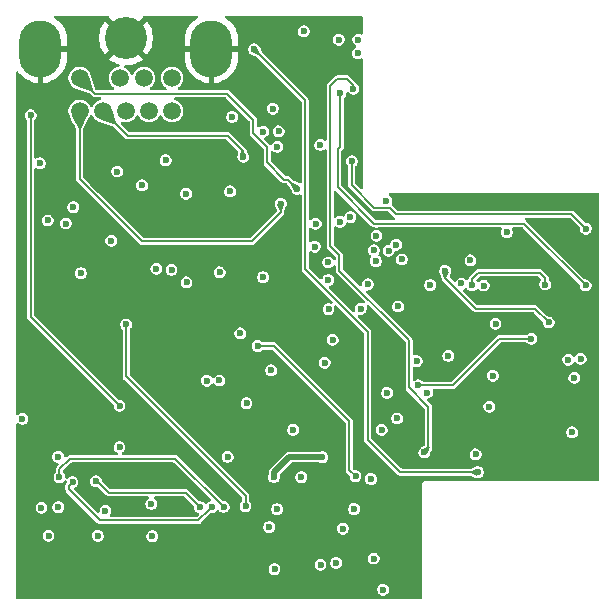
<source format=gbr>
%TF.GenerationSoftware,KiCad,Pcbnew,9.0.0*%
%TF.CreationDate,2025-11-21T18:56:48-08:00*%
%TF.ProjectId,MegaAV_CE_VA0,4d656761-4156-45f4-9345-5f5641302e6b,rev?*%
%TF.SameCoordinates,Original*%
%TF.FileFunction,Copper,L2,Inr*%
%TF.FilePolarity,Positive*%
%FSLAX46Y46*%
G04 Gerber Fmt 4.6, Leading zero omitted, Abs format (unit mm)*
G04 Created by KiCad (PCBNEW 9.0.0) date 2025-11-21 18:56:48*
%MOMM*%
%LPD*%
G01*
G04 APERTURE LIST*
%TA.AperFunction,ComponentPad*%
%ADD10C,1.508000*%
%TD*%
%TA.AperFunction,ComponentPad*%
%ADD11O,3.556000X4.826000*%
%TD*%
%TA.AperFunction,ComponentPad*%
%ADD12C,3.556000*%
%TD*%
%TA.AperFunction,ViaPad*%
%ADD13C,0.600000*%
%TD*%
%TA.AperFunction,Conductor*%
%ADD14C,0.500000*%
%TD*%
%TA.AperFunction,Conductor*%
%ADD15C,0.200000*%
%TD*%
G04 APERTURE END LIST*
D10*
%TO.N,/B-OUT*%
%TO.C,CN1*%
X180453000Y-99929200D03*
%TO.N,+5V*%
X178421000Y-99929200D03*
%TO.N,/G-OUT*%
X182840600Y-99929200D03*
%TO.N,/CV-OUT*%
X180884800Y-102723200D03*
%TO.N,/CSync*%
X178929000Y-102723200D03*
%TO.N,/AUD-M*%
X175017400Y-99929200D03*
%TO.N,/R-OUT*%
X182840600Y-102723200D03*
%TO.N,/AUD-L*%
X176973200Y-102723200D03*
%TO.N,/AUD-R*%
X175017400Y-102723200D03*
D11*
%TO.N,GND*%
X171690000Y-97440000D03*
D12*
X178929000Y-96551000D03*
D11*
X186168000Y-97440000D03*
%TD*%
D13*
%TO.N,+5V*%
X191510000Y-141500000D03*
X195550000Y-132025000D03*
X187742485Y-109517739D03*
X185773858Y-125547964D03*
X177691303Y-113704907D03*
X199402812Y-117399522D03*
X187537768Y-132006155D03*
X191454700Y-133700982D03*
X172375000Y-138675000D03*
X171775000Y-136300000D03*
%TO.N,/B-IN*%
X176391012Y-134075382D03*
X185193582Y-136247138D03*
%TO.N,GND*%
X177094344Y-130752519D03*
X173301516Y-119592818D03*
X181625317Y-100588160D03*
X194613953Y-129136020D03*
X202425000Y-110850000D03*
X197901106Y-125938898D03*
X194275000Y-135800000D03*
X209825000Y-130475000D03*
X214953331Y-113562060D03*
X201275000Y-138650000D03*
X196365169Y-128995877D03*
X193025000Y-141100000D03*
X201750000Y-142825000D03*
X207073590Y-116534601D03*
X170762501Y-130142693D03*
X201250000Y-136625000D03*
X193379673Y-110595193D03*
X188892261Y-110656019D03*
X193250000Y-138050000D03*
X173500000Y-138525000D03*
X173774230Y-130761461D03*
X209775000Y-126525000D03*
X212973019Y-122926510D03*
X215116769Y-118010582D03*
X189488912Y-105477346D03*
X204675000Y-110575000D03*
X200204630Y-125602951D03*
X213250000Y-120950000D03*
X206831150Y-132295475D03*
X193969937Y-95108534D03*
X205997309Y-119949388D03*
X190550000Y-137200000D03*
X199925000Y-135800000D03*
X193542948Y-97634681D03*
X177600000Y-138900000D03*
X215195558Y-127202509D03*
X202286242Y-116695378D03*
X204719468Y-118402952D03*
X198700000Y-139375000D03*
X186470026Y-105469509D03*
X214588528Y-119483156D03*
X197325000Y-142900000D03*
X176700463Y-106048485D03*
X180490139Y-110082523D03*
X209900000Y-133225000D03*
X203125000Y-141075000D03*
X180203577Y-107588219D03*
X217575000Y-129875000D03*
X180049265Y-136049265D03*
X202525000Y-138700000D03*
X199525000Y-143025000D03*
%TO.N,/PSG*%
X177190000Y-136570000D03*
X209700000Y-127750000D03*
X199675000Y-133875000D03*
%TO.N,/32X_L*%
X208538235Y-131788235D03*
X195400000Y-141130000D03*
X181160000Y-138720000D03*
%TO.N,/32X_R*%
X196725000Y-140975000D03*
X191725000Y-136425000D03*
X193775000Y-133709136D03*
X210000000Y-125125000D03*
%TO.N,/FM_R*%
X198239513Y-136415852D03*
X197300000Y-138075000D03*
%TO.N,/FM_L*%
X191050000Y-137950000D03*
X181077179Y-135989320D03*
%TO.N,/G-IN*%
X186200000Y-136258982D03*
X174407745Y-134143738D03*
%TO.N,/R-OUT*%
X172303782Y-111986404D03*
%TO.N,/G-OUT*%
X173839579Y-112247059D03*
%TO.N,/B-OUT*%
X175116940Y-116452775D03*
%TO.N,/CSync*%
X170160091Y-128789494D03*
X173198549Y-136254603D03*
X186845655Y-125535239D03*
%TO.N,/R-IN*%
X173298838Y-133716967D03*
X187198275Y-136237971D03*
%TO.N,/CD_R*%
X176560000Y-138690000D03*
X199900000Y-140610000D03*
X209216282Y-117498666D03*
%TO.N,/CD_L*%
X200700000Y-143250000D03*
X208094712Y-115366674D03*
%TO.N,/AUD-R*%
X192042578Y-110569305D03*
%TO.N,/AUD-L*%
X188871111Y-106598357D03*
%TO.N,/AUD-M*%
X193427897Y-109313773D03*
%TO.N,Net-(C3-Pad2)*%
X190092677Y-122614522D03*
X198364656Y-133631002D03*
%TO.N,Net-(U3A-+)*%
X186862097Y-116379608D03*
X191212832Y-124673509D03*
%TO.N,Net-(U3B--)*%
X201034177Y-126580443D03*
X193076435Y-129712469D03*
%TO.N,Net-(SR3-Pin_1)*%
X213250000Y-122000000D03*
X203675000Y-125950000D03*
X204685996Y-117455215D03*
X196430689Y-122091530D03*
%TO.N,Net-(SL3-Pin_1)*%
X214725000Y-120625000D03*
X200584067Y-129709743D03*
X205950000Y-116250000D03*
%TO.N,Net-(U7A--)*%
X202290000Y-115289530D03*
X198827041Y-119458126D03*
X200096273Y-115430582D03*
%TO.N,/SR*%
X201167506Y-114545190D03*
X214425000Y-117410000D03*
X208222961Y-117470685D03*
%TO.N,/SL*%
X211185045Y-112983451D03*
X200981953Y-110299000D03*
X197925000Y-111700000D03*
%TO.N,/V_REF*%
X195386982Y-105595793D03*
X191368159Y-102522355D03*
X195757520Y-124028946D03*
X189135019Y-127456707D03*
X196050000Y-115543583D03*
X196050000Y-117028337D03*
%TO.N,/HP_R*%
X189775000Y-97500000D03*
X208724265Y-133299265D03*
%TO.N,Net-(HPR_SL2-Pin_1)*%
X216695092Y-129920666D03*
X201803224Y-114038833D03*
X190546398Y-104462119D03*
%TO.N,Net-(C42-Pad1)*%
X194991770Y-112262760D03*
X199925591Y-114517131D03*
%TO.N,Net-(HPL_SL2-Pin_1)*%
X197059666Y-112096792D03*
X191749616Y-105751282D03*
X216895710Y-125307108D03*
%TO.N,/HP_L*%
X204191072Y-131620256D03*
X198175793Y-100830125D03*
%TO.N,Net-(C49-Pad2)*%
X178186032Y-107845904D03*
X180285868Y-109012400D03*
%TO.N,Net-(MD1_PU1-A)*%
X178386652Y-131177421D03*
X173192889Y-131995307D03*
X188611412Y-121543364D03*
%TO.N,Net-(U7C--)*%
X194921571Y-114204640D03*
X200137134Y-113274203D03*
%TO.N,Net-(FMR_1-C)*%
X207328986Y-117322028D03*
X196080116Y-119496794D03*
X210221193Y-120729900D03*
X190531994Y-116773797D03*
X201964981Y-119264912D03*
%TO.N,Net-(FML_2-C)*%
X201880624Y-128750269D03*
X203548650Y-123885916D03*
%TO.N,Net-(FMR_2-C)*%
X204434383Y-126558380D03*
X206226000Y-123459000D03*
%TO.N,Net-(HPL_RES2-C)*%
X198057403Y-106977201D03*
X217875000Y-112675000D03*
X191860629Y-104445152D03*
X216375000Y-123775000D03*
%TO.N,Net-(HPR_RES2-C)*%
X187922100Y-103220440D03*
X197077945Y-101227358D03*
X217425000Y-123700000D03*
X217850000Y-117475000D03*
%TO.N,Net-(C1-Pad2)*%
X170860799Y-103077144D03*
X178387143Y-127660828D03*
%TO.N,Net-(C46-Pad1)*%
X182297752Y-106885737D03*
X174472952Y-110850351D03*
%TO.N,Net-(C47-Pad1)*%
X193987863Y-95965567D03*
X196948268Y-96682714D03*
%TO.N,Net-(IC1-VREF)*%
X184055069Y-117228083D03*
X184019708Y-109713613D03*
%TO.N,Net-(IC1-COUT)*%
X198572452Y-97834544D03*
X182787931Y-116171888D03*
%TO.N,Net-(IC1-YOUT)*%
X181496020Y-116081905D03*
X198598268Y-96682714D03*
%TO.N,/REGION*%
X171641264Y-107141486D03*
X178937308Y-120790781D03*
X189053494Y-136168479D03*
%TD*%
D14*
%TO.N,+5V*%
X192740539Y-132025000D02*
X191454700Y-133310839D01*
X195550000Y-132025000D02*
X192740539Y-132025000D01*
X191454700Y-133310839D02*
X191454700Y-133700982D01*
D15*
%TO.N,/B-IN*%
X177467665Y-135028282D02*
X176514765Y-134075382D01*
X185193582Y-136247138D02*
X183974726Y-135028282D01*
X176514765Y-134075382D02*
X176391012Y-134075382D01*
X183974726Y-135028282D02*
X177467665Y-135028282D01*
%TO.N,GND*%
X175144402Y-131100269D02*
X174113038Y-131100269D01*
X174113038Y-131100269D02*
X173774230Y-130761461D01*
X177094344Y-130752519D02*
X175492152Y-130752519D01*
X175492152Y-130752519D02*
X175144402Y-131100269D01*
%TO.N,/G-IN*%
X176732879Y-137388871D02*
X185057350Y-137388871D01*
X174407745Y-134143738D02*
X174096937Y-134454546D01*
X174096937Y-134454546D02*
X174096937Y-134752929D01*
X174096937Y-134752929D02*
X176732879Y-137388871D01*
X185931135Y-136515086D02*
X185943896Y-136515086D01*
X185943896Y-136515086D02*
X186200000Y-136258982D01*
X185057350Y-137388871D02*
X185931135Y-136515086D01*
%TO.N,/R-IN*%
X173298838Y-133716967D02*
X173298838Y-133043962D01*
X174184048Y-132158752D02*
X183119056Y-132158752D01*
X173298838Y-133043962D02*
X174184048Y-132158752D01*
X183119056Y-132158752D02*
X187198275Y-136237971D01*
%TO.N,/AUD-R*%
X192042578Y-111307422D02*
X189600000Y-113750000D01*
X175017400Y-108493508D02*
X175017400Y-102723200D01*
X189600000Y-113750000D02*
X180273892Y-113750000D01*
X180273892Y-113750000D02*
X175017400Y-108493508D01*
X192042578Y-110569305D02*
X192042578Y-111307422D01*
%TO.N,/AUD-L*%
X188871111Y-106598357D02*
X188844435Y-106571681D01*
X188844435Y-106119435D02*
X187550000Y-104825000D01*
X187550000Y-104825000D02*
X179075000Y-104825000D01*
X179075000Y-104825000D02*
X176973200Y-102723200D01*
X188844435Y-106571681D02*
X188844435Y-106119435D01*
%TO.N,/AUD-M*%
X192643190Y-108529066D02*
X192329066Y-108529066D01*
X190875000Y-107075000D02*
X190875000Y-105763751D01*
X189719699Y-103444699D02*
X187525000Y-101250000D01*
X189719699Y-104608450D02*
X189719699Y-103444699D01*
X190875000Y-105763751D02*
X189719699Y-104608450D01*
X187525000Y-101250000D02*
X176338200Y-101250000D01*
X193427897Y-109313773D02*
X192643190Y-108529066D01*
X176338200Y-101250000D02*
X175017400Y-99929200D01*
X192329066Y-108529066D02*
X190875000Y-107075000D01*
%TO.N,Net-(C3-Pad2)*%
X197829728Y-128956413D02*
X191487837Y-122614522D01*
X197829728Y-133096074D02*
X197829728Y-128956413D01*
X191487837Y-122614522D02*
X190092677Y-122614522D01*
X198364656Y-133631002D02*
X197829728Y-133096074D01*
%TO.N,Net-(SR3-Pin_1)*%
X207325000Y-125225000D02*
X206600000Y-125950000D01*
X210550000Y-122000000D02*
X207325000Y-125225000D01*
X206600000Y-125950000D02*
X203675000Y-125950000D01*
X213250000Y-122000000D02*
X210550000Y-122000000D01*
%TO.N,Net-(SL3-Pin_1)*%
X208550000Y-119450000D02*
X205950000Y-116850000D01*
X205950000Y-116850000D02*
X205950000Y-116250000D01*
X213550000Y-119450000D02*
X208550000Y-119450000D01*
X214725000Y-120625000D02*
X213550000Y-119450000D01*
%TO.N,/SR*%
X214425000Y-116850000D02*
X214000000Y-116425000D01*
X214425000Y-117410000D02*
X214425000Y-116850000D01*
X208764989Y-116425000D02*
X208222961Y-116967028D01*
X214000000Y-116425000D02*
X208764989Y-116425000D01*
X208222961Y-116967028D02*
X208222961Y-117470685D01*
%TO.N,/HP_R*%
X202149265Y-133299265D02*
X208724265Y-133299265D01*
X194100000Y-116100000D02*
X199390000Y-121390000D01*
X199390000Y-121390000D02*
X199390000Y-130540000D01*
X189775000Y-97500000D02*
X194100000Y-101825000D01*
X199390000Y-130540000D02*
X202149265Y-133299265D01*
X194100000Y-101825000D02*
X194100000Y-116100000D01*
%TO.N,/HP_L*%
X204218444Y-131620256D02*
X204539109Y-131299591D01*
X204539109Y-131299591D02*
X204539109Y-127764828D01*
X197000000Y-114925000D02*
X196223589Y-114148589D01*
X204191072Y-131620256D02*
X204218444Y-131620256D01*
X196223589Y-114148589D02*
X196223589Y-100576147D01*
X196796558Y-100003178D02*
X197658229Y-100003178D01*
X197000000Y-116225000D02*
X197000000Y-114925000D01*
X204539109Y-127764828D02*
X202901000Y-126126719D01*
X202901000Y-122126000D02*
X197000000Y-116225000D01*
X196223589Y-100576147D02*
X196796558Y-100003178D01*
X198175793Y-100520742D02*
X198175793Y-100830125D01*
X202901000Y-126126719D02*
X202901000Y-122126000D01*
X197658229Y-100003178D02*
X198175793Y-100520742D01*
%TO.N,Net-(HPL_RES2-C)*%
X199947571Y-110899000D02*
X201248943Y-110899000D01*
X201799943Y-111450000D02*
X216650000Y-111450000D01*
X198025206Y-107009398D02*
X198025206Y-108976635D01*
X198057403Y-106977201D02*
X198025206Y-107009398D01*
X198025206Y-108976635D02*
X199947571Y-110899000D01*
X201248943Y-110899000D02*
X201799943Y-111450000D01*
X216650000Y-111450000D02*
X217875000Y-112675000D01*
%TO.N,Net-(HPR_RES2-C)*%
X212625000Y-112250000D02*
X217850000Y-117475000D01*
X197077945Y-105758140D02*
X196872553Y-105963532D01*
X196872553Y-105963532D02*
X196872553Y-109172553D01*
X199950000Y-112250000D02*
X212625000Y-112250000D01*
X197077945Y-101227358D02*
X197077945Y-105758140D01*
X196872553Y-109172553D02*
X199950000Y-112250000D01*
%TO.N,Net-(C1-Pad2)*%
X170860799Y-103077144D02*
X170860799Y-120134484D01*
X170860799Y-120134484D02*
X178387143Y-127660828D01*
%TO.N,/REGION*%
X189053494Y-136168479D02*
X189053494Y-135299831D01*
X189053494Y-135299831D02*
X178937308Y-125183645D01*
X178937308Y-125183645D02*
X178937308Y-120790781D01*
%TD*%
%TA.AperFunction,Conductor*%
%TO.N,/HP_R*%
G36*
X190029344Y-97344116D02*
G01*
X190030193Y-97345626D01*
X190102080Y-97499293D01*
X190221791Y-97755193D01*
X190262422Y-97842046D01*
X190262823Y-97850992D01*
X190260097Y-97855277D01*
X190130277Y-97985097D01*
X190122004Y-97988524D01*
X190117047Y-97987422D01*
X189966428Y-97916961D01*
X189620626Y-97755193D01*
X189614585Y-97748583D01*
X189614986Y-97739637D01*
X189615835Y-97738127D01*
X189772985Y-97501263D01*
X189776263Y-97497985D01*
X190013127Y-97340834D01*
X190021915Y-97339116D01*
X190029344Y-97344116D01*
G37*
%TD.AperFunction*%
%TD*%
%TA.AperFunction,Conductor*%
%TO.N,GND*%
G36*
X183010262Y-132478937D02*
G01*
X183030904Y-132495571D01*
X186108196Y-135572863D01*
X186141681Y-135634186D01*
X186136697Y-135703878D01*
X186094825Y-135759811D01*
X186052610Y-135780318D01*
X186006815Y-135792589D01*
X186006814Y-135792589D01*
X185892686Y-135858482D01*
X185892683Y-135858484D01*
X185799494Y-135951673D01*
X185799144Y-135952130D01*
X185798751Y-135952416D01*
X185793753Y-135957415D01*
X185792972Y-135956634D01*
X185742711Y-135993325D01*
X185672964Y-135997470D01*
X185612049Y-135963249D01*
X185599127Y-135946197D01*
X185599030Y-135946273D01*
X185594084Y-135939827D01*
X185594082Y-135939824D01*
X185500896Y-135846638D01*
X185419251Y-135799500D01*
X185386769Y-135780746D01*
X185303677Y-135758482D01*
X185259474Y-135746638D01*
X185169415Y-135746638D01*
X185102376Y-135726953D01*
X185081734Y-135710319D01*
X184159238Y-134787823D01*
X184159230Y-134787817D01*
X184090721Y-134748264D01*
X184090716Y-134748261D01*
X184065239Y-134741434D01*
X184014288Y-134727782D01*
X184014286Y-134727782D01*
X177643498Y-134727782D01*
X177576459Y-134708097D01*
X177555817Y-134691463D01*
X176921473Y-134057119D01*
X176889379Y-134001531D01*
X176857404Y-133882196D01*
X176791512Y-133768068D01*
X176698326Y-133674882D01*
X176641262Y-133641936D01*
X176584199Y-133608990D01*
X176520551Y-133591936D01*
X176456904Y-133574882D01*
X176325120Y-133574882D01*
X176197824Y-133608990D01*
X176083698Y-133674882D01*
X176083695Y-133674884D01*
X175990514Y-133768065D01*
X175990512Y-133768068D01*
X175924620Y-133882194D01*
X175890832Y-134008295D01*
X175890512Y-134009490D01*
X175890512Y-134141274D01*
X175899690Y-134175527D01*
X175924620Y-134268569D01*
X175928622Y-134275500D01*
X175990512Y-134382696D01*
X176083698Y-134475882D01*
X176197826Y-134541774D01*
X176325120Y-134575882D01*
X176325122Y-134575882D01*
X176456901Y-134575882D01*
X176456904Y-134575882D01*
X176492954Y-134566222D01*
X176562803Y-134567885D01*
X176612728Y-134598316D01*
X177227205Y-135212793D01*
X177283154Y-135268742D01*
X177283156Y-135268743D01*
X177283160Y-135268746D01*
X177351669Y-135308299D01*
X177351676Y-135308303D01*
X177428103Y-135328782D01*
X180757489Y-135328782D01*
X180824528Y-135348467D01*
X180870283Y-135401271D01*
X180880227Y-135470429D01*
X180851202Y-135533985D01*
X180819490Y-135560169D01*
X180769865Y-135588820D01*
X180769862Y-135588822D01*
X180676681Y-135682003D01*
X180676679Y-135682006D01*
X180610787Y-135796132D01*
X180593362Y-135861165D01*
X180576679Y-135923428D01*
X180576679Y-136055212D01*
X180589373Y-136102587D01*
X180610787Y-136182507D01*
X180640581Y-136234110D01*
X180676679Y-136296634D01*
X180769865Y-136389820D01*
X180857340Y-136440324D01*
X180877854Y-136452168D01*
X180883993Y-136455712D01*
X181011287Y-136489820D01*
X181011289Y-136489820D01*
X181143069Y-136489820D01*
X181143071Y-136489820D01*
X181270365Y-136455712D01*
X181384493Y-136389820D01*
X181477679Y-136296634D01*
X181543571Y-136182506D01*
X181577679Y-136055212D01*
X181577679Y-135923428D01*
X181543571Y-135796134D01*
X181477679Y-135682006D01*
X181384493Y-135588820D01*
X181334867Y-135560168D01*
X181286653Y-135509601D01*
X181273431Y-135440994D01*
X181299399Y-135376130D01*
X181356314Y-135335602D01*
X181396869Y-135328782D01*
X183798893Y-135328782D01*
X183865932Y-135348467D01*
X183886574Y-135365101D01*
X184656763Y-136135290D01*
X184690248Y-136196613D01*
X184693082Y-136222971D01*
X184693082Y-136313030D01*
X184705430Y-136359112D01*
X184727190Y-136440325D01*
X184757710Y-136493186D01*
X184793082Y-136554452D01*
X184886268Y-136647638D01*
X185000396Y-136713530D01*
X185035320Y-136722887D01*
X185040503Y-136726046D01*
X185046558Y-136726480D01*
X185069986Y-136744018D01*
X185094979Y-136759252D01*
X185097631Y-136764712D01*
X185102492Y-136768351D01*
X185112720Y-136795775D01*
X185125508Y-136822099D01*
X185124787Y-136828126D01*
X185126909Y-136833815D01*
X185120687Y-136862413D01*
X185117213Y-136891475D01*
X185113017Y-136897674D01*
X185112057Y-136902088D01*
X185090908Y-136930341D01*
X184969196Y-137052053D01*
X184907876Y-137085537D01*
X184881517Y-137088371D01*
X177678805Y-137088371D01*
X177611766Y-137068686D01*
X177566011Y-137015882D01*
X177556067Y-136946724D01*
X177585092Y-136883168D01*
X177590295Y-136877580D01*
X177590492Y-136877321D01*
X177590500Y-136877314D01*
X177656392Y-136763186D01*
X177690500Y-136635892D01*
X177690500Y-136504108D01*
X177656392Y-136376814D01*
X177590500Y-136262686D01*
X177497314Y-136169500D01*
X177407565Y-136117683D01*
X177383187Y-136103608D01*
X177319539Y-136086554D01*
X177255892Y-136069500D01*
X177124108Y-136069500D01*
X176996812Y-136103608D01*
X176882686Y-136169500D01*
X176882683Y-136169502D01*
X176789502Y-136262683D01*
X176789500Y-136262686D01*
X176723608Y-136376812D01*
X176689500Y-136504108D01*
X176689500Y-136621159D01*
X176669815Y-136688198D01*
X176617011Y-136733953D01*
X176547853Y-136743897D01*
X176484297Y-136714872D01*
X176477819Y-136708840D01*
X174574570Y-134805591D01*
X174541085Y-134744268D01*
X174546069Y-134674576D01*
X174587941Y-134618643D01*
X174600251Y-134610523D01*
X174635153Y-134590372D01*
X174715059Y-134544238D01*
X174808245Y-134451052D01*
X174874137Y-134336924D01*
X174908245Y-134209630D01*
X174908245Y-134077846D01*
X174874137Y-133950552D01*
X174808245Y-133836424D01*
X174715059Y-133743238D01*
X174634789Y-133696894D01*
X174600932Y-133677346D01*
X174537284Y-133660292D01*
X174473637Y-133643238D01*
X174341853Y-133643238D01*
X174214557Y-133677346D01*
X174100431Y-133743238D01*
X174100428Y-133743240D01*
X174011019Y-133832650D01*
X173949696Y-133866135D01*
X173880004Y-133861151D01*
X173824071Y-133819279D01*
X173799654Y-133753815D01*
X173799338Y-133744969D01*
X173799338Y-133651077D01*
X173799338Y-133651075D01*
X173765230Y-133523781D01*
X173699338Y-133409653D01*
X173635656Y-133345971D01*
X173620951Y-133319040D01*
X173604361Y-133293225D01*
X173603469Y-133287022D01*
X173602172Y-133284647D01*
X173599338Y-133258290D01*
X173599338Y-133219795D01*
X173619023Y-133152756D01*
X173635657Y-133132114D01*
X174272200Y-132495571D01*
X174333523Y-132462086D01*
X174359881Y-132459252D01*
X182943223Y-132459252D01*
X183010262Y-132478937D01*
G37*
%TD.AperFunction*%
%TA.AperFunction,Conductor*%
G36*
X177381026Y-94635886D02*
G01*
X177448050Y-94655615D01*
X177493770Y-94708450D01*
X177504676Y-94767994D01*
X177504360Y-94772806D01*
X178224556Y-95493002D01*
X178101651Y-95582298D01*
X177960298Y-95723651D01*
X177871002Y-95846556D01*
X177150807Y-95126361D01*
X177150806Y-95126361D01*
X177030851Y-95282690D01*
X176881541Y-95541301D01*
X176881534Y-95541315D01*
X176767267Y-95817182D01*
X176689976Y-96105634D01*
X176651001Y-96401681D01*
X176651000Y-96401698D01*
X176651000Y-96700301D01*
X176651001Y-96700318D01*
X176689976Y-96996365D01*
X176767267Y-97284817D01*
X176881534Y-97560684D01*
X176881541Y-97560698D01*
X177030844Y-97819298D01*
X177030849Y-97819305D01*
X177150807Y-97975637D01*
X177871001Y-97255443D01*
X177960298Y-97378349D01*
X178101651Y-97519702D01*
X178224555Y-97608997D01*
X177504361Y-98329191D01*
X177660694Y-98449150D01*
X177660701Y-98449155D01*
X177919301Y-98598458D01*
X177919315Y-98598465D01*
X178195182Y-98712732D01*
X178298778Y-98740491D01*
X178358438Y-98776856D01*
X178388967Y-98839703D01*
X178380672Y-98909079D01*
X178336187Y-98962957D01*
X178290875Y-98981883D01*
X178142590Y-99011379D01*
X178142578Y-99011382D01*
X177968881Y-99083329D01*
X177968868Y-99083336D01*
X177812542Y-99187791D01*
X177812538Y-99187794D01*
X177679594Y-99320738D01*
X177679591Y-99320742D01*
X177575136Y-99477068D01*
X177575129Y-99477081D01*
X177503182Y-99650778D01*
X177503179Y-99650790D01*
X177466500Y-99835185D01*
X177466500Y-100023214D01*
X177503179Y-100207609D01*
X177503182Y-100207621D01*
X177575129Y-100381318D01*
X177575136Y-100381331D01*
X177679591Y-100537657D01*
X177679594Y-100537661D01*
X177812538Y-100670605D01*
X177812542Y-100670608D01*
X177890050Y-100722398D01*
X177934855Y-100776010D01*
X177943562Y-100845335D01*
X177913407Y-100908363D01*
X177853964Y-100945082D01*
X177821159Y-100949500D01*
X176514033Y-100949500D01*
X176484592Y-100940855D01*
X176454606Y-100934332D01*
X176449590Y-100930577D01*
X176446994Y-100929815D01*
X176426352Y-100913181D01*
X176347217Y-100834046D01*
X176317569Y-100786489D01*
X175954664Y-99725283D01*
X175954658Y-99725273D01*
X175952646Y-99720652D01*
X175953351Y-99720344D01*
X175943705Y-99693447D01*
X175935219Y-99650783D01*
X175905987Y-99580211D01*
X175863270Y-99477081D01*
X175863263Y-99477068D01*
X175758808Y-99320742D01*
X175758805Y-99320738D01*
X175625861Y-99187794D01*
X175625857Y-99187791D01*
X175469531Y-99083336D01*
X175469518Y-99083329D01*
X175295821Y-99011382D01*
X175295809Y-99011379D01*
X175111413Y-98974700D01*
X175111410Y-98974700D01*
X174923390Y-98974700D01*
X174923387Y-98974700D01*
X174738990Y-99011379D01*
X174738978Y-99011382D01*
X174565281Y-99083329D01*
X174565268Y-99083336D01*
X174408942Y-99187791D01*
X174408938Y-99187794D01*
X174275994Y-99320738D01*
X174275991Y-99320742D01*
X174171536Y-99477068D01*
X174171529Y-99477081D01*
X174099582Y-99650778D01*
X174099579Y-99650790D01*
X174062900Y-99835185D01*
X174062900Y-100023214D01*
X174099579Y-100207609D01*
X174099582Y-100207621D01*
X174171529Y-100381318D01*
X174171536Y-100381331D01*
X174275991Y-100537657D01*
X174275994Y-100537661D01*
X174408938Y-100670605D01*
X174408942Y-100670608D01*
X174565268Y-100775063D01*
X174565281Y-100775070D01*
X174658558Y-100813706D01*
X174738983Y-100847019D01*
X174781351Y-100855446D01*
X174808597Y-100864235D01*
X174813470Y-100866456D01*
X174813483Y-100866464D01*
X175676128Y-101161466D01*
X175874687Y-101229368D01*
X175922245Y-101259016D01*
X176097740Y-101434511D01*
X176153689Y-101490460D01*
X176153691Y-101490461D01*
X176153695Y-101490464D01*
X176222204Y-101530017D01*
X176222211Y-101530021D01*
X176298638Y-101550500D01*
X176377762Y-101550500D01*
X176717162Y-101550500D01*
X176784201Y-101570185D01*
X176829956Y-101622989D01*
X176839900Y-101692147D01*
X176810875Y-101755703D01*
X176752097Y-101793477D01*
X176741354Y-101796117D01*
X176694788Y-101805379D01*
X176694778Y-101805382D01*
X176521081Y-101877329D01*
X176521068Y-101877336D01*
X176364742Y-101981791D01*
X176364738Y-101981794D01*
X176231794Y-102114738D01*
X176231791Y-102114742D01*
X176127336Y-102271068D01*
X176127329Y-102271081D01*
X176109861Y-102313255D01*
X176066020Y-102367659D01*
X175999726Y-102389724D01*
X175932027Y-102372445D01*
X175884416Y-102321308D01*
X175880739Y-102313255D01*
X175863270Y-102271081D01*
X175863263Y-102271068D01*
X175758808Y-102114742D01*
X175758805Y-102114738D01*
X175625861Y-101981794D01*
X175625857Y-101981791D01*
X175469531Y-101877336D01*
X175469518Y-101877329D01*
X175295821Y-101805382D01*
X175295809Y-101805379D01*
X175111413Y-101768700D01*
X175111410Y-101768700D01*
X174923390Y-101768700D01*
X174923387Y-101768700D01*
X174738990Y-101805379D01*
X174738978Y-101805382D01*
X174565281Y-101877329D01*
X174565268Y-101877336D01*
X174408942Y-101981791D01*
X174408938Y-101981794D01*
X174275994Y-102114738D01*
X174275991Y-102114742D01*
X174171536Y-102271068D01*
X174171529Y-102271081D01*
X174099582Y-102444778D01*
X174099579Y-102444790D01*
X174062900Y-102629185D01*
X174062900Y-102817214D01*
X174099579Y-103001609D01*
X174099582Y-103001621D01*
X174171529Y-103175318D01*
X174171536Y-103175331D01*
X174195526Y-103211234D01*
X174208572Y-103236701D01*
X174210459Y-103241749D01*
X174396193Y-103620532D01*
X174593720Y-104023368D01*
X174704236Y-104248752D01*
X174716900Y-104303345D01*
X174716900Y-108533070D01*
X174737379Y-108609497D01*
X174767634Y-108661900D01*
X174776940Y-108678019D01*
X180033432Y-113934511D01*
X180089381Y-113990460D01*
X180089383Y-113990461D01*
X180089387Y-113990464D01*
X180157896Y-114030017D01*
X180157903Y-114030021D01*
X180234330Y-114050500D01*
X180234332Y-114050500D01*
X189639560Y-114050500D01*
X189639562Y-114050500D01*
X189715989Y-114030021D01*
X189784511Y-113990460D01*
X189840460Y-113934511D01*
X192283038Y-111491933D01*
X192287163Y-111484788D01*
X192322599Y-111423411D01*
X192343078Y-111346984D01*
X192343078Y-111235219D01*
X192350504Y-111192952D01*
X192502544Y-110773620D01*
X192508970Y-110762491D01*
X192515738Y-110737232D01*
X192525379Y-110710642D01*
X192530015Y-110696219D01*
X192530484Y-110694551D01*
X192531477Y-110690889D01*
X192531477Y-110690885D01*
X192532546Y-110683719D01*
X192532571Y-110683722D01*
X192535630Y-110662989D01*
X192543078Y-110635197D01*
X192543078Y-110503413D01*
X192508970Y-110376119D01*
X192502487Y-110364891D01*
X192493804Y-110349851D01*
X192443078Y-110261991D01*
X192349892Y-110168805D01*
X192292828Y-110135859D01*
X192235765Y-110102913D01*
X192172117Y-110085859D01*
X192108470Y-110068805D01*
X191976686Y-110068805D01*
X191849390Y-110102913D01*
X191735264Y-110168805D01*
X191735261Y-110168807D01*
X191642080Y-110261988D01*
X191642078Y-110261991D01*
X191576186Y-110376117D01*
X191542078Y-110503413D01*
X191542078Y-110635199D01*
X191554669Y-110682189D01*
X191554669Y-110682190D01*
X191555079Y-110683722D01*
X191556441Y-110688803D01*
X191559776Y-110710641D01*
X191569414Y-110737225D01*
X191570795Y-110742378D01*
X191570800Y-110742392D01*
X191576187Y-110762494D01*
X191576187Y-110762495D01*
X191577152Y-110764166D01*
X191586332Y-110783887D01*
X191707075Y-111116897D01*
X191711421Y-111186631D01*
X191678182Y-111246845D01*
X189511848Y-113413181D01*
X189450525Y-113446666D01*
X189424167Y-113449500D01*
X180449725Y-113449500D01*
X180382686Y-113429815D01*
X180362044Y-113413181D01*
X176596584Y-109647721D01*
X183519208Y-109647721D01*
X183519208Y-109779505D01*
X183531413Y-109825055D01*
X183553316Y-109906800D01*
X183586262Y-109963863D01*
X183619208Y-110020927D01*
X183712394Y-110114113D01*
X183826522Y-110180005D01*
X183953816Y-110214113D01*
X183953818Y-110214113D01*
X184085598Y-110214113D01*
X184085600Y-110214113D01*
X184212894Y-110180005D01*
X184327022Y-110114113D01*
X184420208Y-110020927D01*
X184486100Y-109906799D01*
X184520208Y-109779505D01*
X184520208Y-109647721D01*
X184486100Y-109520427D01*
X184486099Y-109520425D01*
X184486099Y-109520424D01*
X184477610Y-109505722D01*
X184477609Y-109505720D01*
X184462061Y-109478791D01*
X184446505Y-109451847D01*
X187241985Y-109451847D01*
X187241985Y-109583631D01*
X187254415Y-109630021D01*
X187276093Y-109710926D01*
X187287779Y-109731166D01*
X187341985Y-109825053D01*
X187435171Y-109918239D01*
X187549299Y-109984131D01*
X187676593Y-110018239D01*
X187676595Y-110018239D01*
X187808375Y-110018239D01*
X187808377Y-110018239D01*
X187935671Y-109984131D01*
X188049799Y-109918239D01*
X188142985Y-109825053D01*
X188208877Y-109710925D01*
X188242985Y-109583631D01*
X188242985Y-109451847D01*
X188208877Y-109324553D01*
X188142985Y-109210425D01*
X188049799Y-109117239D01*
X187982338Y-109078290D01*
X187935672Y-109051347D01*
X187872024Y-109034293D01*
X187808377Y-109017239D01*
X187676593Y-109017239D01*
X187549297Y-109051347D01*
X187435171Y-109117239D01*
X187435168Y-109117241D01*
X187341987Y-109210422D01*
X187341985Y-109210425D01*
X187276093Y-109324551D01*
X187252421Y-109412899D01*
X187241985Y-109451847D01*
X184446505Y-109451847D01*
X184420208Y-109406299D01*
X184327022Y-109313113D01*
X184256476Y-109272383D01*
X184212895Y-109247221D01*
X184149247Y-109230167D01*
X184085600Y-109213113D01*
X183953816Y-109213113D01*
X183826520Y-109247221D01*
X183712394Y-109313113D01*
X183712391Y-109313115D01*
X183619210Y-109406296D01*
X183619208Y-109406299D01*
X183553316Y-109520425D01*
X183526344Y-109621087D01*
X183519208Y-109647721D01*
X176596584Y-109647721D01*
X175895371Y-108946508D01*
X179785368Y-108946508D01*
X179785368Y-109078292D01*
X179789208Y-109092624D01*
X179819476Y-109205587D01*
X179835758Y-109233787D01*
X179885368Y-109319714D01*
X179978554Y-109412900D01*
X180092682Y-109478792D01*
X180219976Y-109512900D01*
X180219978Y-109512900D01*
X180351758Y-109512900D01*
X180351760Y-109512900D01*
X180479054Y-109478792D01*
X180593182Y-109412900D01*
X180686368Y-109319714D01*
X180752260Y-109205586D01*
X180786368Y-109078292D01*
X180786368Y-108946508D01*
X180752260Y-108819214D01*
X180686368Y-108705086D01*
X180593182Y-108611900D01*
X180536118Y-108578954D01*
X180479055Y-108546008D01*
X180415407Y-108528954D01*
X180351760Y-108511900D01*
X180219976Y-108511900D01*
X180092680Y-108546008D01*
X179978554Y-108611900D01*
X179978551Y-108611902D01*
X179885370Y-108705083D01*
X179885368Y-108705086D01*
X179819476Y-108819212D01*
X179794273Y-108913273D01*
X179785368Y-108946508D01*
X175895371Y-108946508D01*
X175354219Y-108405356D01*
X175320734Y-108344033D01*
X175317900Y-108317675D01*
X175317900Y-107780012D01*
X177685532Y-107780012D01*
X177685532Y-107911795D01*
X177719640Y-108039091D01*
X177752586Y-108096154D01*
X177785532Y-108153218D01*
X177878718Y-108246404D01*
X177992846Y-108312296D01*
X178120140Y-108346404D01*
X178120142Y-108346404D01*
X178251922Y-108346404D01*
X178251924Y-108346404D01*
X178379218Y-108312296D01*
X178493346Y-108246404D01*
X178586532Y-108153218D01*
X178652424Y-108039090D01*
X178686532Y-107911796D01*
X178686532Y-107780012D01*
X178652424Y-107652718D01*
X178586532Y-107538590D01*
X178493346Y-107445404D01*
X178416497Y-107401035D01*
X178379219Y-107379512D01*
X178315571Y-107362458D01*
X178251924Y-107345404D01*
X178120140Y-107345404D01*
X177992844Y-107379512D01*
X177878718Y-107445404D01*
X177878715Y-107445406D01*
X177785534Y-107538587D01*
X177785532Y-107538590D01*
X177719640Y-107652716D01*
X177685532Y-107780012D01*
X175317900Y-107780012D01*
X175317900Y-106819845D01*
X181797252Y-106819845D01*
X181797252Y-106951628D01*
X181831360Y-107078924D01*
X181842868Y-107098856D01*
X181897252Y-107193051D01*
X181990438Y-107286237D01*
X182104566Y-107352129D01*
X182231860Y-107386237D01*
X182231862Y-107386237D01*
X182363642Y-107386237D01*
X182363644Y-107386237D01*
X182490938Y-107352129D01*
X182605066Y-107286237D01*
X182698252Y-107193051D01*
X182764144Y-107078923D01*
X182798252Y-106951629D01*
X182798252Y-106819845D01*
X182764144Y-106692551D01*
X182698252Y-106578423D01*
X182605066Y-106485237D01*
X182548002Y-106452291D01*
X182490939Y-106419345D01*
X182427291Y-106402291D01*
X182363644Y-106385237D01*
X182231860Y-106385237D01*
X182104564Y-106419345D01*
X181990438Y-106485237D01*
X181990435Y-106485239D01*
X181897254Y-106578420D01*
X181897252Y-106578423D01*
X181831360Y-106692549D01*
X181797252Y-106819845D01*
X175317900Y-106819845D01*
X175317900Y-104303345D01*
X175330564Y-104248752D01*
X175402372Y-104102308D01*
X175824337Y-103241755D01*
X175824339Y-103241749D01*
X175826180Y-103237065D01*
X175826525Y-103237200D01*
X175832735Y-103222134D01*
X175835649Y-103216655D01*
X175863267Y-103175325D01*
X175883026Y-103127621D01*
X175885833Y-103122347D01*
X175906256Y-103101477D01*
X175924579Y-103078741D01*
X175930405Y-103076801D01*
X175934702Y-103072411D01*
X175963169Y-103065896D01*
X175990873Y-103056675D01*
X175996824Y-103058194D01*
X176002811Y-103056824D01*
X176030279Y-103066732D01*
X176058572Y-103073954D01*
X176062756Y-103078448D01*
X176068535Y-103080533D01*
X176086286Y-103103720D01*
X176106183Y-103125090D01*
X176109852Y-103133123D01*
X176118727Y-103154548D01*
X176127334Y-103175327D01*
X176127336Y-103175331D01*
X176231791Y-103331657D01*
X176231794Y-103331661D01*
X176364738Y-103464605D01*
X176364742Y-103464608D01*
X176521068Y-103569063D01*
X176521081Y-103569070D01*
X176614358Y-103607706D01*
X176694783Y-103641019D01*
X176737151Y-103649446D01*
X176764397Y-103658235D01*
X176769270Y-103660456D01*
X176769283Y-103660464D01*
X177732877Y-103989988D01*
X177830487Y-104023368D01*
X177878045Y-104053016D01*
X178834540Y-105009511D01*
X178890489Y-105065460D01*
X178890491Y-105065461D01*
X178890495Y-105065464D01*
X178959004Y-105105017D01*
X178959011Y-105105021D01*
X179035438Y-105125500D01*
X179114562Y-105125500D01*
X187374167Y-105125500D01*
X187441206Y-105145185D01*
X187461848Y-105161819D01*
X188413927Y-106113898D01*
X188447412Y-106175221D01*
X188446037Y-106233611D01*
X188381569Y-106474704D01*
X188379972Y-106481077D01*
X188379813Y-106481757D01*
X188379813Y-106481762D01*
X188379773Y-106484052D01*
X188375569Y-106513956D01*
X188370611Y-106532460D01*
X188370611Y-106532465D01*
X188370611Y-106664249D01*
X188387398Y-106726898D01*
X188404719Y-106791544D01*
X188421059Y-106819845D01*
X188470611Y-106905671D01*
X188563797Y-106998857D01*
X188677925Y-107064749D01*
X188805219Y-107098857D01*
X188805221Y-107098857D01*
X188937001Y-107098857D01*
X188937003Y-107098857D01*
X189064297Y-107064749D01*
X189178425Y-106998857D01*
X189271611Y-106905671D01*
X189337503Y-106791543D01*
X189371611Y-106664249D01*
X189371611Y-106532465D01*
X189337503Y-106405171D01*
X189302930Y-106345289D01*
X189294132Y-106326616D01*
X189289469Y-106314112D01*
X189209304Y-106184342D01*
X189154628Y-106095834D01*
X189140349Y-106062760D01*
X189140195Y-106062184D01*
X189124457Y-106003447D01*
X189084895Y-105934924D01*
X189003252Y-105853281D01*
X189002518Y-105852234D01*
X189000837Y-105850110D01*
X188992929Y-105840710D01*
X188985188Y-105835217D01*
X187734511Y-104584540D01*
X187734509Y-104584539D01*
X187734504Y-104584535D01*
X187665995Y-104544982D01*
X187665990Y-104544979D01*
X187640513Y-104538152D01*
X187589562Y-104524500D01*
X187589560Y-104524500D01*
X179250833Y-104524500D01*
X179183794Y-104504815D01*
X179163152Y-104488181D01*
X178520199Y-103845228D01*
X178486714Y-103783905D01*
X178491698Y-103714213D01*
X178533570Y-103658280D01*
X178599034Y-103633863D01*
X178644169Y-103641184D01*
X178644756Y-103639251D01*
X178650572Y-103641014D01*
X178650583Y-103641019D01*
X178834985Y-103677699D01*
X178834988Y-103677700D01*
X178834990Y-103677700D01*
X179023012Y-103677700D01*
X179023013Y-103677699D01*
X179207417Y-103641019D01*
X179341766Y-103585369D01*
X179381118Y-103569070D01*
X179381118Y-103569069D01*
X179381125Y-103569067D01*
X179537458Y-103464608D01*
X179670408Y-103331658D01*
X179774867Y-103175325D01*
X179792339Y-103133141D01*
X179836179Y-103078741D01*
X179902473Y-103056675D01*
X179970172Y-103073954D01*
X180017783Y-103125090D01*
X180021452Y-103133123D01*
X180030327Y-103154548D01*
X180038934Y-103175327D01*
X180038936Y-103175331D01*
X180143391Y-103331657D01*
X180143394Y-103331661D01*
X180276338Y-103464605D01*
X180276342Y-103464608D01*
X180432668Y-103569063D01*
X180432681Y-103569070D01*
X180606378Y-103641017D01*
X180606383Y-103641019D01*
X180790785Y-103677699D01*
X180790788Y-103677700D01*
X180790790Y-103677700D01*
X180978812Y-103677700D01*
X180978813Y-103677699D01*
X181163217Y-103641019D01*
X181297566Y-103585369D01*
X181336918Y-103569070D01*
X181336918Y-103569069D01*
X181336925Y-103569067D01*
X181493258Y-103464608D01*
X181626208Y-103331658D01*
X181730667Y-103175325D01*
X181748139Y-103133141D01*
X181791979Y-103078741D01*
X181858273Y-103056675D01*
X181925972Y-103073954D01*
X181973583Y-103125090D01*
X181977252Y-103133123D01*
X181986127Y-103154548D01*
X181994734Y-103175327D01*
X181994736Y-103175331D01*
X182099191Y-103331657D01*
X182099194Y-103331661D01*
X182232138Y-103464605D01*
X182232142Y-103464608D01*
X182388468Y-103569063D01*
X182388481Y-103569070D01*
X182562178Y-103641017D01*
X182562183Y-103641019D01*
X182746585Y-103677699D01*
X182746588Y-103677700D01*
X182746590Y-103677700D01*
X182934612Y-103677700D01*
X182934613Y-103677699D01*
X183119017Y-103641019D01*
X183253366Y-103585369D01*
X183292718Y-103569070D01*
X183292718Y-103569069D01*
X183292725Y-103569067D01*
X183449058Y-103464608D01*
X183582008Y-103331658D01*
X183686467Y-103175325D01*
X183695073Y-103154548D01*
X187421600Y-103154548D01*
X187421600Y-103286331D01*
X187455708Y-103413627D01*
X187487552Y-103468781D01*
X187521600Y-103527754D01*
X187614786Y-103620940D01*
X187728914Y-103686832D01*
X187856208Y-103720940D01*
X187856210Y-103720940D01*
X187987990Y-103720940D01*
X187987992Y-103720940D01*
X188115286Y-103686832D01*
X188229414Y-103620940D01*
X188322600Y-103527754D01*
X188388492Y-103413626D01*
X188422600Y-103286332D01*
X188422600Y-103154548D01*
X188388492Y-103027254D01*
X188322600Y-102913126D01*
X188229414Y-102819940D01*
X188172350Y-102786994D01*
X188115287Y-102754048D01*
X188051639Y-102736994D01*
X187987992Y-102719940D01*
X187856208Y-102719940D01*
X187728912Y-102754048D01*
X187614786Y-102819940D01*
X187614783Y-102819942D01*
X187521602Y-102913123D01*
X187521600Y-102913126D01*
X187455708Y-103027252D01*
X187421600Y-103154548D01*
X183695073Y-103154548D01*
X183699842Y-103143035D01*
X183718095Y-103098969D01*
X183758417Y-103001621D01*
X183758419Y-103001617D01*
X183795100Y-102817210D01*
X183795100Y-102629190D01*
X183795100Y-102629187D01*
X183795099Y-102629185D01*
X183770511Y-102505573D01*
X183758419Y-102444783D01*
X183728456Y-102372445D01*
X183686470Y-102271081D01*
X183686463Y-102271068D01*
X183582008Y-102114742D01*
X183582005Y-102114738D01*
X183449061Y-101981794D01*
X183449057Y-101981791D01*
X183292731Y-101877336D01*
X183292718Y-101877329D01*
X183119021Y-101805382D01*
X183119011Y-101805379D01*
X183072446Y-101796117D01*
X183010536Y-101763732D01*
X182975961Y-101703016D01*
X182979701Y-101633247D01*
X183020568Y-101576575D01*
X183085586Y-101550994D01*
X183096638Y-101550500D01*
X187349167Y-101550500D01*
X187416206Y-101570185D01*
X187436848Y-101586819D01*
X189382880Y-103532851D01*
X189416365Y-103594174D01*
X189419199Y-103620532D01*
X189419199Y-104648012D01*
X189432851Y-104698963D01*
X189439678Y-104724440D01*
X189439679Y-104724441D01*
X189465655Y-104769433D01*
X189479239Y-104792961D01*
X189479241Y-104792963D01*
X190538181Y-105851903D01*
X190571666Y-105913226D01*
X190574500Y-105939584D01*
X190574500Y-107114562D01*
X190584739Y-107152775D01*
X190594979Y-107190991D01*
X190594981Y-107190994D01*
X190621101Y-107236234D01*
X190621102Y-107236237D01*
X190634535Y-107259504D01*
X190634539Y-107259509D01*
X190634540Y-107259511D01*
X192088606Y-108713577D01*
X192144555Y-108769526D01*
X192144557Y-108769527D01*
X192144561Y-108769530D01*
X192185982Y-108793444D01*
X192213077Y-108809087D01*
X192289504Y-108829566D01*
X192368628Y-108829566D01*
X192467357Y-108829566D01*
X192534396Y-108849251D01*
X192555038Y-108865885D01*
X192744535Y-109055382D01*
X192769172Y-109090520D01*
X192953550Y-109484652D01*
X192958179Y-109494548D01*
X192961505Y-109506959D01*
X192974576Y-109529599D01*
X192976838Y-109534434D01*
X192986566Y-109555228D01*
X192993573Y-109568858D01*
X192994438Y-109570396D01*
X192996201Y-109573470D01*
X193000515Y-109579295D01*
X193000494Y-109579310D01*
X193012994Y-109596140D01*
X193027394Y-109621083D01*
X193027396Y-109621086D01*
X193027397Y-109621087D01*
X193120583Y-109714273D01*
X193234711Y-109780165D01*
X193362005Y-109814273D01*
X193362007Y-109814273D01*
X193493787Y-109814273D01*
X193493789Y-109814273D01*
X193621083Y-109780165D01*
X193621091Y-109780159D01*
X193628047Y-109777280D01*
X193697516Y-109769811D01*
X193759995Y-109801086D01*
X193795648Y-109861174D01*
X193799500Y-109891841D01*
X193799500Y-116139562D01*
X193810668Y-116181240D01*
X193819979Y-116215990D01*
X193819980Y-116215991D01*
X193832558Y-116237778D01*
X193851961Y-116271384D01*
X193859540Y-116284511D01*
X193859542Y-116284513D01*
X196399768Y-118824739D01*
X196433253Y-118886062D01*
X196428269Y-118955754D01*
X196386397Y-119011687D01*
X196320933Y-119036104D01*
X196279994Y-119032195D01*
X196203456Y-119011687D01*
X196146008Y-118996294D01*
X196014224Y-118996294D01*
X195886928Y-119030402D01*
X195772802Y-119096294D01*
X195772799Y-119096296D01*
X195679618Y-119189477D01*
X195679616Y-119189480D01*
X195613724Y-119303606D01*
X195579616Y-119430902D01*
X195579616Y-119562685D01*
X195613724Y-119689981D01*
X195614001Y-119690460D01*
X195679616Y-119804108D01*
X195772802Y-119897294D01*
X195886930Y-119963186D01*
X196014224Y-119997294D01*
X196014226Y-119997294D01*
X196146006Y-119997294D01*
X196146008Y-119997294D01*
X196273302Y-119963186D01*
X196387430Y-119897294D01*
X196480616Y-119804108D01*
X196546508Y-119689980D01*
X196580616Y-119562686D01*
X196580616Y-119430902D01*
X196546508Y-119303608D01*
X196546506Y-119303605D01*
X196544714Y-119296915D01*
X196546377Y-119227066D01*
X196585539Y-119169203D01*
X196649768Y-119141699D01*
X196718670Y-119153285D01*
X196752170Y-119177141D01*
X199053181Y-121478152D01*
X199086666Y-121539475D01*
X199089500Y-121565833D01*
X199089500Y-130579562D01*
X199103152Y-130630513D01*
X199109979Y-130655990D01*
X199109980Y-130655991D01*
X199122064Y-130676921D01*
X199149540Y-130724511D01*
X201908805Y-133483776D01*
X201964754Y-133539725D01*
X201964756Y-133539726D01*
X201964760Y-133539729D01*
X202013179Y-133567683D01*
X202033276Y-133579286D01*
X202109703Y-133599765D01*
X202188827Y-133599765D01*
X208058348Y-133599765D01*
X208100615Y-133607191D01*
X208519953Y-133759233D01*
X208531079Y-133765657D01*
X208556330Y-133772423D01*
X208582926Y-133782066D01*
X208594471Y-133785776D01*
X208597362Y-133786706D01*
X208598963Y-133787156D01*
X208599008Y-133787168D01*
X208599018Y-133787171D01*
X208602680Y-133788164D01*
X208602682Y-133788164D01*
X208609850Y-133789233D01*
X208609846Y-133789258D01*
X208630579Y-133792317D01*
X208658373Y-133799765D01*
X208658375Y-133799765D01*
X208790155Y-133799765D01*
X208790157Y-133799765D01*
X208917451Y-133765657D01*
X209031579Y-133699765D01*
X209124765Y-133606579D01*
X209190657Y-133492451D01*
X209224765Y-133365157D01*
X209224765Y-133233373D01*
X209190657Y-133106079D01*
X209124765Y-132991951D01*
X209031579Y-132898765D01*
X208963496Y-132859457D01*
X208917452Y-132832873D01*
X208843761Y-132813128D01*
X208790157Y-132798765D01*
X208658373Y-132798765D01*
X208658369Y-132798765D01*
X208611380Y-132811356D01*
X208611379Y-132811356D01*
X208604762Y-132813128D01*
X208582929Y-132816463D01*
X208556340Y-132826102D01*
X208551198Y-132827480D01*
X208551184Y-132827485D01*
X208531078Y-132832873D01*
X208531068Y-132832877D01*
X208529398Y-132833842D01*
X208509682Y-132843019D01*
X208100614Y-132991339D01*
X208058347Y-132998765D01*
X202325098Y-132998765D01*
X202258059Y-132979080D01*
X202237417Y-132962446D01*
X199726819Y-130451848D01*
X199693334Y-130390525D01*
X199690500Y-130364167D01*
X199690500Y-129643851D01*
X200083567Y-129643851D01*
X200083567Y-129775635D01*
X200100621Y-129839282D01*
X200117675Y-129902930D01*
X200119249Y-129905656D01*
X200183567Y-130017057D01*
X200276753Y-130110243D01*
X200390881Y-130176135D01*
X200518175Y-130210243D01*
X200518177Y-130210243D01*
X200649957Y-130210243D01*
X200649959Y-130210243D01*
X200777253Y-130176135D01*
X200891381Y-130110243D01*
X200984567Y-130017057D01*
X201050459Y-129902929D01*
X201084567Y-129775635D01*
X201084567Y-129643851D01*
X201050459Y-129516557D01*
X200984567Y-129402429D01*
X200891381Y-129309243D01*
X200834317Y-129276297D01*
X200777254Y-129243351D01*
X200713606Y-129226297D01*
X200649959Y-129209243D01*
X200518175Y-129209243D01*
X200390879Y-129243351D01*
X200276753Y-129309243D01*
X200276750Y-129309245D01*
X200183569Y-129402426D01*
X200183567Y-129402429D01*
X200117675Y-129516555D01*
X200116707Y-129520168D01*
X200083567Y-129643851D01*
X199690500Y-129643851D01*
X199690500Y-128684377D01*
X201380124Y-128684377D01*
X201380124Y-128816160D01*
X201414232Y-128943456D01*
X201436879Y-128982681D01*
X201480124Y-129057583D01*
X201573310Y-129150769D01*
X201687438Y-129216661D01*
X201814732Y-129250769D01*
X201814734Y-129250769D01*
X201946514Y-129250769D01*
X201946516Y-129250769D01*
X202073810Y-129216661D01*
X202187938Y-129150769D01*
X202281124Y-129057583D01*
X202347016Y-128943455D01*
X202381124Y-128816161D01*
X202381124Y-128684377D01*
X202347016Y-128557083D01*
X202281124Y-128442955D01*
X202187938Y-128349769D01*
X202127405Y-128314820D01*
X202073811Y-128283877D01*
X202010163Y-128266823D01*
X201946516Y-128249769D01*
X201814732Y-128249769D01*
X201687436Y-128283877D01*
X201573310Y-128349769D01*
X201573307Y-128349771D01*
X201480126Y-128442952D01*
X201480124Y-128442955D01*
X201414232Y-128557081D01*
X201380124Y-128684377D01*
X199690500Y-128684377D01*
X199690500Y-126514551D01*
X200533677Y-126514551D01*
X200533677Y-126646334D01*
X200567785Y-126773630D01*
X200578505Y-126792197D01*
X200633677Y-126887757D01*
X200726863Y-126980943D01*
X200840991Y-127046835D01*
X200968285Y-127080943D01*
X200968287Y-127080943D01*
X201100067Y-127080943D01*
X201100069Y-127080943D01*
X201227363Y-127046835D01*
X201341491Y-126980943D01*
X201434677Y-126887757D01*
X201500569Y-126773629D01*
X201534677Y-126646335D01*
X201534677Y-126514551D01*
X201500569Y-126387257D01*
X201434677Y-126273129D01*
X201341491Y-126179943D01*
X201262801Y-126134511D01*
X201227364Y-126114051D01*
X201163716Y-126096997D01*
X201100069Y-126079943D01*
X200968285Y-126079943D01*
X200840989Y-126114051D01*
X200726863Y-126179943D01*
X200726860Y-126179945D01*
X200633679Y-126273126D01*
X200633677Y-126273129D01*
X200567785Y-126387255D01*
X200533677Y-126514551D01*
X199690500Y-126514551D01*
X199690500Y-121350440D01*
X199690500Y-121350438D01*
X199690430Y-121350178D01*
X199670022Y-121274012D01*
X199630460Y-121205489D01*
X198572633Y-120147662D01*
X198539148Y-120086339D01*
X198544132Y-120016647D01*
X198586004Y-119960714D01*
X198651468Y-119936297D01*
X198692401Y-119940205D01*
X198761149Y-119958626D01*
X198761152Y-119958626D01*
X198892931Y-119958626D01*
X198892933Y-119958626D01*
X199020227Y-119924518D01*
X199134355Y-119858626D01*
X199227541Y-119765440D01*
X199293433Y-119651312D01*
X199327541Y-119524018D01*
X199327541Y-119392234D01*
X199295516Y-119272714D01*
X199297179Y-119202868D01*
X199336341Y-119145005D01*
X199400570Y-119117501D01*
X199469472Y-119129087D01*
X199502972Y-119152943D01*
X202564181Y-122214152D01*
X202597666Y-122275475D01*
X202600500Y-122301833D01*
X202600500Y-126166281D01*
X202620979Y-126242708D01*
X202654038Y-126299969D01*
X202660542Y-126311233D01*
X204202290Y-127852980D01*
X204235775Y-127914303D01*
X204238609Y-127940661D01*
X204238609Y-130965607D01*
X204233696Y-130982338D01*
X204233808Y-130999778D01*
X204224056Y-131015168D01*
X204218924Y-131032646D01*
X204205640Y-131044231D01*
X204196411Y-131058797D01*
X204166843Y-131078069D01*
X204021276Y-131145679D01*
X204001150Y-131152988D01*
X203997891Y-131153861D01*
X203997889Y-131153862D01*
X203978905Y-131164822D01*
X203969148Y-131169891D01*
X203950191Y-131178696D01*
X203936180Y-131185870D01*
X203934600Y-131186757D01*
X203931144Y-131188742D01*
X203931140Y-131188744D01*
X203931138Y-131188746D01*
X203931135Y-131188748D01*
X203925308Y-131193073D01*
X203925267Y-131193018D01*
X203908610Y-131205406D01*
X203883759Y-131219754D01*
X203790572Y-131312942D01*
X203724680Y-131427068D01*
X203706530Y-131494807D01*
X203690572Y-131554364D01*
X203690572Y-131686148D01*
X203693972Y-131698838D01*
X203724680Y-131813443D01*
X203750551Y-131858252D01*
X203790572Y-131927570D01*
X203883758Y-132020756D01*
X203997886Y-132086648D01*
X204125180Y-132120756D01*
X204125182Y-132120756D01*
X204256962Y-132120756D01*
X204256964Y-132120756D01*
X204384258Y-132086648D01*
X204498386Y-132020756D01*
X204591572Y-131927570D01*
X204657464Y-131813442D01*
X204671616Y-131760621D01*
X204674464Y-131751438D01*
X204677666Y-131742370D01*
X204684838Y-131729069D01*
X204686905Y-131722343D01*
X208037735Y-131722343D01*
X208037735Y-131854127D01*
X208054789Y-131917774D01*
X208071843Y-131981422D01*
X208094553Y-132020756D01*
X208137735Y-132095549D01*
X208230921Y-132188735D01*
X208345049Y-132254627D01*
X208472343Y-132288735D01*
X208472345Y-132288735D01*
X208604125Y-132288735D01*
X208604127Y-132288735D01*
X208731421Y-132254627D01*
X208845549Y-132188735D01*
X208938735Y-132095549D01*
X209004627Y-131981421D01*
X209038735Y-131854127D01*
X209038735Y-131722343D01*
X209004627Y-131595049D01*
X209004488Y-131594809D01*
X208973807Y-131541668D01*
X208938735Y-131480921D01*
X208845549Y-131387735D01*
X208761401Y-131339152D01*
X208731422Y-131321843D01*
X208667774Y-131304789D01*
X208604127Y-131287735D01*
X208472343Y-131287735D01*
X208345047Y-131321843D01*
X208230921Y-131387735D01*
X208230918Y-131387737D01*
X208137737Y-131480918D01*
X208137735Y-131480921D01*
X208071843Y-131595047D01*
X208047433Y-131686148D01*
X208037735Y-131722343D01*
X204686905Y-131722343D01*
X204742416Y-131541666D01*
X204773267Y-131490402D01*
X204779569Y-131484102D01*
X204819131Y-131415579D01*
X204839609Y-131339153D01*
X204839609Y-131260029D01*
X204839609Y-131206691D01*
X204840152Y-131201417D01*
X204839609Y-131198221D01*
X204839609Y-129854774D01*
X216194592Y-129854774D01*
X216194592Y-129986557D01*
X216228700Y-130113853D01*
X216261646Y-130170916D01*
X216294592Y-130227980D01*
X216387778Y-130321166D01*
X216501906Y-130387058D01*
X216629200Y-130421166D01*
X216629202Y-130421166D01*
X216760982Y-130421166D01*
X216760984Y-130421166D01*
X216888278Y-130387058D01*
X217002406Y-130321166D01*
X217095592Y-130227980D01*
X217161484Y-130113852D01*
X217195592Y-129986558D01*
X217195592Y-129854774D01*
X217161484Y-129727480D01*
X217095592Y-129613352D01*
X217002406Y-129520166D01*
X216945342Y-129487220D01*
X216888279Y-129454274D01*
X216824631Y-129437220D01*
X216760984Y-129420166D01*
X216629200Y-129420166D01*
X216501904Y-129454274D01*
X216387778Y-129520166D01*
X216387775Y-129520168D01*
X216294594Y-129613349D01*
X216294592Y-129613352D01*
X216228700Y-129727478D01*
X216194592Y-129854774D01*
X204839609Y-129854774D01*
X204839609Y-127725266D01*
X204828581Y-127684108D01*
X209199500Y-127684108D01*
X209199500Y-127815892D01*
X209210570Y-127857206D01*
X209233608Y-127943187D01*
X209266554Y-128000250D01*
X209299500Y-128057314D01*
X209392686Y-128150500D01*
X209506814Y-128216392D01*
X209634108Y-128250500D01*
X209634110Y-128250500D01*
X209765890Y-128250500D01*
X209765892Y-128250500D01*
X209893186Y-128216392D01*
X210007314Y-128150500D01*
X210100500Y-128057314D01*
X210166392Y-127943186D01*
X210200500Y-127815892D01*
X210200500Y-127684108D01*
X210166392Y-127556814D01*
X210100500Y-127442686D01*
X210007314Y-127349500D01*
X209950250Y-127316554D01*
X209893187Y-127283608D01*
X209829539Y-127266554D01*
X209765892Y-127249500D01*
X209634108Y-127249500D01*
X209506812Y-127283608D01*
X209392686Y-127349500D01*
X209392683Y-127349502D01*
X209299502Y-127442683D01*
X209299500Y-127442686D01*
X209233608Y-127556812D01*
X209199500Y-127684108D01*
X204828581Y-127684108D01*
X204819130Y-127648839D01*
X204812099Y-127636661D01*
X204779573Y-127580323D01*
X204779567Y-127580315D01*
X204461170Y-127261918D01*
X204427685Y-127200595D01*
X204432669Y-127130903D01*
X204474541Y-127074970D01*
X204516753Y-127054464D01*
X204627569Y-127024772D01*
X204741697Y-126958880D01*
X204834883Y-126865694D01*
X204900775Y-126751566D01*
X204934883Y-126624272D01*
X204934883Y-126492488D01*
X204911867Y-126406590D01*
X204913530Y-126336744D01*
X204952692Y-126278881D01*
X205016921Y-126251377D01*
X205031642Y-126250500D01*
X206639560Y-126250500D01*
X206639562Y-126250500D01*
X206715989Y-126230021D01*
X206784511Y-126190460D01*
X206840460Y-126134511D01*
X207565460Y-125409511D01*
X207915863Y-125059108D01*
X209499500Y-125059108D01*
X209499500Y-125190892D01*
X209512984Y-125241216D01*
X209533608Y-125318187D01*
X209548651Y-125344242D01*
X209599500Y-125432314D01*
X209692686Y-125525500D01*
X209806814Y-125591392D01*
X209934108Y-125625500D01*
X209934110Y-125625500D01*
X210065890Y-125625500D01*
X210065892Y-125625500D01*
X210193186Y-125591392D01*
X210307314Y-125525500D01*
X210400500Y-125432314D01*
X210466392Y-125318186D01*
X210487016Y-125241216D01*
X216395210Y-125241216D01*
X216395210Y-125372999D01*
X216429318Y-125500295D01*
X216447439Y-125531681D01*
X216495210Y-125614422D01*
X216588396Y-125707608D01*
X216702524Y-125773500D01*
X216829818Y-125807608D01*
X216829820Y-125807608D01*
X216961600Y-125807608D01*
X216961602Y-125807608D01*
X217088896Y-125773500D01*
X217203024Y-125707608D01*
X217296210Y-125614422D01*
X217362102Y-125500294D01*
X217396210Y-125373000D01*
X217396210Y-125241216D01*
X217362102Y-125113922D01*
X217296210Y-124999794D01*
X217203024Y-124906608D01*
X217133893Y-124866695D01*
X217088897Y-124840716D01*
X217002935Y-124817683D01*
X216961602Y-124806608D01*
X216829818Y-124806608D01*
X216702522Y-124840716D01*
X216588396Y-124906608D01*
X216588393Y-124906610D01*
X216495212Y-124999791D01*
X216495210Y-124999794D01*
X216429318Y-125113920D01*
X216395210Y-125241216D01*
X210487016Y-125241216D01*
X210500500Y-125190892D01*
X210500500Y-125059108D01*
X210466392Y-124931814D01*
X210400500Y-124817686D01*
X210307314Y-124724500D01*
X210250250Y-124691554D01*
X210193187Y-124658608D01*
X210129539Y-124641554D01*
X210065892Y-124624500D01*
X209934108Y-124624500D01*
X209806812Y-124658608D01*
X209692686Y-124724500D01*
X209692683Y-124724502D01*
X209599502Y-124817683D01*
X209599500Y-124817686D01*
X209533608Y-124931812D01*
X209502620Y-125047464D01*
X209499500Y-125059108D01*
X207915863Y-125059108D01*
X209265863Y-123709108D01*
X215874500Y-123709108D01*
X215874500Y-123840891D01*
X215908608Y-123968187D01*
X215931199Y-124007315D01*
X215974500Y-124082314D01*
X216067686Y-124175500D01*
X216181814Y-124241392D01*
X216309108Y-124275500D01*
X216309110Y-124275500D01*
X216440890Y-124275500D01*
X216440892Y-124275500D01*
X216568186Y-124241392D01*
X216682314Y-124175500D01*
X216775500Y-124082314D01*
X216814332Y-124015055D01*
X216864896Y-123966842D01*
X216933503Y-123953618D01*
X216998368Y-123979586D01*
X217020091Y-124001568D01*
X217024499Y-124007312D01*
X217024500Y-124007314D01*
X217117686Y-124100500D01*
X217231814Y-124166392D01*
X217359108Y-124200500D01*
X217359110Y-124200500D01*
X217490890Y-124200500D01*
X217490892Y-124200500D01*
X217618186Y-124166392D01*
X217732314Y-124100500D01*
X217825500Y-124007314D01*
X217891392Y-123893186D01*
X217925500Y-123765892D01*
X217925500Y-123634108D01*
X217891392Y-123506814D01*
X217825500Y-123392686D01*
X217732314Y-123299500D01*
X217673965Y-123265812D01*
X217618187Y-123233608D01*
X217554539Y-123216554D01*
X217490892Y-123199500D01*
X217359108Y-123199500D01*
X217231812Y-123233608D01*
X217117686Y-123299500D01*
X217117683Y-123299502D01*
X217024502Y-123392683D01*
X217024500Y-123392686D01*
X216985669Y-123459943D01*
X216935101Y-123508158D01*
X216866494Y-123521380D01*
X216801630Y-123495412D01*
X216779907Y-123473430D01*
X216775502Y-123467689D01*
X216775500Y-123467686D01*
X216682314Y-123374500D01*
X216577349Y-123313898D01*
X216568187Y-123308608D01*
X216504539Y-123291554D01*
X216440892Y-123274500D01*
X216309108Y-123274500D01*
X216181812Y-123308608D01*
X216067686Y-123374500D01*
X216067683Y-123374502D01*
X215974502Y-123467683D01*
X215974500Y-123467686D01*
X215908608Y-123581812D01*
X215874500Y-123709108D01*
X209265863Y-123709108D01*
X210638152Y-122336819D01*
X210699475Y-122303334D01*
X210725833Y-122300500D01*
X212791324Y-122300500D01*
X212858363Y-122320185D01*
X212879005Y-122336819D01*
X212942686Y-122400500D01*
X213056814Y-122466392D01*
X213184108Y-122500500D01*
X213184110Y-122500500D01*
X213315890Y-122500500D01*
X213315892Y-122500500D01*
X213443186Y-122466392D01*
X213557314Y-122400500D01*
X213650500Y-122307314D01*
X213716392Y-122193186D01*
X213750500Y-122065892D01*
X213750500Y-121934108D01*
X213716392Y-121806814D01*
X213650500Y-121692686D01*
X213557314Y-121599500D01*
X213499001Y-121565833D01*
X213443187Y-121533608D01*
X213371765Y-121514471D01*
X213315892Y-121499500D01*
X213184108Y-121499500D01*
X213056812Y-121533608D01*
X212942686Y-121599500D01*
X212942683Y-121599502D01*
X212879005Y-121663181D01*
X212817682Y-121696666D01*
X212791324Y-121699500D01*
X210510438Y-121699500D01*
X210434010Y-121719978D01*
X210365489Y-121759540D01*
X210365486Y-121759542D01*
X206511848Y-125613181D01*
X206450525Y-125646666D01*
X206424167Y-125649500D01*
X204133676Y-125649500D01*
X204066637Y-125629815D01*
X204045995Y-125613181D01*
X203982316Y-125549502D01*
X203982314Y-125549500D01*
X203897087Y-125500294D01*
X203868187Y-125483608D01*
X203804539Y-125466554D01*
X203740892Y-125449500D01*
X203609108Y-125449500D01*
X203481814Y-125483608D01*
X203481813Y-125483608D01*
X203481811Y-125483609D01*
X203481810Y-125483609D01*
X203387500Y-125538060D01*
X203319600Y-125554533D01*
X203253573Y-125531681D01*
X203210383Y-125476759D01*
X203201500Y-125430673D01*
X203201500Y-124472653D01*
X203221185Y-124405614D01*
X203273989Y-124359859D01*
X203343147Y-124349915D01*
X203357585Y-124352876D01*
X203482758Y-124386416D01*
X203482760Y-124386416D01*
X203614540Y-124386416D01*
X203614542Y-124386416D01*
X203741836Y-124352308D01*
X203855964Y-124286416D01*
X203949150Y-124193230D01*
X204015042Y-124079102D01*
X204049150Y-123951808D01*
X204049150Y-123820024D01*
X204015042Y-123692730D01*
X203949150Y-123578602D01*
X203855964Y-123485416D01*
X203807729Y-123457567D01*
X203741837Y-123419524D01*
X203678189Y-123402470D01*
X203643249Y-123393108D01*
X205725500Y-123393108D01*
X205725500Y-123524892D01*
X205739891Y-123578599D01*
X205759608Y-123652187D01*
X205783015Y-123692728D01*
X205825500Y-123766314D01*
X205918686Y-123859500D01*
X206032814Y-123925392D01*
X206160108Y-123959500D01*
X206160110Y-123959500D01*
X206291890Y-123959500D01*
X206291892Y-123959500D01*
X206419186Y-123925392D01*
X206533314Y-123859500D01*
X206626500Y-123766314D01*
X206692392Y-123652186D01*
X206726500Y-123524892D01*
X206726500Y-123393108D01*
X206692392Y-123265814D01*
X206626500Y-123151686D01*
X206533314Y-123058500D01*
X206458008Y-123015022D01*
X206419187Y-122992608D01*
X206355539Y-122975554D01*
X206291892Y-122958500D01*
X206160108Y-122958500D01*
X206032812Y-122992608D01*
X205918686Y-123058500D01*
X205918683Y-123058502D01*
X205825502Y-123151683D01*
X205825500Y-123151686D01*
X205759608Y-123265812D01*
X205750668Y-123299178D01*
X205725500Y-123393108D01*
X203643249Y-123393108D01*
X203614542Y-123385416D01*
X203482758Y-123385416D01*
X203357593Y-123418953D01*
X203287743Y-123417290D01*
X203229880Y-123378127D01*
X203202377Y-123313898D01*
X203201500Y-123299178D01*
X203201500Y-122086439D01*
X203201500Y-122086438D01*
X203181021Y-122010011D01*
X203180873Y-122009755D01*
X203141464Y-121941495D01*
X203141458Y-121941487D01*
X201863979Y-120664008D01*
X209720693Y-120664008D01*
X209720693Y-120795792D01*
X209726694Y-120818187D01*
X209754801Y-120923087D01*
X209787747Y-120980150D01*
X209820693Y-121037214D01*
X209913879Y-121130400D01*
X209968224Y-121161776D01*
X210026141Y-121195215D01*
X210028007Y-121196292D01*
X210155301Y-121230400D01*
X210155303Y-121230400D01*
X210287083Y-121230400D01*
X210287085Y-121230400D01*
X210414379Y-121196292D01*
X210528507Y-121130400D01*
X210621693Y-121037214D01*
X210687585Y-120923086D01*
X210721693Y-120795792D01*
X210721693Y-120664008D01*
X210687585Y-120536714D01*
X210621693Y-120422586D01*
X210528507Y-120329400D01*
X210460751Y-120290281D01*
X210414380Y-120263508D01*
X210350732Y-120246454D01*
X210287085Y-120229400D01*
X210155301Y-120229400D01*
X210028005Y-120263508D01*
X209913879Y-120329400D01*
X209913876Y-120329402D01*
X209820695Y-120422583D01*
X209820693Y-120422586D01*
X209754801Y-120536712D01*
X209720693Y-120664008D01*
X201863979Y-120664008D01*
X200398991Y-119199020D01*
X201464481Y-119199020D01*
X201464481Y-119330804D01*
X201481535Y-119394451D01*
X201498589Y-119458099D01*
X201531535Y-119515162D01*
X201564481Y-119572226D01*
X201657667Y-119665412D01*
X201771795Y-119731304D01*
X201899089Y-119765412D01*
X201899091Y-119765412D01*
X202030871Y-119765412D01*
X202030873Y-119765412D01*
X202158167Y-119731304D01*
X202272295Y-119665412D01*
X202365481Y-119572226D01*
X202431373Y-119458098D01*
X202465481Y-119330804D01*
X202465481Y-119199020D01*
X202431373Y-119071726D01*
X202423233Y-119057628D01*
X202422544Y-119056433D01*
X202365481Y-118957598D01*
X202272295Y-118864412D01*
X202203580Y-118824739D01*
X202158168Y-118798520D01*
X202094520Y-118781466D01*
X202030873Y-118764412D01*
X201899089Y-118764412D01*
X201771793Y-118798520D01*
X201657667Y-118864412D01*
X201657664Y-118864414D01*
X201564483Y-118957595D01*
X201564481Y-118957598D01*
X201498589Y-119071724D01*
X201472470Y-119169203D01*
X201464481Y-119199020D01*
X200398991Y-119199020D01*
X199311674Y-118111703D01*
X199278189Y-118050380D01*
X199283173Y-117980688D01*
X199325045Y-117924755D01*
X199390509Y-117900338D01*
X199399355Y-117900022D01*
X199468702Y-117900022D01*
X199468704Y-117900022D01*
X199595998Y-117865914D01*
X199710126Y-117800022D01*
X199803312Y-117706836D01*
X199869204Y-117592708D01*
X199903312Y-117465414D01*
X199903312Y-117389323D01*
X204185496Y-117389323D01*
X204185496Y-117521107D01*
X204197138Y-117564556D01*
X204219604Y-117648402D01*
X204244691Y-117691853D01*
X204285496Y-117762529D01*
X204378682Y-117855715D01*
X204492810Y-117921607D01*
X204620104Y-117955715D01*
X204620106Y-117955715D01*
X204751886Y-117955715D01*
X204751888Y-117955715D01*
X204879182Y-117921607D01*
X204993310Y-117855715D01*
X205086496Y-117762529D01*
X205152388Y-117648401D01*
X205186496Y-117521107D01*
X205186496Y-117389323D01*
X205152388Y-117262029D01*
X205086496Y-117147901D01*
X204993310Y-117054715D01*
X204930198Y-117018277D01*
X204879183Y-116988823D01*
X204797673Y-116966983D01*
X204751888Y-116954715D01*
X204620104Y-116954715D01*
X204492808Y-116988823D01*
X204378682Y-117054715D01*
X204378679Y-117054717D01*
X204285498Y-117147898D01*
X204285496Y-117147901D01*
X204219604Y-117262027D01*
X204192508Y-117363152D01*
X204185496Y-117389323D01*
X199903312Y-117389323D01*
X199903312Y-117333630D01*
X199869204Y-117206336D01*
X199803312Y-117092208D01*
X199710126Y-116999022D01*
X199650705Y-116964715D01*
X199595999Y-116933130D01*
X199532351Y-116916076D01*
X199468704Y-116899022D01*
X199336920Y-116899022D01*
X199209624Y-116933130D01*
X199095498Y-116999022D01*
X199095495Y-116999024D01*
X199002314Y-117092205D01*
X199002312Y-117092208D01*
X198936420Y-117206334D01*
X198902312Y-117333630D01*
X198902312Y-117402979D01*
X198882627Y-117470018D01*
X198829823Y-117515773D01*
X198760665Y-117525717D01*
X198697109Y-117496692D01*
X198690631Y-117490660D01*
X197384079Y-116184108D01*
X205449500Y-116184108D01*
X205449500Y-116315892D01*
X205463863Y-116369498D01*
X205465595Y-116380844D01*
X205465596Y-116380847D01*
X205467197Y-116391334D01*
X205467197Y-116391335D01*
X205475022Y-116412918D01*
X205476842Y-116417940D01*
X205483608Y-116443186D01*
X205490029Y-116454309D01*
X205493754Y-116464582D01*
X205652371Y-116902049D01*
X205655572Y-116912222D01*
X205669637Y-116964715D01*
X205669979Y-116965989D01*
X205689051Y-116999022D01*
X205709540Y-117034511D01*
X208309540Y-119634511D01*
X208365489Y-119690460D01*
X208365491Y-119690461D01*
X208365495Y-119690464D01*
X208417470Y-119720471D01*
X208434011Y-119730021D01*
X208510438Y-119750500D01*
X213374167Y-119750500D01*
X213441206Y-119770185D01*
X213461848Y-119786819D01*
X214188181Y-120513152D01*
X214221666Y-120574475D01*
X214224500Y-120600833D01*
X214224500Y-120690892D01*
X214233610Y-120724891D01*
X214258608Y-120818187D01*
X214291554Y-120875250D01*
X214324500Y-120932314D01*
X214417686Y-121025500D01*
X214531814Y-121091392D01*
X214659108Y-121125500D01*
X214659110Y-121125500D01*
X214790890Y-121125500D01*
X214790892Y-121125500D01*
X214918186Y-121091392D01*
X215032314Y-121025500D01*
X215125500Y-120932314D01*
X215191392Y-120818186D01*
X215225500Y-120690892D01*
X215225500Y-120559108D01*
X215191392Y-120431814D01*
X215186062Y-120422583D01*
X215167413Y-120390281D01*
X215125500Y-120317686D01*
X215032314Y-120224500D01*
X214975250Y-120191554D01*
X214918187Y-120158608D01*
X214854539Y-120141554D01*
X214790892Y-120124500D01*
X214700833Y-120124500D01*
X214633794Y-120104815D01*
X214613152Y-120088181D01*
X213734512Y-119209541D01*
X213734504Y-119209535D01*
X213665995Y-119169982D01*
X213665990Y-119169979D01*
X213640513Y-119163152D01*
X213589562Y-119149500D01*
X213589560Y-119149500D01*
X208725833Y-119149500D01*
X208658794Y-119129815D01*
X208638152Y-119113181D01*
X207504078Y-117979107D01*
X207470593Y-117917784D01*
X207475577Y-117848092D01*
X207517449Y-117792159D01*
X207529751Y-117784044D01*
X207636300Y-117722528D01*
X207636300Y-117722527D01*
X207643339Y-117718464D01*
X207644944Y-117721244D01*
X207696003Y-117701456D01*
X207764459Y-117715437D01*
X207813809Y-117763014D01*
X207822461Y-117777999D01*
X207915647Y-117871185D01*
X208029775Y-117937077D01*
X208157069Y-117971185D01*
X208157071Y-117971185D01*
X208288851Y-117971185D01*
X208288853Y-117971185D01*
X208416147Y-117937077D01*
X208530275Y-117871185D01*
X208620880Y-117780579D01*
X208682199Y-117747097D01*
X208751891Y-117752081D01*
X208807825Y-117793952D01*
X208815611Y-117805757D01*
X208815780Y-117805977D01*
X208815782Y-117805980D01*
X208908968Y-117899166D01*
X209023096Y-117965058D01*
X209150390Y-117999166D01*
X209150392Y-117999166D01*
X209282172Y-117999166D01*
X209282174Y-117999166D01*
X209409468Y-117965058D01*
X209523596Y-117899166D01*
X209616782Y-117805980D01*
X209682674Y-117691852D01*
X209716782Y-117564558D01*
X209716782Y-117432774D01*
X209682674Y-117305480D01*
X209616782Y-117191352D01*
X209523596Y-117098166D01*
X209458540Y-117060606D01*
X209409469Y-117032274D01*
X209321144Y-117008608D01*
X209282174Y-116998166D01*
X209150390Y-116998166D01*
X209023094Y-117032274D01*
X208908968Y-117098166D01*
X208818365Y-117188769D01*
X208802849Y-117197240D01*
X208790380Y-117209772D01*
X208772819Y-117213637D01*
X208757041Y-117222253D01*
X208739409Y-117220992D01*
X208722143Y-117224793D01*
X208705282Y-117218551D01*
X208687350Y-117217269D01*
X208673124Y-117206647D01*
X208656619Y-117200537D01*
X208640143Y-117182020D01*
X208631601Y-117175642D01*
X208627066Y-117169615D01*
X208623461Y-117163371D01*
X208619044Y-117158954D01*
X208613804Y-117151990D01*
X208604455Y-117127114D01*
X208591721Y-117103793D01*
X208592355Y-117094917D01*
X208589225Y-117086587D01*
X208594809Y-117060606D01*
X208596705Y-117034101D01*
X208602417Y-117025213D01*
X208603908Y-117018277D01*
X208612285Y-117009857D01*
X208625206Y-116989754D01*
X208853141Y-116761819D01*
X208914464Y-116728334D01*
X208940822Y-116725500D01*
X213824167Y-116725500D01*
X213891206Y-116745185D01*
X213911848Y-116761819D01*
X214050926Y-116900897D01*
X214084411Y-116962220D01*
X214079427Y-117031912D01*
X214050928Y-117076258D01*
X214024500Y-117102686D01*
X213958608Y-117216812D01*
X213924500Y-117344108D01*
X213924500Y-117475891D01*
X213958608Y-117603187D01*
X213987734Y-117653634D01*
X214024500Y-117717314D01*
X214117686Y-117810500D01*
X214213664Y-117865913D01*
X214222793Y-117871184D01*
X214231814Y-117876392D01*
X214359108Y-117910500D01*
X214359110Y-117910500D01*
X214490890Y-117910500D01*
X214490892Y-117910500D01*
X214618186Y-117876392D01*
X214732314Y-117810500D01*
X214825500Y-117717314D01*
X214891392Y-117603186D01*
X214925500Y-117475892D01*
X214925500Y-117344108D01*
X214891392Y-117216814D01*
X214825500Y-117102686D01*
X214761818Y-117039004D01*
X214728334Y-116977680D01*
X214725500Y-116951323D01*
X214725500Y-116810438D01*
X214723581Y-116803275D01*
X214705022Y-116734012D01*
X214665460Y-116665489D01*
X214184511Y-116184540D01*
X214184509Y-116184539D01*
X214184504Y-116184535D01*
X214149620Y-116164395D01*
X214149616Y-116164394D01*
X214137883Y-116157619D01*
X214115990Y-116144979D01*
X214115991Y-116144979D01*
X214077775Y-116134739D01*
X214039562Y-116124500D01*
X208725427Y-116124500D01*
X208679345Y-116136848D01*
X208648999Y-116144979D01*
X208622477Y-116160291D01*
X208615373Y-116164394D01*
X208615371Y-116164395D01*
X208615369Y-116164395D01*
X208580484Y-116184535D01*
X208580476Y-116184541D01*
X207982502Y-116782515D01*
X207982496Y-116782523D01*
X207942943Y-116851032D01*
X207942940Y-116851037D01*
X207941708Y-116855636D01*
X207924256Y-116920769D01*
X207920358Y-116935316D01*
X207918669Y-116934863D01*
X207894411Y-116989694D01*
X207836085Y-117028162D01*
X207766221Y-117028991D01*
X207712061Y-116997289D01*
X207636302Y-116921530D01*
X207636300Y-116921528D01*
X207564557Y-116880107D01*
X207522173Y-116855636D01*
X207417483Y-116827585D01*
X207394878Y-116821528D01*
X207263094Y-116821528D01*
X207135798Y-116855636D01*
X207021672Y-116921528D01*
X207021669Y-116921530D01*
X206928488Y-117014711D01*
X206928486Y-117014714D01*
X206866974Y-117121255D01*
X206816406Y-117169470D01*
X206747799Y-117182692D01*
X206682935Y-117156724D01*
X206671906Y-117146935D01*
X206351147Y-116826176D01*
X206342870Y-116811018D01*
X206330545Y-116798917D01*
X206326472Y-116780987D01*
X206317662Y-116764853D01*
X206318832Y-116747356D01*
X206315068Y-116730783D01*
X206322254Y-116696228D01*
X206406243Y-116464580D01*
X206415431Y-116444849D01*
X206416392Y-116443186D01*
X206421783Y-116423064D01*
X206424976Y-116412918D01*
X206432801Y-116391337D01*
X206437437Y-116376914D01*
X206437906Y-116375246D01*
X206438899Y-116371584D01*
X206438899Y-116371580D01*
X206439968Y-116364414D01*
X206439993Y-116364417D01*
X206443052Y-116343684D01*
X206450500Y-116315892D01*
X206450500Y-116184108D01*
X206416392Y-116056814D01*
X206413771Y-116052275D01*
X206407563Y-116041521D01*
X206350500Y-115942686D01*
X206257314Y-115849500D01*
X206200250Y-115816554D01*
X206143187Y-115783608D01*
X206039859Y-115755922D01*
X206015892Y-115749500D01*
X205884108Y-115749500D01*
X205756812Y-115783608D01*
X205642686Y-115849500D01*
X205642683Y-115849502D01*
X205549502Y-115942683D01*
X205549500Y-115942686D01*
X205483608Y-116056812D01*
X205450268Y-116181240D01*
X205449500Y-116184108D01*
X197384079Y-116184108D01*
X197336819Y-116136848D01*
X197303334Y-116075525D01*
X197300500Y-116049167D01*
X197300500Y-114885439D01*
X197295338Y-114866174D01*
X197280021Y-114809011D01*
X197268485Y-114789030D01*
X197240464Y-114740495D01*
X197240458Y-114740487D01*
X196951210Y-114451239D01*
X199425091Y-114451239D01*
X199425091Y-114583023D01*
X199431017Y-114605139D01*
X199459199Y-114710318D01*
X199476619Y-114740489D01*
X199525091Y-114824445D01*
X199618277Y-114917631D01*
X199658877Y-114941072D01*
X199707092Y-114991637D01*
X199720316Y-115060244D01*
X199698578Y-115115503D01*
X199699837Y-115116230D01*
X199629881Y-115237394D01*
X199595773Y-115364690D01*
X199595773Y-115496473D01*
X199629881Y-115623769D01*
X199657374Y-115671388D01*
X199695773Y-115737896D01*
X199788959Y-115831082D01*
X199903087Y-115896974D01*
X200030381Y-115931082D01*
X200030383Y-115931082D01*
X200162163Y-115931082D01*
X200162165Y-115931082D01*
X200289459Y-115896974D01*
X200403587Y-115831082D01*
X200496773Y-115737896D01*
X200562665Y-115623768D01*
X200596773Y-115496474D01*
X200596773Y-115364690D01*
X200562665Y-115237396D01*
X200554722Y-115223638D01*
X201789500Y-115223638D01*
X201789500Y-115355422D01*
X201791984Y-115364692D01*
X201823608Y-115482717D01*
X201831551Y-115496474D01*
X201889500Y-115596844D01*
X201982686Y-115690030D01*
X202096814Y-115755922D01*
X202224108Y-115790030D01*
X202224110Y-115790030D01*
X202355890Y-115790030D01*
X202355892Y-115790030D01*
X202483186Y-115755922D01*
X202597314Y-115690030D01*
X202690500Y-115596844D01*
X202756392Y-115482716D01*
X202790500Y-115355422D01*
X202790500Y-115300782D01*
X207594212Y-115300782D01*
X207594212Y-115432565D01*
X207628320Y-115559861D01*
X207640759Y-115581405D01*
X207694212Y-115673988D01*
X207787398Y-115767174D01*
X207879571Y-115820390D01*
X207898089Y-115831082D01*
X207901526Y-115833066D01*
X208028820Y-115867174D01*
X208028822Y-115867174D01*
X208160602Y-115867174D01*
X208160604Y-115867174D01*
X208287898Y-115833066D01*
X208402026Y-115767174D01*
X208495212Y-115673988D01*
X208561104Y-115559860D01*
X208595212Y-115432566D01*
X208595212Y-115300782D01*
X208561104Y-115173488D01*
X208495212Y-115059360D01*
X208402026Y-114966174D01*
X208344962Y-114933228D01*
X208287899Y-114900282D01*
X208224251Y-114883228D01*
X208160604Y-114866174D01*
X208028820Y-114866174D01*
X207901524Y-114900282D01*
X207787398Y-114966174D01*
X207787395Y-114966176D01*
X207694214Y-115059357D01*
X207694212Y-115059360D01*
X207628320Y-115173486D01*
X207594212Y-115300782D01*
X202790500Y-115300782D01*
X202790500Y-115223638D01*
X202756392Y-115096344D01*
X202690500Y-114982216D01*
X202597314Y-114889030D01*
X202534048Y-114852503D01*
X202483187Y-114823138D01*
X202419539Y-114806084D01*
X202355892Y-114789030D01*
X202224108Y-114789030D01*
X202096812Y-114823138D01*
X201982686Y-114889030D01*
X201982683Y-114889032D01*
X201889502Y-114982213D01*
X201889500Y-114982216D01*
X201823608Y-115096342D01*
X201794554Y-115204775D01*
X201789500Y-115223638D01*
X200554722Y-115223638D01*
X200496773Y-115123268D01*
X200403587Y-115030082D01*
X200392126Y-115023465D01*
X200362984Y-115006639D01*
X200314769Y-114956071D01*
X200301548Y-114887464D01*
X200323291Y-114832213D01*
X200322027Y-114831483D01*
X200326089Y-114824446D01*
X200326091Y-114824445D01*
X200391983Y-114710317D01*
X200426091Y-114583023D01*
X200426091Y-114479298D01*
X200667006Y-114479298D01*
X200667006Y-114611082D01*
X200667939Y-114614563D01*
X200701114Y-114738377D01*
X200702337Y-114740495D01*
X200767006Y-114852504D01*
X200860192Y-114945690D01*
X200974320Y-115011582D01*
X201101614Y-115045690D01*
X201101616Y-115045690D01*
X201233396Y-115045690D01*
X201233398Y-115045690D01*
X201360692Y-115011582D01*
X201474820Y-114945690D01*
X201568006Y-114852504D01*
X201633898Y-114738376D01*
X201662605Y-114631237D01*
X201698969Y-114571579D01*
X201761815Y-114541050D01*
X201782379Y-114539333D01*
X201869114Y-114539333D01*
X201869116Y-114539333D01*
X201996410Y-114505225D01*
X202110538Y-114439333D01*
X202203724Y-114346147D01*
X202269616Y-114232019D01*
X202303724Y-114104725D01*
X202303724Y-113972941D01*
X202269616Y-113845647D01*
X202203724Y-113731519D01*
X202110538Y-113638333D01*
X202012134Y-113581519D01*
X201996411Y-113572441D01*
X201932763Y-113555387D01*
X201869116Y-113538333D01*
X201737332Y-113538333D01*
X201610036Y-113572441D01*
X201495910Y-113638333D01*
X201495907Y-113638335D01*
X201402726Y-113731516D01*
X201402724Y-113731519D01*
X201336832Y-113845645D01*
X201324694Y-113890943D01*
X201308124Y-113952785D01*
X201271761Y-114012444D01*
X201208915Y-114042973D01*
X201188351Y-114044690D01*
X201101614Y-114044690D01*
X200974318Y-114078798D01*
X200860192Y-114144690D01*
X200860189Y-114144692D01*
X200767008Y-114237873D01*
X200767006Y-114237876D01*
X200701114Y-114352002D01*
X200672987Y-114456974D01*
X200672986Y-114456976D01*
X200667006Y-114479298D01*
X200426091Y-114479298D01*
X200426091Y-114451239D01*
X200391983Y-114323945D01*
X200326091Y-114209817D01*
X200232905Y-114116631D01*
X200175841Y-114083685D01*
X200118778Y-114050739D01*
X200055130Y-114033685D01*
X199991483Y-114016631D01*
X199859699Y-114016631D01*
X199732403Y-114050739D01*
X199618277Y-114116631D01*
X199618274Y-114116633D01*
X199525093Y-114209814D01*
X199525091Y-114209817D01*
X199459199Y-114323943D01*
X199428282Y-114439330D01*
X199425091Y-114451239D01*
X196951210Y-114451239D01*
X196560408Y-114060437D01*
X196526923Y-113999114D01*
X196524089Y-113972756D01*
X196524089Y-112568391D01*
X196543774Y-112501352D01*
X196596578Y-112455597D01*
X196665736Y-112445653D01*
X196729292Y-112474678D01*
X196735770Y-112480710D01*
X196752352Y-112497292D01*
X196844511Y-112550500D01*
X196866424Y-112563152D01*
X196866480Y-112563184D01*
X196993774Y-112597292D01*
X196993776Y-112597292D01*
X197125556Y-112597292D01*
X197125558Y-112597292D01*
X197252852Y-112563184D01*
X197366980Y-112497292D01*
X197460166Y-112404106D01*
X197526058Y-112289978D01*
X197540477Y-112236163D01*
X197576840Y-112176505D01*
X197639687Y-112145975D01*
X197709062Y-112154269D01*
X197722253Y-112160872D01*
X197731811Y-112166391D01*
X197731813Y-112166391D01*
X197731814Y-112166392D01*
X197859108Y-112200500D01*
X197859110Y-112200500D01*
X197990890Y-112200500D01*
X197990892Y-112200500D01*
X198118186Y-112166392D01*
X198232314Y-112100500D01*
X198325500Y-112007314D01*
X198391392Y-111893186D01*
X198425500Y-111765892D01*
X198425500Y-111634108D01*
X198391392Y-111506814D01*
X198325500Y-111392686D01*
X198232314Y-111299500D01*
X198212181Y-111287876D01*
X198212180Y-111287875D01*
X198118188Y-111233609D01*
X198118187Y-111233608D01*
X198118186Y-111233608D01*
X197990892Y-111199500D01*
X197859108Y-111199500D01*
X197731812Y-111233608D01*
X197617686Y-111299500D01*
X197617683Y-111299502D01*
X197524502Y-111392683D01*
X197524500Y-111392686D01*
X197458608Y-111506812D01*
X197444189Y-111560627D01*
X197407823Y-111620288D01*
X197344976Y-111650816D01*
X197275601Y-111642521D01*
X197262414Y-111635920D01*
X197252855Y-111630401D01*
X197252852Y-111630400D01*
X197125558Y-111596292D01*
X196993774Y-111596292D01*
X196866478Y-111630400D01*
X196752352Y-111696292D01*
X196752349Y-111696294D01*
X196735770Y-111712874D01*
X196674447Y-111746359D01*
X196604755Y-111741375D01*
X196548822Y-111699503D01*
X196524405Y-111634039D01*
X196524089Y-111625193D01*
X196524089Y-109548422D01*
X196543774Y-109481383D01*
X196596578Y-109435628D01*
X196665736Y-109425684D01*
X196729292Y-109454709D01*
X196735770Y-109460741D01*
X199709540Y-112434511D01*
X199765489Y-112490460D01*
X199765491Y-112490461D01*
X199765495Y-112490464D01*
X199834004Y-112530017D01*
X199834011Y-112530021D01*
X199910438Y-112550500D01*
X199962374Y-112550500D01*
X200029413Y-112570185D01*
X200075168Y-112622989D01*
X200085112Y-112692147D01*
X200056087Y-112755703D01*
X199997309Y-112793477D01*
X199994497Y-112794266D01*
X199972983Y-112800030D01*
X199943946Y-112807811D01*
X199829820Y-112873703D01*
X199829817Y-112873705D01*
X199736636Y-112966886D01*
X199736634Y-112966889D01*
X199670742Y-113081015D01*
X199636634Y-113208311D01*
X199636634Y-113340094D01*
X199670742Y-113467390D01*
X199680304Y-113483951D01*
X199736634Y-113581517D01*
X199829820Y-113674703D01*
X199943948Y-113740595D01*
X200071242Y-113774703D01*
X200071244Y-113774703D01*
X200203024Y-113774703D01*
X200203026Y-113774703D01*
X200330320Y-113740595D01*
X200444448Y-113674703D01*
X200537634Y-113581517D01*
X200603526Y-113467389D01*
X200637634Y-113340095D01*
X200637634Y-113208311D01*
X200603526Y-113081017D01*
X200537634Y-112966889D01*
X200444448Y-112873703D01*
X200387384Y-112840757D01*
X200330321Y-112807811D01*
X200309947Y-112802352D01*
X200279799Y-112794274D01*
X200220140Y-112757910D01*
X200189611Y-112695063D01*
X200197906Y-112625688D01*
X200242391Y-112571810D01*
X200308943Y-112550535D01*
X200311894Y-112550500D01*
X210642307Y-112550500D01*
X210709346Y-112570185D01*
X210755101Y-112622989D01*
X210765045Y-112692147D01*
X210749694Y-112736500D01*
X210718654Y-112790261D01*
X210718654Y-112790262D01*
X210718653Y-112790264D01*
X210718653Y-112790265D01*
X210684545Y-112917559D01*
X210684545Y-113049343D01*
X210693032Y-113081017D01*
X210718653Y-113176638D01*
X210734686Y-113204407D01*
X210784545Y-113290765D01*
X210877731Y-113383951D01*
X210991859Y-113449843D01*
X211119153Y-113483951D01*
X211119155Y-113483951D01*
X211250935Y-113483951D01*
X211250937Y-113483951D01*
X211378231Y-113449843D01*
X211492359Y-113383951D01*
X211585545Y-113290765D01*
X211651437Y-113176637D01*
X211685545Y-113049343D01*
X211685545Y-112917559D01*
X211651437Y-112790265D01*
X211626780Y-112747558D01*
X211620396Y-112736500D01*
X211603923Y-112668600D01*
X211626775Y-112602573D01*
X211681696Y-112559383D01*
X211727783Y-112550500D01*
X212449167Y-112550500D01*
X212516206Y-112570185D01*
X212536848Y-112586819D01*
X217313181Y-117363152D01*
X217346666Y-117424475D01*
X217349500Y-117450833D01*
X217349500Y-117540891D01*
X217383608Y-117668187D01*
X217411972Y-117717314D01*
X217449500Y-117782314D01*
X217542686Y-117875500D01*
X217656814Y-117941392D01*
X217784108Y-117975500D01*
X217784110Y-117975500D01*
X217915890Y-117975500D01*
X217915892Y-117975500D01*
X218043186Y-117941392D01*
X218157314Y-117875500D01*
X218250500Y-117782314D01*
X218316392Y-117668186D01*
X218350500Y-117540892D01*
X218350500Y-117409108D01*
X218316392Y-117281814D01*
X218312051Y-117274296D01*
X218301567Y-117256136D01*
X218250500Y-117167686D01*
X218157314Y-117074500D01*
X218088720Y-117034897D01*
X218043187Y-117008608D01*
X217969347Y-116988823D01*
X217915892Y-116974500D01*
X217825833Y-116974500D01*
X217758794Y-116954815D01*
X217738152Y-116938181D01*
X212809511Y-112009540D01*
X212805655Y-112007314D01*
X212761613Y-111981886D01*
X212713399Y-111931319D01*
X212700177Y-111862712D01*
X212726145Y-111797848D01*
X212783059Y-111757320D01*
X212823615Y-111750500D01*
X216474167Y-111750500D01*
X216541206Y-111770185D01*
X216561848Y-111786819D01*
X217338181Y-112563152D01*
X217371666Y-112624475D01*
X217374500Y-112650833D01*
X217374500Y-112740892D01*
X217383292Y-112773703D01*
X217408608Y-112868187D01*
X217411793Y-112873703D01*
X217474500Y-112982314D01*
X217567686Y-113075500D01*
X217681814Y-113141392D01*
X217809108Y-113175500D01*
X217809110Y-113175500D01*
X217940890Y-113175500D01*
X217940892Y-113175500D01*
X218068186Y-113141392D01*
X218182314Y-113075500D01*
X218275500Y-112982314D01*
X218341392Y-112868186D01*
X218375500Y-112740892D01*
X218375500Y-112609108D01*
X218341392Y-112481814D01*
X218275500Y-112367686D01*
X218182314Y-112274500D01*
X218115918Y-112236166D01*
X218068187Y-112208608D01*
X217965781Y-112181169D01*
X217940892Y-112174500D01*
X217850833Y-112174500D01*
X217783794Y-112154815D01*
X217763152Y-112138181D01*
X216834512Y-111209541D01*
X216834504Y-111209535D01*
X216803150Y-111191433D01*
X216803146Y-111191432D01*
X216781650Y-111179021D01*
X216765990Y-111169979D01*
X216765991Y-111169979D01*
X216720041Y-111157667D01*
X216689562Y-111149500D01*
X216689560Y-111149500D01*
X201975776Y-111149500D01*
X201908737Y-111129815D01*
X201888095Y-111113181D01*
X201449285Y-110674371D01*
X201415800Y-110613048D01*
X201420784Y-110543356D01*
X201429579Y-110524689D01*
X201448344Y-110492187D01*
X201448345Y-110492186D01*
X201482453Y-110364892D01*
X201482453Y-110233108D01*
X201448345Y-110105814D01*
X201382453Y-109991686D01*
X201289267Y-109898500D01*
X201260491Y-109881886D01*
X201212277Y-109831319D01*
X201199055Y-109762712D01*
X201225023Y-109697848D01*
X201281937Y-109657320D01*
X201322493Y-109650500D01*
X209270438Y-109650500D01*
X214270438Y-109650500D01*
X218875839Y-109650500D01*
X218942878Y-109670185D01*
X218988633Y-109722989D01*
X218999839Y-109774401D01*
X219004701Y-115850899D01*
X219019142Y-133902323D01*
X219019161Y-133925401D01*
X218999530Y-133992456D01*
X218946763Y-134038253D01*
X218895161Y-134049500D01*
X214359562Y-134049500D01*
X204329562Y-134049500D01*
X204250438Y-134049500D01*
X204212224Y-134059739D01*
X204174009Y-134069979D01*
X204174004Y-134069982D01*
X204105495Y-134109535D01*
X204105487Y-134109541D01*
X204049541Y-134165487D01*
X204049535Y-134165495D01*
X204009982Y-134234004D01*
X204009979Y-134234009D01*
X204009729Y-134234943D01*
X203989532Y-134310321D01*
X203989500Y-134310439D01*
X203989500Y-143923718D01*
X203987230Y-143931448D01*
X203988504Y-143939404D01*
X203977527Y-143964490D01*
X203969815Y-143990757D01*
X203963727Y-143996032D01*
X203960497Y-144003415D01*
X203937697Y-144018586D01*
X203917011Y-144036512D01*
X203907548Y-144038649D01*
X203902329Y-144042123D01*
X203867479Y-144047702D01*
X203774423Y-144049187D01*
X203772373Y-144049203D01*
X169764089Y-144029741D01*
X169697061Y-144010018D01*
X169651336Y-143957188D01*
X169640160Y-143905844D01*
X169639583Y-143184108D01*
X200199500Y-143184108D01*
X200199500Y-143315891D01*
X200233608Y-143443187D01*
X200266554Y-143500250D01*
X200299500Y-143557314D01*
X200392686Y-143650500D01*
X200506814Y-143716392D01*
X200634108Y-143750500D01*
X200634110Y-143750500D01*
X200765890Y-143750500D01*
X200765892Y-143750500D01*
X200893186Y-143716392D01*
X201007314Y-143650500D01*
X201100500Y-143557314D01*
X201166392Y-143443186D01*
X201200500Y-143315892D01*
X201200500Y-143184108D01*
X201166392Y-143056814D01*
X201100500Y-142942686D01*
X201007314Y-142849500D01*
X200950250Y-142816554D01*
X200893187Y-142783608D01*
X200829539Y-142766554D01*
X200765892Y-142749500D01*
X200634108Y-142749500D01*
X200506812Y-142783608D01*
X200392686Y-142849500D01*
X200392683Y-142849502D01*
X200299502Y-142942683D01*
X200299500Y-142942686D01*
X200233608Y-143056812D01*
X200199500Y-143184108D01*
X169639583Y-143184108D01*
X169638183Y-141434108D01*
X191009500Y-141434108D01*
X191009500Y-141565892D01*
X191026554Y-141629539D01*
X191043608Y-141693187D01*
X191076554Y-141750250D01*
X191109500Y-141807314D01*
X191202686Y-141900500D01*
X191316814Y-141966392D01*
X191444108Y-142000500D01*
X191444110Y-142000500D01*
X191575890Y-142000500D01*
X191575892Y-142000500D01*
X191703186Y-141966392D01*
X191817314Y-141900500D01*
X191910500Y-141807314D01*
X191976392Y-141693186D01*
X192010500Y-141565892D01*
X192010500Y-141434108D01*
X191976392Y-141306814D01*
X191910500Y-141192686D01*
X191817314Y-141099500D01*
X191756013Y-141064108D01*
X194899500Y-141064108D01*
X194899500Y-141195891D01*
X194933608Y-141323187D01*
X194963810Y-141375497D01*
X194999500Y-141437314D01*
X195092686Y-141530500D01*
X195206814Y-141596392D01*
X195334108Y-141630500D01*
X195334110Y-141630500D01*
X195465890Y-141630500D01*
X195465892Y-141630500D01*
X195593186Y-141596392D01*
X195707314Y-141530500D01*
X195800500Y-141437314D01*
X195866392Y-141323186D01*
X195900500Y-141195892D01*
X195900500Y-141064108D01*
X195866392Y-140936814D01*
X195850396Y-140909108D01*
X196224500Y-140909108D01*
X196224500Y-141040891D01*
X196258608Y-141168187D01*
X196274604Y-141195892D01*
X196324500Y-141282314D01*
X196417686Y-141375500D01*
X196531814Y-141441392D01*
X196659108Y-141475500D01*
X196659110Y-141475500D01*
X196790890Y-141475500D01*
X196790892Y-141475500D01*
X196918186Y-141441392D01*
X197032314Y-141375500D01*
X197125500Y-141282314D01*
X197191392Y-141168186D01*
X197225500Y-141040892D01*
X197225500Y-140909108D01*
X197191392Y-140781814D01*
X197125500Y-140667686D01*
X197032314Y-140574500D01*
X196979674Y-140544108D01*
X199399500Y-140544108D01*
X199399500Y-140675891D01*
X199433608Y-140803187D01*
X199444866Y-140822686D01*
X199499500Y-140917314D01*
X199592686Y-141010500D01*
X199706814Y-141076392D01*
X199834108Y-141110500D01*
X199834110Y-141110500D01*
X199965890Y-141110500D01*
X199965892Y-141110500D01*
X200093186Y-141076392D01*
X200207314Y-141010500D01*
X200300500Y-140917314D01*
X200366392Y-140803186D01*
X200400500Y-140675892D01*
X200400500Y-140544108D01*
X200366392Y-140416814D01*
X200300500Y-140302686D01*
X200207314Y-140209500D01*
X200150250Y-140176554D01*
X200093187Y-140143608D01*
X200029539Y-140126554D01*
X199965892Y-140109500D01*
X199834108Y-140109500D01*
X199706812Y-140143608D01*
X199592686Y-140209500D01*
X199592683Y-140209502D01*
X199499502Y-140302683D01*
X199499500Y-140302686D01*
X199433608Y-140416812D01*
X199399500Y-140544108D01*
X196979674Y-140544108D01*
X196975250Y-140541554D01*
X196918187Y-140508608D01*
X196854539Y-140491554D01*
X196790892Y-140474500D01*
X196659108Y-140474500D01*
X196531812Y-140508608D01*
X196417686Y-140574500D01*
X196417683Y-140574502D01*
X196324502Y-140667683D01*
X196324500Y-140667686D01*
X196258608Y-140781812D01*
X196224500Y-140909108D01*
X195850396Y-140909108D01*
X195800500Y-140822686D01*
X195707314Y-140729500D01*
X195650250Y-140696554D01*
X195593187Y-140663608D01*
X195529539Y-140646554D01*
X195465892Y-140629500D01*
X195334108Y-140629500D01*
X195206812Y-140663608D01*
X195092686Y-140729500D01*
X195092683Y-140729502D01*
X194999502Y-140822683D01*
X194999500Y-140822686D01*
X194933608Y-140936812D01*
X194899500Y-141064108D01*
X191756013Y-141064108D01*
X191703187Y-141033608D01*
X191616941Y-141010499D01*
X191575892Y-140999500D01*
X191444108Y-140999500D01*
X191316812Y-141033608D01*
X191202686Y-141099500D01*
X191202683Y-141099502D01*
X191109502Y-141192683D01*
X191109500Y-141192686D01*
X191043608Y-141306812D01*
X191025204Y-141375499D01*
X191009500Y-141434108D01*
X169638183Y-141434108D01*
X169635923Y-138609108D01*
X171874500Y-138609108D01*
X171874500Y-138740891D01*
X171908608Y-138868187D01*
X171934589Y-138913186D01*
X171974500Y-138982314D01*
X172067686Y-139075500D01*
X172181814Y-139141392D01*
X172309108Y-139175500D01*
X172309110Y-139175500D01*
X172440890Y-139175500D01*
X172440892Y-139175500D01*
X172568186Y-139141392D01*
X172682314Y-139075500D01*
X172775500Y-138982314D01*
X172841392Y-138868186D01*
X172875500Y-138740892D01*
X172875500Y-138624108D01*
X176059500Y-138624108D01*
X176059500Y-138755892D01*
X176076554Y-138819539D01*
X176093608Y-138883187D01*
X176110929Y-138913187D01*
X176159500Y-138997314D01*
X176252686Y-139090500D01*
X176366814Y-139156392D01*
X176494108Y-139190500D01*
X176494110Y-139190500D01*
X176625890Y-139190500D01*
X176625892Y-139190500D01*
X176753186Y-139156392D01*
X176867314Y-139090500D01*
X176960500Y-138997314D01*
X177026392Y-138883186D01*
X177060500Y-138755892D01*
X177060500Y-138654108D01*
X180659500Y-138654108D01*
X180659500Y-138785891D01*
X180693608Y-138913187D01*
X180726554Y-138970250D01*
X180759500Y-139027314D01*
X180852686Y-139120500D01*
X180966814Y-139186392D01*
X181094108Y-139220500D01*
X181094110Y-139220500D01*
X181225890Y-139220500D01*
X181225892Y-139220500D01*
X181353186Y-139186392D01*
X181467314Y-139120500D01*
X181560500Y-139027314D01*
X181626392Y-138913186D01*
X181660500Y-138785892D01*
X181660500Y-138654108D01*
X181626392Y-138526814D01*
X181560500Y-138412686D01*
X181467314Y-138319500D01*
X181410250Y-138286554D01*
X181353187Y-138253608D01*
X181241223Y-138223608D01*
X181225892Y-138219500D01*
X181094108Y-138219500D01*
X180966812Y-138253608D01*
X180852686Y-138319500D01*
X180852683Y-138319502D01*
X180759502Y-138412683D01*
X180759500Y-138412686D01*
X180693608Y-138526812D01*
X180659500Y-138654108D01*
X177060500Y-138654108D01*
X177060500Y-138624108D01*
X177026392Y-138496814D01*
X176960500Y-138382686D01*
X176867314Y-138289500D01*
X176805147Y-138253608D01*
X176753187Y-138223608D01*
X176689539Y-138206554D01*
X176625892Y-138189500D01*
X176494108Y-138189500D01*
X176366812Y-138223608D01*
X176252686Y-138289500D01*
X176252683Y-138289502D01*
X176159502Y-138382683D01*
X176159500Y-138382686D01*
X176093608Y-138496812D01*
X176072524Y-138575500D01*
X176059500Y-138624108D01*
X172875500Y-138624108D01*
X172875500Y-138609108D01*
X172841392Y-138481814D01*
X172775500Y-138367686D01*
X172682314Y-138274500D01*
X172594167Y-138223608D01*
X172568187Y-138208608D01*
X172496873Y-138189500D01*
X172440892Y-138174500D01*
X172309108Y-138174500D01*
X172181812Y-138208608D01*
X172067686Y-138274500D01*
X172067683Y-138274502D01*
X171974502Y-138367683D01*
X171974500Y-138367686D01*
X171908608Y-138481812D01*
X171874500Y-138609108D01*
X169635923Y-138609108D01*
X169635343Y-137884108D01*
X190549500Y-137884108D01*
X190549500Y-138015891D01*
X190583608Y-138143187D01*
X190601687Y-138174500D01*
X190649500Y-138257314D01*
X190742686Y-138350500D01*
X190856814Y-138416392D01*
X190984108Y-138450500D01*
X190984110Y-138450500D01*
X191115890Y-138450500D01*
X191115892Y-138450500D01*
X191243186Y-138416392D01*
X191357314Y-138350500D01*
X191450500Y-138257314D01*
X191516392Y-138143186D01*
X191550500Y-138015892D01*
X191550500Y-138009108D01*
X196799500Y-138009108D01*
X196799500Y-138140891D01*
X196833608Y-138268187D01*
X196863234Y-138319500D01*
X196899500Y-138382314D01*
X196992686Y-138475500D01*
X197106814Y-138541392D01*
X197234108Y-138575500D01*
X197234110Y-138575500D01*
X197365890Y-138575500D01*
X197365892Y-138575500D01*
X197493186Y-138541392D01*
X197607314Y-138475500D01*
X197700500Y-138382314D01*
X197766392Y-138268186D01*
X197800500Y-138140892D01*
X197800500Y-138009108D01*
X197766392Y-137881814D01*
X197700500Y-137767686D01*
X197607314Y-137674500D01*
X197529086Y-137629335D01*
X197493187Y-137608608D01*
X197429539Y-137591554D01*
X197365892Y-137574500D01*
X197234108Y-137574500D01*
X197106812Y-137608608D01*
X196992686Y-137674500D01*
X196992683Y-137674502D01*
X196899502Y-137767683D01*
X196899500Y-137767686D01*
X196833608Y-137881812D01*
X196799500Y-138009108D01*
X191550500Y-138009108D01*
X191550500Y-137884108D01*
X191516392Y-137756814D01*
X191450500Y-137642686D01*
X191357314Y-137549500D01*
X191300250Y-137516554D01*
X191243187Y-137483608D01*
X191179539Y-137466554D01*
X191115892Y-137449500D01*
X190984108Y-137449500D01*
X190856812Y-137483608D01*
X190742686Y-137549500D01*
X190742683Y-137549502D01*
X190649502Y-137642683D01*
X190649500Y-137642686D01*
X190583608Y-137756812D01*
X190549500Y-137884108D01*
X169635343Y-137884108D01*
X169634023Y-136234108D01*
X171274500Y-136234108D01*
X171274500Y-136365892D01*
X171291554Y-136429539D01*
X171308608Y-136493187D01*
X171323885Y-136519647D01*
X171374500Y-136607314D01*
X171467686Y-136700500D01*
X171581814Y-136766392D01*
X171709108Y-136800500D01*
X171709110Y-136800500D01*
X171840890Y-136800500D01*
X171840892Y-136800500D01*
X171968186Y-136766392D01*
X172082314Y-136700500D01*
X172175500Y-136607314D01*
X172241392Y-136493186D01*
X172275500Y-136365892D01*
X172275500Y-136234108D01*
X172263336Y-136188711D01*
X172698049Y-136188711D01*
X172698049Y-136320495D01*
X172715103Y-136384142D01*
X172732157Y-136447790D01*
X172764673Y-136504108D01*
X172798049Y-136561917D01*
X172891235Y-136655103D01*
X173005363Y-136720995D01*
X173132657Y-136755103D01*
X173132659Y-136755103D01*
X173264439Y-136755103D01*
X173264441Y-136755103D01*
X173391735Y-136720995D01*
X173505863Y-136655103D01*
X173599049Y-136561917D01*
X173664941Y-136447789D01*
X173699049Y-136320495D01*
X173699049Y-136188711D01*
X173664941Y-136061417D01*
X173599049Y-135947289D01*
X173505863Y-135854103D01*
X173448799Y-135821157D01*
X173391736Y-135788211D01*
X173316227Y-135767979D01*
X173264441Y-135754103D01*
X173132657Y-135754103D01*
X173005361Y-135788211D01*
X172891235Y-135854103D01*
X172891232Y-135854105D01*
X172798051Y-135947286D01*
X172798049Y-135947289D01*
X172732157Y-136061415D01*
X172703196Y-136169502D01*
X172698049Y-136188711D01*
X172263336Y-136188711D01*
X172241392Y-136106814D01*
X172175500Y-135992686D01*
X172082314Y-135899500D01*
X172015916Y-135861165D01*
X171968187Y-135833608D01*
X171904539Y-135816554D01*
X171840892Y-135799500D01*
X171709108Y-135799500D01*
X171581812Y-135833608D01*
X171467686Y-135899500D01*
X171467683Y-135899502D01*
X171374502Y-135992683D01*
X171374500Y-135992686D01*
X171308608Y-136106812D01*
X171284547Y-136196613D01*
X171274500Y-136234108D01*
X169634023Y-136234108D01*
X169630579Y-131929415D01*
X172692389Y-131929415D01*
X172692389Y-132061199D01*
X172695296Y-132072047D01*
X172726497Y-132188494D01*
X172743640Y-132218186D01*
X172792389Y-132302621D01*
X172885575Y-132395807D01*
X172937005Y-132425500D01*
X172995464Y-132459252D01*
X172999703Y-132461699D01*
X173126997Y-132495807D01*
X173127005Y-132495807D01*
X173135057Y-132496868D01*
X173134730Y-132499351D01*
X173189699Y-132515492D01*
X173235454Y-132568296D01*
X173245398Y-132637454D01*
X173216373Y-132701010D01*
X173210341Y-132707488D01*
X173058379Y-132859449D01*
X173058373Y-132859457D01*
X173018820Y-132927966D01*
X173018817Y-132927971D01*
X172998338Y-133004401D01*
X172998338Y-133258290D01*
X172978653Y-133325329D01*
X172962020Y-133345971D01*
X172898338Y-133409653D01*
X172832446Y-133523779D01*
X172802621Y-133635090D01*
X172798338Y-133651075D01*
X172798338Y-133782859D01*
X172799877Y-133788602D01*
X172832446Y-133910154D01*
X172850193Y-133940892D01*
X172898338Y-134024281D01*
X172991524Y-134117467D01*
X173105652Y-134183359D01*
X173232946Y-134217467D01*
X173232948Y-134217467D01*
X173364728Y-134217467D01*
X173364730Y-134217467D01*
X173492024Y-134183359D01*
X173606152Y-134117467D01*
X173695564Y-134028055D01*
X173715000Y-134017442D01*
X173731734Y-134002942D01*
X173745065Y-134001025D01*
X173756887Y-133994570D01*
X173778973Y-133996149D01*
X173800892Y-133992998D01*
X173813143Y-133998593D01*
X173826579Y-133999554D01*
X173844305Y-134012824D01*
X173864448Y-134022023D01*
X173871730Y-134033354D01*
X173882512Y-134041426D01*
X173890249Y-134062171D01*
X173902222Y-134080801D01*
X173905373Y-134102719D01*
X173906929Y-134106890D01*
X173907245Y-134115736D01*
X173907245Y-134167904D01*
X173887560Y-134234943D01*
X173870926Y-134255585D01*
X173856476Y-134270034D01*
X173816919Y-134338550D01*
X173816916Y-134338555D01*
X173816156Y-134341392D01*
X173796437Y-134414984D01*
X173796437Y-134792491D01*
X173810089Y-134843442D01*
X173816916Y-134868919D01*
X173816917Y-134868920D01*
X173841959Y-134912294D01*
X173856477Y-134937440D01*
X176492419Y-137573382D01*
X176548368Y-137629331D01*
X176548370Y-137629332D01*
X176548374Y-137629335D01*
X176616883Y-137668888D01*
X176616890Y-137668892D01*
X176693317Y-137689371D01*
X176693319Y-137689371D01*
X185096910Y-137689371D01*
X185096912Y-137689371D01*
X185173339Y-137668892D01*
X185241861Y-137629331D01*
X185297810Y-137573382D01*
X186075390Y-136795800D01*
X186136713Y-136762316D01*
X186163071Y-136759482D01*
X186265890Y-136759482D01*
X186265892Y-136759482D01*
X186393186Y-136725374D01*
X186507314Y-136659482D01*
X186600500Y-136566296D01*
X186600504Y-136566288D01*
X186605448Y-136559847D01*
X186606863Y-136560933D01*
X186650154Y-136519647D01*
X186718760Y-136506417D01*
X186783627Y-136532379D01*
X186794666Y-136542176D01*
X186797774Y-136545284D01*
X186797775Y-136545285D01*
X186890961Y-136638471D01*
X187005089Y-136704363D01*
X187132383Y-136738471D01*
X187132385Y-136738471D01*
X187264165Y-136738471D01*
X187264167Y-136738471D01*
X187391461Y-136704363D01*
X187505589Y-136638471D01*
X187598775Y-136545285D01*
X187664667Y-136431157D01*
X187698775Y-136303863D01*
X187698775Y-136172079D01*
X187664667Y-136044785D01*
X187598775Y-135930657D01*
X187505589Y-135837471D01*
X187448525Y-135804525D01*
X187391462Y-135771579D01*
X187326239Y-135754103D01*
X187264167Y-135737471D01*
X187174108Y-135737471D01*
X187107069Y-135717786D01*
X187086427Y-135701152D01*
X183303568Y-131918293D01*
X183303560Y-131918287D01*
X183235051Y-131878734D01*
X183235046Y-131878731D01*
X183209569Y-131871904D01*
X183158618Y-131858252D01*
X178671193Y-131858252D01*
X178604154Y-131838567D01*
X178558399Y-131785763D01*
X178548455Y-131716605D01*
X178577480Y-131653049D01*
X178609193Y-131626865D01*
X178618448Y-131621521D01*
X178693966Y-131577921D01*
X178787152Y-131484735D01*
X178853044Y-131370607D01*
X178887152Y-131243313D01*
X178887152Y-131111529D01*
X178853044Y-130984235D01*
X178787152Y-130870107D01*
X178693966Y-130776921D01*
X178636902Y-130743975D01*
X178579839Y-130711029D01*
X178516191Y-130693975D01*
X178452544Y-130676921D01*
X178320760Y-130676921D01*
X178193464Y-130711029D01*
X178079338Y-130776921D01*
X178079335Y-130776923D01*
X177986154Y-130870104D01*
X177986152Y-130870107D01*
X177920260Y-130984233D01*
X177886152Y-131111529D01*
X177886152Y-131243312D01*
X177920260Y-131370608D01*
X177930150Y-131387737D01*
X177986152Y-131484735D01*
X178079338Y-131577921D01*
X178127375Y-131605655D01*
X178164111Y-131626865D01*
X178212327Y-131677432D01*
X178225549Y-131746039D01*
X178199581Y-131810904D01*
X178142667Y-131851432D01*
X178102111Y-131858252D01*
X174144486Y-131858252D01*
X174106272Y-131868491D01*
X174068057Y-131878731D01*
X174068052Y-131878734D01*
X173999543Y-131918287D01*
X173999535Y-131918293D01*
X173905070Y-132012759D01*
X173843747Y-132046244D01*
X173774055Y-132041260D01*
X173718122Y-131999388D01*
X173695002Y-131937402D01*
X173694450Y-131937475D01*
X173694133Y-131935073D01*
X173693705Y-131933924D01*
X173693601Y-131931032D01*
X173693389Y-131929422D01*
X173693389Y-131929415D01*
X173659281Y-131802121D01*
X173593389Y-131687993D01*
X173500203Y-131594807D01*
X173408164Y-131541668D01*
X173386076Y-131528915D01*
X173322428Y-131511861D01*
X173258781Y-131494807D01*
X173126997Y-131494807D01*
X172999701Y-131528915D01*
X172885575Y-131594807D01*
X172885572Y-131594809D01*
X172792391Y-131687990D01*
X172792389Y-131687993D01*
X172726497Y-131802119D01*
X172705969Y-131878734D01*
X172692389Y-131929415D01*
X169630579Y-131929415D01*
X169628448Y-129265125D01*
X169648079Y-129198071D01*
X169700846Y-129152274D01*
X169769997Y-129142275D01*
X169833576Y-129171249D01*
X169840129Y-129177346D01*
X169852777Y-129189994D01*
X169966905Y-129255886D01*
X170094199Y-129289994D01*
X170094201Y-129289994D01*
X170225981Y-129289994D01*
X170225983Y-129289994D01*
X170353277Y-129255886D01*
X170467405Y-129189994D01*
X170560591Y-129096808D01*
X170626483Y-128982680D01*
X170660591Y-128855386D01*
X170660591Y-128723602D01*
X170626483Y-128596308D01*
X170560591Y-128482180D01*
X170467405Y-128388994D01*
X170399469Y-128349771D01*
X170353278Y-128323102D01*
X170289630Y-128306048D01*
X170225983Y-128288994D01*
X170094199Y-128288994D01*
X169966903Y-128323102D01*
X169852777Y-128388994D01*
X169839366Y-128402405D01*
X169778042Y-128435888D01*
X169708350Y-128430902D01*
X169652418Y-128389029D01*
X169628003Y-128323564D01*
X169627687Y-128314844D01*
X169607444Y-103011252D01*
X170360299Y-103011252D01*
X170360299Y-103143035D01*
X170394407Y-103270331D01*
X170427353Y-103327394D01*
X170460299Y-103384458D01*
X170460301Y-103384460D01*
X170523980Y-103448139D01*
X170557465Y-103509462D01*
X170560299Y-103535820D01*
X170560299Y-120174046D01*
X170573818Y-120224500D01*
X170580778Y-120250474D01*
X170580779Y-120250475D01*
X170588303Y-120263508D01*
X170619583Y-120317686D01*
X170620339Y-120318995D01*
X170620343Y-120318999D01*
X177850324Y-127548980D01*
X177883809Y-127610303D01*
X177886643Y-127636661D01*
X177886643Y-127726720D01*
X177896638Y-127764021D01*
X177920751Y-127854015D01*
X177922594Y-127857207D01*
X177986643Y-127968142D01*
X178079829Y-128061328D01*
X178193957Y-128127220D01*
X178321251Y-128161328D01*
X178321253Y-128161328D01*
X178453033Y-128161328D01*
X178453035Y-128161328D01*
X178580329Y-128127220D01*
X178694457Y-128061328D01*
X178787643Y-127968142D01*
X178853535Y-127854014D01*
X178887643Y-127726720D01*
X178887643Y-127594936D01*
X178853535Y-127467642D01*
X178787643Y-127353514D01*
X178694457Y-127260328D01*
X178590997Y-127200595D01*
X178580330Y-127194436D01*
X178516682Y-127177382D01*
X178453035Y-127160328D01*
X178362976Y-127160328D01*
X178295937Y-127140643D01*
X178275295Y-127124009D01*
X171876175Y-120724889D01*
X178436808Y-120724889D01*
X178436808Y-120856672D01*
X178470916Y-120983968D01*
X178494895Y-121025500D01*
X178536808Y-121098095D01*
X178536810Y-121098097D01*
X178600489Y-121161776D01*
X178633974Y-121223099D01*
X178636808Y-121249457D01*
X178636808Y-125223207D01*
X178657287Y-125299634D01*
X178667998Y-125318186D01*
X178689123Y-125354776D01*
X178696847Y-125368154D01*
X178696849Y-125368157D01*
X188716675Y-135387983D01*
X188731378Y-135414910D01*
X188747971Y-135440729D01*
X188748862Y-135446929D01*
X188750160Y-135449306D01*
X188752994Y-135475664D01*
X188752994Y-135709802D01*
X188733309Y-135776841D01*
X188716676Y-135797483D01*
X188652994Y-135861165D01*
X188587102Y-135975291D01*
X188552994Y-136102587D01*
X188552994Y-136234370D01*
X188587102Y-136361666D01*
X188603357Y-136389820D01*
X188652994Y-136475793D01*
X188746180Y-136568979D01*
X188860308Y-136634871D01*
X188987602Y-136668979D01*
X188987604Y-136668979D01*
X189119384Y-136668979D01*
X189119386Y-136668979D01*
X189246680Y-136634871D01*
X189360808Y-136568979D01*
X189453994Y-136475793D01*
X189519886Y-136361665D01*
X189520571Y-136359108D01*
X191224500Y-136359108D01*
X191224500Y-136490891D01*
X191258608Y-136618187D01*
X191282450Y-136659481D01*
X191324500Y-136732314D01*
X191417686Y-136825500D01*
X191531814Y-136891392D01*
X191659108Y-136925500D01*
X191659110Y-136925500D01*
X191790890Y-136925500D01*
X191790892Y-136925500D01*
X191918186Y-136891392D01*
X192032314Y-136825500D01*
X192125500Y-136732314D01*
X192191392Y-136618186D01*
X192225500Y-136490892D01*
X192225500Y-136359108D01*
X192223049Y-136349960D01*
X197739013Y-136349960D01*
X197739013Y-136481744D01*
X197755206Y-136542176D01*
X197773121Y-136609039D01*
X197790114Y-136638471D01*
X197839013Y-136723166D01*
X197932199Y-136816352D01*
X198046327Y-136882244D01*
X198173621Y-136916352D01*
X198173623Y-136916352D01*
X198305403Y-136916352D01*
X198305405Y-136916352D01*
X198432699Y-136882244D01*
X198546827Y-136816352D01*
X198640013Y-136723166D01*
X198705905Y-136609038D01*
X198740013Y-136481744D01*
X198740013Y-136349960D01*
X198705905Y-136222666D01*
X198640013Y-136108538D01*
X198546827Y-136015352D01*
X198477443Y-135975293D01*
X198432700Y-135949460D01*
X198369052Y-135932406D01*
X198305405Y-135915352D01*
X198173621Y-135915352D01*
X198046325Y-135949460D01*
X197932199Y-136015352D01*
X197932196Y-136015354D01*
X197839015Y-136108535D01*
X197839013Y-136108538D01*
X197773121Y-136222664D01*
X197746908Y-136320494D01*
X197739013Y-136349960D01*
X192223049Y-136349960D01*
X192191392Y-136231814D01*
X192188081Y-136226080D01*
X192180343Y-136212677D01*
X192125500Y-136117686D01*
X192032314Y-136024500D01*
X191975250Y-135991554D01*
X191918187Y-135958608D01*
X191813859Y-135930654D01*
X191790892Y-135924500D01*
X191659108Y-135924500D01*
X191531812Y-135958608D01*
X191417686Y-136024500D01*
X191417683Y-136024502D01*
X191324502Y-136117683D01*
X191324500Y-136117686D01*
X191258608Y-136231812D01*
X191224500Y-136359108D01*
X189520571Y-136359108D01*
X189553994Y-136234371D01*
X189553994Y-136102587D01*
X189519886Y-135975293D01*
X189453994Y-135861165D01*
X189390312Y-135797483D01*
X189356828Y-135736159D01*
X189353994Y-135709802D01*
X189353994Y-135260270D01*
X189353994Y-135260269D01*
X189333515Y-135183842D01*
X189333511Y-135183835D01*
X189293958Y-135115326D01*
X189293952Y-135115318D01*
X187813724Y-133635090D01*
X190954200Y-133635090D01*
X190954200Y-133766874D01*
X190965517Y-133809110D01*
X190988308Y-133894169D01*
X191006340Y-133925401D01*
X191054200Y-134008296D01*
X191147386Y-134101482D01*
X191216306Y-134141273D01*
X191258245Y-134165487D01*
X191261514Y-134167374D01*
X191388808Y-134201482D01*
X191388810Y-134201482D01*
X191520590Y-134201482D01*
X191520592Y-134201482D01*
X191647886Y-134167374D01*
X191762014Y-134101482D01*
X191855200Y-134008296D01*
X191921092Y-133894168D01*
X191955200Y-133766874D01*
X191955200Y-133643244D01*
X193274500Y-133643244D01*
X193274500Y-133775028D01*
X193277628Y-133786702D01*
X193308608Y-133902323D01*
X193336454Y-133950552D01*
X193374500Y-134016450D01*
X193467686Y-134109636D01*
X193581814Y-134175528D01*
X193709108Y-134209636D01*
X193709110Y-134209636D01*
X193840890Y-134209636D01*
X193840892Y-134209636D01*
X193968186Y-134175528D01*
X194082314Y-134109636D01*
X194175500Y-134016450D01*
X194241392Y-133902322D01*
X194275500Y-133775028D01*
X194275500Y-133643244D01*
X194241392Y-133515950D01*
X194175500Y-133401822D01*
X194082314Y-133308636D01*
X194025250Y-133275690D01*
X193968187Y-133242744D01*
X193882538Y-133219795D01*
X193840892Y-133208636D01*
X193709108Y-133208636D01*
X193581812Y-133242744D01*
X193467686Y-133308636D01*
X193467683Y-133308638D01*
X193374502Y-133401819D01*
X193374500Y-133401822D01*
X193308608Y-133515948D01*
X193284324Y-133606579D01*
X193274500Y-133643244D01*
X191955200Y-133643244D01*
X191955200Y-133635090D01*
X191933469Y-133553990D01*
X191932963Y-133551773D01*
X191934957Y-133519111D01*
X191935736Y-133486399D01*
X191937090Y-133484177D01*
X191937221Y-133482033D01*
X191944229Y-133472464D01*
X191966165Y-133436475D01*
X192890823Y-132511819D01*
X192952146Y-132478334D01*
X192978504Y-132475500D01*
X195296063Y-132475500D01*
X195348750Y-132489618D01*
X195349304Y-132488281D01*
X195356807Y-132491388D01*
X195356814Y-132491392D01*
X195484108Y-132525500D01*
X195484110Y-132525500D01*
X195615890Y-132525500D01*
X195615892Y-132525500D01*
X195743186Y-132491392D01*
X195857314Y-132425500D01*
X195950500Y-132332314D01*
X196016392Y-132218186D01*
X196050500Y-132090892D01*
X196050500Y-131959108D01*
X196016392Y-131831814D01*
X195950500Y-131717686D01*
X195857314Y-131624500D01*
X195770712Y-131574500D01*
X195743187Y-131558608D01*
X195672855Y-131539763D01*
X195615892Y-131524500D01*
X195484108Y-131524500D01*
X195356814Y-131558608D01*
X195349304Y-131561719D01*
X195348750Y-131560381D01*
X195296063Y-131574500D01*
X192681230Y-131574500D01*
X192605443Y-131594806D01*
X192605444Y-131594807D01*
X192566650Y-131605201D01*
X192463925Y-131664511D01*
X192463922Y-131664513D01*
X191094213Y-133034222D01*
X191094209Y-133034228D01*
X191034901Y-133136951D01*
X191034900Y-133136956D01*
X191004200Y-133251530D01*
X191004200Y-133447044D01*
X191003726Y-133448810D01*
X190999672Y-133480246D01*
X190995456Y-133495413D01*
X190988308Y-133507796D01*
X190954200Y-133635090D01*
X187813724Y-133635090D01*
X186118897Y-131940263D01*
X187037268Y-131940263D01*
X187037268Y-132072047D01*
X187043565Y-132095548D01*
X187071376Y-132199342D01*
X187103295Y-132254626D01*
X187137268Y-132313469D01*
X187230454Y-132406655D01*
X187344582Y-132472547D01*
X187471876Y-132506655D01*
X187471878Y-132506655D01*
X187603658Y-132506655D01*
X187603660Y-132506655D01*
X187730954Y-132472547D01*
X187845082Y-132406655D01*
X187938268Y-132313469D01*
X188004160Y-132199341D01*
X188038268Y-132072047D01*
X188038268Y-131940263D01*
X188004160Y-131812969D01*
X187938268Y-131698841D01*
X187845082Y-131605655D01*
X187768983Y-131561719D01*
X187730955Y-131539763D01*
X187628090Y-131512201D01*
X187603660Y-131505655D01*
X187471876Y-131505655D01*
X187344580Y-131539763D01*
X187230454Y-131605655D01*
X187230451Y-131605657D01*
X187137270Y-131698838D01*
X187137268Y-131698841D01*
X187071376Y-131812967D01*
X187038659Y-131935073D01*
X187037268Y-131940263D01*
X186118897Y-131940263D01*
X183825211Y-129646577D01*
X192575935Y-129646577D01*
X192575935Y-129778360D01*
X192610043Y-129905656D01*
X192642989Y-129962719D01*
X192675935Y-130019783D01*
X192769121Y-130112969D01*
X192883249Y-130178861D01*
X193010543Y-130212969D01*
X193010545Y-130212969D01*
X193142325Y-130212969D01*
X193142327Y-130212969D01*
X193269621Y-130178861D01*
X193383749Y-130112969D01*
X193476935Y-130019783D01*
X193542827Y-129905655D01*
X193576935Y-129778361D01*
X193576935Y-129646577D01*
X193542827Y-129519283D01*
X193476935Y-129405155D01*
X193383749Y-129311969D01*
X193286611Y-129255886D01*
X193269622Y-129246077D01*
X193205974Y-129229023D01*
X193142327Y-129211969D01*
X193010543Y-129211969D01*
X192883247Y-129246077D01*
X192769121Y-129311969D01*
X192769118Y-129311971D01*
X192675937Y-129405152D01*
X192675935Y-129405155D01*
X192610043Y-129519281D01*
X192575935Y-129646577D01*
X183825211Y-129646577D01*
X181569449Y-127390815D01*
X188634519Y-127390815D01*
X188634519Y-127522598D01*
X188668627Y-127649894D01*
X188688381Y-127684108D01*
X188734519Y-127764021D01*
X188827705Y-127857207D01*
X188941833Y-127923099D01*
X189069127Y-127957207D01*
X189069129Y-127957207D01*
X189200909Y-127957207D01*
X189200911Y-127957207D01*
X189328205Y-127923099D01*
X189442333Y-127857207D01*
X189535519Y-127764021D01*
X189601411Y-127649893D01*
X189635519Y-127522599D01*
X189635519Y-127390815D01*
X189601411Y-127263521D01*
X189535519Y-127149393D01*
X189442333Y-127056207D01*
X189385269Y-127023261D01*
X189328206Y-126990315D01*
X189264558Y-126973261D01*
X189200911Y-126956207D01*
X189069127Y-126956207D01*
X188941831Y-126990315D01*
X188827705Y-127056207D01*
X188827702Y-127056209D01*
X188734521Y-127149390D01*
X188734519Y-127149393D01*
X188668627Y-127263519D01*
X188634519Y-127390815D01*
X181569449Y-127390815D01*
X179660706Y-125482072D01*
X185273358Y-125482072D01*
X185273358Y-125613856D01*
X185273510Y-125614422D01*
X185307466Y-125741151D01*
X185326143Y-125773499D01*
X185373358Y-125855278D01*
X185466544Y-125948464D01*
X185580672Y-126014356D01*
X185707966Y-126048464D01*
X185707968Y-126048464D01*
X185839748Y-126048464D01*
X185839750Y-126048464D01*
X185967044Y-126014356D01*
X186081172Y-125948464D01*
X186174358Y-125855278D01*
X186206044Y-125800395D01*
X186256608Y-125752183D01*
X186325215Y-125738959D01*
X186390080Y-125764927D01*
X186420815Y-125800397D01*
X186445150Y-125842546D01*
X186445153Y-125842550D01*
X186445155Y-125842553D01*
X186538341Y-125935739D01*
X186652469Y-126001631D01*
X186779763Y-126035739D01*
X186779765Y-126035739D01*
X186911545Y-126035739D01*
X186911547Y-126035739D01*
X187038841Y-126001631D01*
X187152969Y-125935739D01*
X187246155Y-125842553D01*
X187312047Y-125728425D01*
X187346155Y-125601131D01*
X187346155Y-125469347D01*
X187312047Y-125342053D01*
X187246155Y-125227925D01*
X187152969Y-125134739D01*
X187084993Y-125095493D01*
X187038842Y-125068847D01*
X186959038Y-125047464D01*
X186911547Y-125034739D01*
X186779763Y-125034739D01*
X186652467Y-125068847D01*
X186538341Y-125134739D01*
X186538338Y-125134741D01*
X186445157Y-125227922D01*
X186445155Y-125227925D01*
X186413470Y-125282805D01*
X186362902Y-125331020D01*
X186294295Y-125344242D01*
X186229431Y-125318274D01*
X186198696Y-125282805D01*
X186174358Y-125240650D01*
X186081172Y-125147464D01*
X185991156Y-125095493D01*
X185967045Y-125081572D01*
X185903397Y-125064518D01*
X185839750Y-125047464D01*
X185707966Y-125047464D01*
X185580670Y-125081572D01*
X185466544Y-125147464D01*
X185466541Y-125147466D01*
X185373360Y-125240647D01*
X185373358Y-125240650D01*
X185307466Y-125354776D01*
X185276768Y-125469347D01*
X185273358Y-125482072D01*
X179660706Y-125482072D01*
X179274127Y-125095493D01*
X179240642Y-125034170D01*
X179237808Y-125007812D01*
X179237808Y-124607617D01*
X190712332Y-124607617D01*
X190712332Y-124739400D01*
X190746440Y-124866696D01*
X190769484Y-124906608D01*
X190812332Y-124980823D01*
X190905518Y-125074009D01*
X191019646Y-125139901D01*
X191146940Y-125174009D01*
X191146942Y-125174009D01*
X191278722Y-125174009D01*
X191278724Y-125174009D01*
X191406018Y-125139901D01*
X191520146Y-125074009D01*
X191613332Y-124980823D01*
X191679224Y-124866695D01*
X191713332Y-124739401D01*
X191713332Y-124607617D01*
X191679224Y-124480323D01*
X191613332Y-124366195D01*
X191520146Y-124273009D01*
X191463082Y-124240063D01*
X191406019Y-124207117D01*
X191342371Y-124190063D01*
X191278724Y-124173009D01*
X191146940Y-124173009D01*
X191019644Y-124207117D01*
X190905518Y-124273009D01*
X190905515Y-124273011D01*
X190812334Y-124366192D01*
X190812332Y-124366195D01*
X190746440Y-124480321D01*
X190712332Y-124607617D01*
X179237808Y-124607617D01*
X179237808Y-122548630D01*
X189592177Y-122548630D01*
X189592177Y-122680413D01*
X189626285Y-122807709D01*
X189659231Y-122864772D01*
X189692177Y-122921836D01*
X189785363Y-123015022D01*
X189899491Y-123080914D01*
X190026785Y-123115022D01*
X190026787Y-123115022D01*
X190158567Y-123115022D01*
X190158569Y-123115022D01*
X190285863Y-123080914D01*
X190399991Y-123015022D01*
X190463672Y-122951341D01*
X190524995Y-122917856D01*
X190551353Y-122915022D01*
X191312004Y-122915022D01*
X191379043Y-122934707D01*
X191399685Y-122951341D01*
X197492909Y-129044565D01*
X197526394Y-129105888D01*
X197529228Y-129132246D01*
X197529228Y-133135636D01*
X197536992Y-133164610D01*
X197549707Y-133212064D01*
X197562712Y-133234588D01*
X197562714Y-133234591D01*
X197589267Y-133280584D01*
X197827837Y-133519154D01*
X197861322Y-133580477D01*
X197864156Y-133606835D01*
X197864156Y-133696894D01*
X197876574Y-133743238D01*
X197898264Y-133824189D01*
X197922482Y-133866135D01*
X197964156Y-133938316D01*
X198057342Y-134031502D01*
X198171470Y-134097394D01*
X198298764Y-134131502D01*
X198298766Y-134131502D01*
X198430546Y-134131502D01*
X198430548Y-134131502D01*
X198557842Y-134097394D01*
X198671970Y-134031502D01*
X198765156Y-133938316D01*
X198831048Y-133824188D01*
X198835089Y-133809108D01*
X199174500Y-133809108D01*
X199174500Y-133940892D01*
X199188316Y-133992456D01*
X199208608Y-134068187D01*
X199232539Y-134109636D01*
X199274500Y-134182314D01*
X199367686Y-134275500D01*
X199466521Y-134332563D01*
X199476903Y-134338557D01*
X199481814Y-134341392D01*
X199609108Y-134375500D01*
X199609110Y-134375500D01*
X199740890Y-134375500D01*
X199740892Y-134375500D01*
X199868186Y-134341392D01*
X199982314Y-134275500D01*
X200075500Y-134182314D01*
X200141392Y-134068186D01*
X200175500Y-133940892D01*
X200175500Y-133809108D01*
X200141392Y-133681814D01*
X200138812Y-133677346D01*
X200122505Y-133649101D01*
X200075500Y-133567686D01*
X199982314Y-133474500D01*
X199918772Y-133437814D01*
X199868187Y-133408608D01*
X199804539Y-133391554D01*
X199740892Y-133374500D01*
X199609108Y-133374500D01*
X199481812Y-133408608D01*
X199367686Y-133474500D01*
X199367683Y-133474502D01*
X199274502Y-133567683D01*
X199274500Y-133567686D01*
X199208608Y-133681812D01*
X199179825Y-133789233D01*
X199174500Y-133809108D01*
X198835089Y-133809108D01*
X198865156Y-133696894D01*
X198865156Y-133565110D01*
X198831048Y-133437816D01*
X198765156Y-133323688D01*
X198671970Y-133230502D01*
X198564464Y-133168433D01*
X198557843Y-133164610D01*
X198494195Y-133147556D01*
X198430548Y-133130502D01*
X198340489Y-133130502D01*
X198311048Y-133121857D01*
X198281062Y-133115334D01*
X198276046Y-133111579D01*
X198273450Y-133110817D01*
X198252808Y-133094183D01*
X198166547Y-133007922D01*
X198133062Y-132946599D01*
X198130228Y-132920241D01*
X198130228Y-128916852D01*
X198113758Y-128855386D01*
X198109749Y-128840424D01*
X198095740Y-128816159D01*
X198070192Y-128771908D01*
X198070186Y-128771900D01*
X193261340Y-123963054D01*
X195257020Y-123963054D01*
X195257020Y-124094838D01*
X195258537Y-124100499D01*
X195291128Y-124222133D01*
X195321940Y-124275500D01*
X195357020Y-124336260D01*
X195450206Y-124429446D01*
X195564334Y-124495338D01*
X195691628Y-124529446D01*
X195691630Y-124529446D01*
X195823410Y-124529446D01*
X195823412Y-124529446D01*
X195950706Y-124495338D01*
X196064834Y-124429446D01*
X196158020Y-124336260D01*
X196223912Y-124222132D01*
X196258020Y-124094838D01*
X196258020Y-123963054D01*
X196223912Y-123835760D01*
X196158020Y-123721632D01*
X196064834Y-123628446D01*
X196007770Y-123595500D01*
X195950707Y-123562554D01*
X195887059Y-123545500D01*
X195823412Y-123528446D01*
X195691628Y-123528446D01*
X195564332Y-123562554D01*
X195450206Y-123628446D01*
X195450203Y-123628448D01*
X195357022Y-123721629D01*
X195357020Y-123721632D01*
X195291128Y-123835758D01*
X195267112Y-123925391D01*
X195257020Y-123963054D01*
X193261340Y-123963054D01*
X191672347Y-122374061D01*
X191651942Y-122362281D01*
X191631537Y-122350500D01*
X191625679Y-122347118D01*
X191603827Y-122334501D01*
X191603828Y-122334501D01*
X191565612Y-122324261D01*
X191527399Y-122314022D01*
X191527397Y-122314022D01*
X190551353Y-122314022D01*
X190484314Y-122294337D01*
X190463672Y-122277703D01*
X190399993Y-122214024D01*
X190399991Y-122214022D01*
X190342927Y-122181076D01*
X190285864Y-122148130D01*
X190267923Y-122143323D01*
X190158569Y-122114022D01*
X190026785Y-122114022D01*
X189899489Y-122148130D01*
X189785363Y-122214022D01*
X189785360Y-122214024D01*
X189692179Y-122307205D01*
X189692177Y-122307208D01*
X189626285Y-122421334D01*
X189592177Y-122548630D01*
X179237808Y-122548630D01*
X179237808Y-121477472D01*
X188110912Y-121477472D01*
X188110912Y-121609255D01*
X188145020Y-121736551D01*
X188158293Y-121759540D01*
X188210912Y-121850678D01*
X188304098Y-121943864D01*
X188418226Y-122009756D01*
X188545520Y-122043864D01*
X188545522Y-122043864D01*
X188677302Y-122043864D01*
X188677304Y-122043864D01*
X188745325Y-122025638D01*
X195930189Y-122025638D01*
X195930189Y-122157421D01*
X195964297Y-122284717D01*
X195977343Y-122307313D01*
X196030189Y-122398844D01*
X196123375Y-122492030D01*
X196237503Y-122557922D01*
X196364797Y-122592030D01*
X196364799Y-122592030D01*
X196496579Y-122592030D01*
X196496581Y-122592030D01*
X196623875Y-122557922D01*
X196738003Y-122492030D01*
X196831189Y-122398844D01*
X196897081Y-122284716D01*
X196931189Y-122157422D01*
X196931189Y-122025638D01*
X196897081Y-121898344D01*
X196831189Y-121784216D01*
X196738003Y-121691030D01*
X196680939Y-121658084D01*
X196623876Y-121625138D01*
X196528199Y-121599502D01*
X196496581Y-121591030D01*
X196364797Y-121591030D01*
X196237501Y-121625138D01*
X196123375Y-121691030D01*
X196123372Y-121691032D01*
X196030191Y-121784213D01*
X196030189Y-121784216D01*
X195964297Y-121898342D01*
X195930189Y-122025638D01*
X188745325Y-122025638D01*
X188804598Y-122009756D01*
X188918726Y-121943864D01*
X189011912Y-121850678D01*
X189077804Y-121736550D01*
X189111912Y-121609256D01*
X189111912Y-121477472D01*
X189077804Y-121350178D01*
X189011912Y-121236050D01*
X188918726Y-121142864D01*
X188861662Y-121109918D01*
X188804599Y-121076972D01*
X188740951Y-121059918D01*
X188677304Y-121042864D01*
X188545520Y-121042864D01*
X188418224Y-121076972D01*
X188304098Y-121142864D01*
X188304095Y-121142866D01*
X188210914Y-121236047D01*
X188210912Y-121236050D01*
X188145020Y-121350176D01*
X188110912Y-121477472D01*
X179237808Y-121477472D01*
X179237808Y-121249457D01*
X179257493Y-121182418D01*
X179274127Y-121161776D01*
X179305506Y-121130397D01*
X179337808Y-121098095D01*
X179403700Y-120983967D01*
X179437808Y-120856673D01*
X179437808Y-120724889D01*
X179403700Y-120597595D01*
X179337808Y-120483467D01*
X179244622Y-120390281D01*
X179187558Y-120357335D01*
X179130495Y-120324389D01*
X179066847Y-120307335D01*
X179003200Y-120290281D01*
X178871416Y-120290281D01*
X178744120Y-120324389D01*
X178629994Y-120390281D01*
X178629991Y-120390283D01*
X178536810Y-120483464D01*
X178536808Y-120483467D01*
X178470916Y-120597593D01*
X178436808Y-120724889D01*
X171876175Y-120724889D01*
X171197618Y-120046332D01*
X171164133Y-119985009D01*
X171161299Y-119958651D01*
X171161299Y-117162191D01*
X183554569Y-117162191D01*
X183554569Y-117293975D01*
X183568002Y-117344108D01*
X183588677Y-117421270D01*
X183614164Y-117465414D01*
X183654569Y-117535397D01*
X183747755Y-117628583D01*
X183816351Y-117668187D01*
X183857341Y-117691853D01*
X183861883Y-117694475D01*
X183989177Y-117728583D01*
X183989179Y-117728583D01*
X184120959Y-117728583D01*
X184120961Y-117728583D01*
X184248255Y-117694475D01*
X184362383Y-117628583D01*
X184455569Y-117535397D01*
X184521461Y-117421269D01*
X184555569Y-117293975D01*
X184555569Y-117162191D01*
X184521461Y-117034897D01*
X184521001Y-117034101D01*
X184504526Y-117005565D01*
X184455569Y-116920769D01*
X184362383Y-116827583D01*
X184284327Y-116782517D01*
X184248256Y-116761691D01*
X184184608Y-116744637D01*
X184120961Y-116727583D01*
X183989177Y-116727583D01*
X183861881Y-116761691D01*
X183747755Y-116827583D01*
X183747752Y-116827585D01*
X183654571Y-116920766D01*
X183654569Y-116920769D01*
X183588677Y-117034895D01*
X183563968Y-117127114D01*
X183554569Y-117162191D01*
X171161299Y-117162191D01*
X171161299Y-116386883D01*
X174616440Y-116386883D01*
X174616440Y-116518666D01*
X174650548Y-116645962D01*
X174674196Y-116686921D01*
X174716440Y-116760089D01*
X174809626Y-116853275D01*
X174923754Y-116919167D01*
X175051048Y-116953275D01*
X175051050Y-116953275D01*
X175182830Y-116953275D01*
X175182832Y-116953275D01*
X175310126Y-116919167D01*
X175424254Y-116853275D01*
X175517440Y-116760089D01*
X175583332Y-116645961D01*
X175617440Y-116518667D01*
X175617440Y-116386883D01*
X175583332Y-116259589D01*
X175517440Y-116145461D01*
X175424254Y-116052275D01*
X175361447Y-116016013D01*
X180995520Y-116016013D01*
X180995520Y-116147797D01*
X181012574Y-116211444D01*
X181029628Y-116275092D01*
X181062574Y-116332155D01*
X181095520Y-116389219D01*
X181188706Y-116482405D01*
X181302834Y-116548297D01*
X181430128Y-116582405D01*
X181430130Y-116582405D01*
X181561910Y-116582405D01*
X181561912Y-116582405D01*
X181689206Y-116548297D01*
X181803334Y-116482405D01*
X181896520Y-116389219D01*
X181962412Y-116275091D01*
X181996520Y-116147797D01*
X181996520Y-116105996D01*
X182287431Y-116105996D01*
X182287431Y-116237780D01*
X182293274Y-116259587D01*
X182321539Y-116365075D01*
X182336700Y-116391334D01*
X182387431Y-116479202D01*
X182480617Y-116572388D01*
X182594745Y-116638280D01*
X182722039Y-116672388D01*
X182722041Y-116672388D01*
X182853821Y-116672388D01*
X182853823Y-116672388D01*
X182981117Y-116638280D01*
X183095245Y-116572388D01*
X183188431Y-116479202D01*
X183254323Y-116365074D01*
X183268084Y-116313716D01*
X186361597Y-116313716D01*
X186361597Y-116445500D01*
X186370627Y-116479201D01*
X186395705Y-116572795D01*
X186427484Y-116627837D01*
X186461597Y-116686922D01*
X186554783Y-116780108D01*
X186668911Y-116846000D01*
X186796205Y-116880108D01*
X186796207Y-116880108D01*
X186927987Y-116880108D01*
X186927989Y-116880108D01*
X187055283Y-116846000D01*
X187169411Y-116780108D01*
X187241614Y-116707905D01*
X190031494Y-116707905D01*
X190031494Y-116839689D01*
X190035767Y-116855636D01*
X190065602Y-116966984D01*
X190095217Y-117018277D01*
X190131494Y-117081111D01*
X190224680Y-117174297D01*
X190338808Y-117240189D01*
X190466102Y-117274297D01*
X190466104Y-117274297D01*
X190597884Y-117274297D01*
X190597886Y-117274297D01*
X190725180Y-117240189D01*
X190839308Y-117174297D01*
X190932494Y-117081111D01*
X190998386Y-116966983D01*
X191032494Y-116839689D01*
X191032494Y-116707905D01*
X190998386Y-116580611D01*
X190993638Y-116572388D01*
X190979729Y-116548296D01*
X190932494Y-116466483D01*
X190839308Y-116373297D01*
X190782244Y-116340351D01*
X190725181Y-116307405D01*
X190639745Y-116284513D01*
X190597886Y-116273297D01*
X190466102Y-116273297D01*
X190338806Y-116307405D01*
X190224680Y-116373297D01*
X190224677Y-116373299D01*
X190131496Y-116466480D01*
X190131494Y-116466483D01*
X190065602Y-116580609D01*
X190048091Y-116645962D01*
X190031494Y-116707905D01*
X187241614Y-116707905D01*
X187262597Y-116686922D01*
X187328489Y-116572794D01*
X187362597Y-116445500D01*
X187362597Y-116313716D01*
X187328489Y-116186422D01*
X187327402Y-116184540D01*
X187306188Y-116147796D01*
X187262597Y-116072294D01*
X187169411Y-115979108D01*
X187108741Y-115944080D01*
X187055284Y-115913216D01*
X186963858Y-115888719D01*
X186927989Y-115879108D01*
X186796205Y-115879108D01*
X186668909Y-115913216D01*
X186554783Y-115979108D01*
X186554780Y-115979110D01*
X186461599Y-116072291D01*
X186461597Y-116072294D01*
X186395705Y-116186420D01*
X186372374Y-116273495D01*
X186361597Y-116313716D01*
X183268084Y-116313716D01*
X183288431Y-116237780D01*
X183288431Y-116105996D01*
X183254323Y-115978702D01*
X183188431Y-115864574D01*
X183095245Y-115771388D01*
X183035283Y-115736769D01*
X182981118Y-115705496D01*
X182917470Y-115688442D01*
X182853823Y-115671388D01*
X182722039Y-115671388D01*
X182594743Y-115705496D01*
X182480617Y-115771388D01*
X182480614Y-115771390D01*
X182387433Y-115864571D01*
X182387431Y-115864574D01*
X182321539Y-115978700D01*
X182288896Y-116100529D01*
X182287431Y-116105996D01*
X181996520Y-116105996D01*
X181996520Y-116016013D01*
X181962412Y-115888719D01*
X181896520Y-115774591D01*
X181803334Y-115681405D01*
X181746270Y-115648459D01*
X181689207Y-115615513D01*
X181619528Y-115596843D01*
X181561912Y-115581405D01*
X181430128Y-115581405D01*
X181302832Y-115615513D01*
X181188706Y-115681405D01*
X181188703Y-115681407D01*
X181095522Y-115774588D01*
X181095520Y-115774591D01*
X181029628Y-115888717D01*
X181005408Y-115979110D01*
X180995520Y-116016013D01*
X175361447Y-116016013D01*
X175354233Y-116011848D01*
X175310127Y-115986383D01*
X175246479Y-115969329D01*
X175182832Y-115952275D01*
X175051048Y-115952275D01*
X174923752Y-115986383D01*
X174809626Y-116052275D01*
X174809623Y-116052277D01*
X174716442Y-116145458D01*
X174716440Y-116145461D01*
X174650548Y-116259587D01*
X174616440Y-116386883D01*
X171161299Y-116386883D01*
X171161299Y-113639015D01*
X177190803Y-113639015D01*
X177190803Y-113770798D01*
X177224911Y-113898094D01*
X177245937Y-113934511D01*
X177290803Y-114012221D01*
X177383989Y-114105407D01*
X177498117Y-114171299D01*
X177625411Y-114205407D01*
X177625413Y-114205407D01*
X177757193Y-114205407D01*
X177757195Y-114205407D01*
X177884489Y-114171299D01*
X177998617Y-114105407D01*
X178091803Y-114012221D01*
X178157695Y-113898093D01*
X178191803Y-113770799D01*
X178191803Y-113639015D01*
X178157695Y-113511721D01*
X178091803Y-113397593D01*
X177998617Y-113304407D01*
X177941553Y-113271461D01*
X177884490Y-113238515D01*
X177820842Y-113221461D01*
X177757195Y-113204407D01*
X177625411Y-113204407D01*
X177498115Y-113238515D01*
X177383989Y-113304407D01*
X177383986Y-113304409D01*
X177290805Y-113397590D01*
X177290803Y-113397593D01*
X177224911Y-113511719D01*
X177190803Y-113639015D01*
X171161299Y-113639015D01*
X171161299Y-111920512D01*
X171803282Y-111920512D01*
X171803282Y-112052295D01*
X171837390Y-112179591D01*
X171870054Y-112236166D01*
X171903282Y-112293718D01*
X171996468Y-112386904D01*
X172110596Y-112452796D01*
X172237890Y-112486904D01*
X172237892Y-112486904D01*
X172369672Y-112486904D01*
X172369674Y-112486904D01*
X172496968Y-112452796D01*
X172611096Y-112386904D01*
X172704282Y-112293718D01*
X172769264Y-112181167D01*
X173339079Y-112181167D01*
X173339079Y-112312951D01*
X173343286Y-112328651D01*
X173373187Y-112440246D01*
X173402179Y-112490460D01*
X173439079Y-112554373D01*
X173532265Y-112647559D01*
X173646393Y-112713451D01*
X173773687Y-112747559D01*
X173773689Y-112747559D01*
X173905469Y-112747559D01*
X173905471Y-112747559D01*
X174032765Y-112713451D01*
X174146893Y-112647559D01*
X174240079Y-112554373D01*
X174305971Y-112440245D01*
X174340079Y-112312951D01*
X174340079Y-112181167D01*
X174305971Y-112053873D01*
X174305059Y-112052294D01*
X174280375Y-112009540D01*
X174240079Y-111939745D01*
X174146893Y-111846559D01*
X174089829Y-111813613D01*
X174032766Y-111780667D01*
X173945632Y-111757320D01*
X173905471Y-111746559D01*
X173773687Y-111746559D01*
X173646391Y-111780667D01*
X173532265Y-111846559D01*
X173532262Y-111846561D01*
X173439081Y-111939742D01*
X173439079Y-111939745D01*
X173373187Y-112053871D01*
X173346286Y-112154269D01*
X173339079Y-112181167D01*
X172769264Y-112181167D01*
X172770174Y-112179590D01*
X172804282Y-112052296D01*
X172804282Y-111920512D01*
X172770174Y-111793218D01*
X172704282Y-111679090D01*
X172611096Y-111585904D01*
X172554032Y-111552958D01*
X172496969Y-111520012D01*
X172433321Y-111502958D01*
X172369674Y-111485904D01*
X172237890Y-111485904D01*
X172110594Y-111520012D01*
X171996468Y-111585904D01*
X171996465Y-111585906D01*
X171903284Y-111679087D01*
X171903282Y-111679090D01*
X171837390Y-111793216D01*
X171803282Y-111920512D01*
X171161299Y-111920512D01*
X171161299Y-110784459D01*
X173972452Y-110784459D01*
X173972452Y-110916242D01*
X174006560Y-111043538D01*
X174039506Y-111100601D01*
X174072452Y-111157665D01*
X174165638Y-111250851D01*
X174279766Y-111316743D01*
X174407060Y-111350851D01*
X174407062Y-111350851D01*
X174538842Y-111350851D01*
X174538844Y-111350851D01*
X174666138Y-111316743D01*
X174780266Y-111250851D01*
X174873452Y-111157665D01*
X174939344Y-111043537D01*
X174973452Y-110916243D01*
X174973452Y-110784459D01*
X174939344Y-110657165D01*
X174873452Y-110543037D01*
X174780266Y-110449851D01*
X174723202Y-110416905D01*
X174666139Y-110383959D01*
X174594978Y-110364892D01*
X174538844Y-110349851D01*
X174407060Y-110349851D01*
X174279764Y-110383959D01*
X174165638Y-110449851D01*
X174165635Y-110449853D01*
X174072454Y-110543034D01*
X174072452Y-110543037D01*
X174006560Y-110657163D01*
X173972452Y-110784459D01*
X171161299Y-110784459D01*
X171161299Y-107657080D01*
X171180984Y-107590041D01*
X171233788Y-107544286D01*
X171302946Y-107534342D01*
X171347297Y-107549692D01*
X171448078Y-107607878D01*
X171575372Y-107641986D01*
X171575374Y-107641986D01*
X171707154Y-107641986D01*
X171707156Y-107641986D01*
X171834450Y-107607878D01*
X171948578Y-107541986D01*
X172041764Y-107448800D01*
X172107656Y-107334672D01*
X172141764Y-107207378D01*
X172141764Y-107075594D01*
X172107656Y-106948300D01*
X172041764Y-106834172D01*
X171948578Y-106740986D01*
X171891514Y-106708040D01*
X171834451Y-106675094D01*
X171770803Y-106658040D01*
X171707156Y-106640986D01*
X171575372Y-106640986D01*
X171448078Y-106675094D01*
X171448077Y-106675094D01*
X171448075Y-106675095D01*
X171448074Y-106675095D01*
X171347299Y-106733278D01*
X171279399Y-106749751D01*
X171213372Y-106726898D01*
X171170181Y-106671977D01*
X171161299Y-106625891D01*
X171161299Y-103535820D01*
X171180984Y-103468781D01*
X171197618Y-103448139D01*
X171261299Y-103384458D01*
X171327191Y-103270330D01*
X171361299Y-103143036D01*
X171361299Y-103011252D01*
X171327191Y-102883958D01*
X171261299Y-102769830D01*
X171168113Y-102676644D01*
X171111049Y-102643698D01*
X171053986Y-102610752D01*
X170969994Y-102588247D01*
X170926691Y-102576644D01*
X170794907Y-102576644D01*
X170667611Y-102610752D01*
X170553485Y-102676644D01*
X170553482Y-102676646D01*
X170460301Y-102769827D01*
X170460299Y-102769830D01*
X170394407Y-102883956D01*
X170360299Y-103011252D01*
X169607444Y-103011252D01*
X169604607Y-99464674D01*
X169624237Y-99397624D01*
X169677004Y-99351827D01*
X169746155Y-99341828D01*
X169809734Y-99370802D01*
X169826982Y-99389093D01*
X169973638Y-99580218D01*
X170184781Y-99791361D01*
X170184788Y-99791367D01*
X170421686Y-99973145D01*
X170421701Y-99973155D01*
X170680301Y-100122458D01*
X170680315Y-100122465D01*
X170956182Y-100236732D01*
X171244634Y-100314023D01*
X171440000Y-100339742D01*
X171440000Y-99321234D01*
X171590049Y-99345000D01*
X171789951Y-99345000D01*
X171940000Y-99321234D01*
X171940000Y-100339741D01*
X172135365Y-100314023D01*
X172423817Y-100236732D01*
X172699684Y-100122465D01*
X172699698Y-100122458D01*
X172958298Y-99973155D01*
X172958313Y-99973145D01*
X173195211Y-99791367D01*
X173195218Y-99791361D01*
X173406361Y-99580218D01*
X173406367Y-99580211D01*
X173588145Y-99343313D01*
X173588155Y-99343298D01*
X173737458Y-99084698D01*
X173737465Y-99084684D01*
X173851732Y-98808817D01*
X173929023Y-98520365D01*
X173967998Y-98224318D01*
X173968000Y-98224301D01*
X173968000Y-97690000D01*
X172960000Y-97690000D01*
X172960000Y-97190000D01*
X173968000Y-97190000D01*
X173968000Y-96655698D01*
X173967998Y-96655681D01*
X173936157Y-96413818D01*
X173929023Y-96359634D01*
X173851732Y-96071182D01*
X173737465Y-95795315D01*
X173737458Y-95795301D01*
X173588155Y-95536701D01*
X173588145Y-95536686D01*
X173406367Y-95299788D01*
X173406361Y-95299781D01*
X173195218Y-95088638D01*
X173195211Y-95088632D01*
X172958313Y-94906854D01*
X172958298Y-94906844D01*
X172884639Y-94864317D01*
X172836423Y-94813750D01*
X172823200Y-94745143D01*
X172849168Y-94680278D01*
X172906083Y-94639750D01*
X172946718Y-94632930D01*
X177381026Y-94635886D01*
G37*
%TD.AperFunction*%
%TA.AperFunction,Conductor*%
G36*
X184897646Y-94640897D02*
G01*
X184964670Y-94660626D01*
X185010390Y-94713461D01*
X185020287Y-94782626D01*
X184991220Y-94846162D01*
X184959561Y-94872284D01*
X184899702Y-94906843D01*
X184899686Y-94906854D01*
X184662788Y-95088632D01*
X184662781Y-95088638D01*
X184451638Y-95299781D01*
X184451632Y-95299788D01*
X184269854Y-95536686D01*
X184269844Y-95536701D01*
X184120541Y-95795301D01*
X184120534Y-95795315D01*
X184006267Y-96071182D01*
X183928976Y-96359634D01*
X183890001Y-96655681D01*
X183890000Y-96655698D01*
X183890000Y-97190000D01*
X184898000Y-97190000D01*
X184898000Y-97690000D01*
X183890000Y-97690000D01*
X183890000Y-98224301D01*
X183890001Y-98224318D01*
X183928976Y-98520365D01*
X184006267Y-98808817D01*
X184120534Y-99084684D01*
X184120541Y-99084698D01*
X184269844Y-99343298D01*
X184269854Y-99343313D01*
X184451632Y-99580211D01*
X184451638Y-99580218D01*
X184662781Y-99791361D01*
X184662788Y-99791367D01*
X184899686Y-99973145D01*
X184899701Y-99973155D01*
X185158301Y-100122458D01*
X185158315Y-100122465D01*
X185434182Y-100236732D01*
X185722634Y-100314023D01*
X185918000Y-100339742D01*
X185918000Y-99321234D01*
X186068049Y-99345000D01*
X186267951Y-99345000D01*
X186418000Y-99321234D01*
X186418000Y-100339741D01*
X186613365Y-100314023D01*
X186901817Y-100236732D01*
X187177684Y-100122465D01*
X187177698Y-100122458D01*
X187436298Y-99973155D01*
X187436313Y-99973145D01*
X187673211Y-99791367D01*
X187673218Y-99791361D01*
X187884361Y-99580218D01*
X187884367Y-99580211D01*
X188066145Y-99343313D01*
X188066155Y-99343298D01*
X188215458Y-99084698D01*
X188215465Y-99084684D01*
X188329732Y-98808817D01*
X188407023Y-98520365D01*
X188445998Y-98224318D01*
X188446000Y-98224301D01*
X188446000Y-97690000D01*
X187438000Y-97690000D01*
X187438000Y-97190000D01*
X188446000Y-97190000D01*
X188446000Y-96655698D01*
X188445998Y-96655679D01*
X188441944Y-96624879D01*
X188440883Y-96616822D01*
X196447768Y-96616822D01*
X196447768Y-96748605D01*
X196481876Y-96875901D01*
X196498419Y-96904554D01*
X196547768Y-96990028D01*
X196640954Y-97083214D01*
X196755082Y-97149106D01*
X196882376Y-97183214D01*
X196882378Y-97183214D01*
X197014158Y-97183214D01*
X197014160Y-97183214D01*
X197141454Y-97149106D01*
X197255582Y-97083214D01*
X197348768Y-96990028D01*
X197414660Y-96875900D01*
X197448768Y-96748606D01*
X197448768Y-96616822D01*
X197414660Y-96489528D01*
X197348768Y-96375400D01*
X197255582Y-96282214D01*
X197198518Y-96249268D01*
X197141455Y-96216322D01*
X197071007Y-96197446D01*
X197014160Y-96182214D01*
X196882376Y-96182214D01*
X196755080Y-96216322D01*
X196640954Y-96282214D01*
X196640951Y-96282216D01*
X196547770Y-96375397D01*
X196547768Y-96375400D01*
X196481876Y-96489526D01*
X196447768Y-96616822D01*
X188440883Y-96616822D01*
X188407023Y-96359634D01*
X188329733Y-96071185D01*
X188274981Y-95939001D01*
X188274980Y-95938999D01*
X188258692Y-95899675D01*
X193487363Y-95899675D01*
X193487363Y-96031459D01*
X193504417Y-96095106D01*
X193521471Y-96158754D01*
X193535016Y-96182214D01*
X193587363Y-96272881D01*
X193680549Y-96366067D01*
X193794677Y-96431959D01*
X193921971Y-96466067D01*
X193921973Y-96466067D01*
X194053753Y-96466067D01*
X194053755Y-96466067D01*
X194181049Y-96431959D01*
X194295177Y-96366067D01*
X194388363Y-96272881D01*
X194454255Y-96158753D01*
X194488363Y-96031459D01*
X194488363Y-95899675D01*
X194454255Y-95772381D01*
X194388363Y-95658253D01*
X194295177Y-95565067D01*
X194238113Y-95532121D01*
X194181050Y-95499175D01*
X194117402Y-95482121D01*
X194053755Y-95465067D01*
X193921971Y-95465067D01*
X193794675Y-95499175D01*
X193680549Y-95565067D01*
X193680546Y-95565069D01*
X193587365Y-95658250D01*
X193587363Y-95658253D01*
X193521471Y-95772379D01*
X193491195Y-95885375D01*
X193487363Y-95899675D01*
X188258692Y-95899675D01*
X188215465Y-95795315D01*
X188215458Y-95795301D01*
X188066155Y-95536701D01*
X188066145Y-95536686D01*
X187884367Y-95299788D01*
X187884361Y-95299781D01*
X187673218Y-95088638D01*
X187673211Y-95088632D01*
X187436313Y-94906854D01*
X187436298Y-94906844D01*
X187379376Y-94873980D01*
X187331160Y-94823413D01*
X187317937Y-94754806D01*
X187343905Y-94689941D01*
X187400820Y-94649413D01*
X187441455Y-94642593D01*
X198875866Y-94650216D01*
X198942891Y-94669945D01*
X198988611Y-94722780D01*
X198999782Y-94774133D01*
X199000680Y-96122261D01*
X198981040Y-96189314D01*
X198928267Y-96235104D01*
X198859115Y-96245094D01*
X198814680Y-96229731D01*
X198791457Y-96216323D01*
X198791454Y-96216322D01*
X198664160Y-96182214D01*
X198532376Y-96182214D01*
X198405080Y-96216322D01*
X198290954Y-96282214D01*
X198290951Y-96282216D01*
X198197770Y-96375397D01*
X198197768Y-96375400D01*
X198131876Y-96489526D01*
X198097768Y-96616822D01*
X198097768Y-96748605D01*
X198131876Y-96875901D01*
X198148419Y-96904554D01*
X198197768Y-96990028D01*
X198290954Y-97083214D01*
X198319166Y-97099502D01*
X198397447Y-97144698D01*
X198445663Y-97195265D01*
X198458885Y-97263872D01*
X198432917Y-97328737D01*
X198386296Y-97364073D01*
X198386305Y-97364088D01*
X198386185Y-97364156D01*
X198382903Y-97366645D01*
X198379268Y-97368150D01*
X198265138Y-97434044D01*
X198265135Y-97434046D01*
X198171954Y-97527227D01*
X198171952Y-97527230D01*
X198106060Y-97641356D01*
X198078830Y-97742982D01*
X198071952Y-97768652D01*
X198071952Y-97900436D01*
X198086834Y-97955978D01*
X198106060Y-98027731D01*
X198139006Y-98084794D01*
X198171952Y-98141858D01*
X198265138Y-98235044D01*
X198379266Y-98300936D01*
X198506560Y-98335044D01*
X198506562Y-98335044D01*
X198638342Y-98335044D01*
X198638344Y-98335044D01*
X198765638Y-98300936D01*
X198816185Y-98271752D01*
X198884083Y-98255279D01*
X198950110Y-98278130D01*
X198993302Y-98333051D01*
X199002185Y-98379056D01*
X199009423Y-109236436D01*
X198989783Y-109303489D01*
X198937010Y-109349279D01*
X198867858Y-109359269D01*
X198804283Y-109330286D01*
X198797742Y-109324200D01*
X198362025Y-108888483D01*
X198328540Y-108827160D01*
X198325706Y-108800802D01*
X198325706Y-107468074D01*
X198345391Y-107401035D01*
X198362025Y-107380393D01*
X198407746Y-107334672D01*
X198457903Y-107284515D01*
X198523795Y-107170387D01*
X198557903Y-107043093D01*
X198557903Y-106911309D01*
X198523795Y-106784015D01*
X198457903Y-106669887D01*
X198364717Y-106576701D01*
X198288102Y-106532467D01*
X198250590Y-106510809D01*
X198186942Y-106493755D01*
X198123295Y-106476701D01*
X197991511Y-106476701D01*
X197864215Y-106510809D01*
X197750089Y-106576701D01*
X197750086Y-106576703D01*
X197656905Y-106669884D01*
X197656903Y-106669887D01*
X197591011Y-106784013D01*
X197560156Y-106899167D01*
X197556903Y-106911309D01*
X197556903Y-107043093D01*
X197562706Y-107064749D01*
X197591011Y-107170388D01*
X197612367Y-107207377D01*
X197656903Y-107284515D01*
X197656905Y-107284517D01*
X197688387Y-107315999D01*
X197721872Y-107377322D01*
X197724706Y-107403680D01*
X197724706Y-109016197D01*
X197726550Y-109023078D01*
X197745185Y-109092626D01*
X197745187Y-109092629D01*
X197766333Y-109129255D01*
X197766335Y-109129258D01*
X197766338Y-109129262D01*
X197784746Y-109161146D01*
X199763060Y-111139460D01*
X199831583Y-111179022D01*
X199908009Y-111199500D01*
X199987133Y-111199500D01*
X201073110Y-111199500D01*
X201140149Y-111219185D01*
X201160791Y-111235819D01*
X201615432Y-111690460D01*
X201625537Y-111696294D01*
X201663328Y-111718114D01*
X201711543Y-111768681D01*
X201724765Y-111837288D01*
X201698797Y-111902153D01*
X201641882Y-111942681D01*
X201601327Y-111949500D01*
X200125833Y-111949500D01*
X200058794Y-111929815D01*
X200038152Y-111913181D01*
X197209372Y-109084401D01*
X197175887Y-109023078D01*
X197173053Y-108996720D01*
X197173053Y-106139365D01*
X197192738Y-106072326D01*
X197209372Y-106051684D01*
X197257610Y-106003446D01*
X197318405Y-105942651D01*
X197330093Y-105922407D01*
X197357966Y-105874129D01*
X197378445Y-105797702D01*
X197378445Y-101686034D01*
X197398130Y-101618995D01*
X197414764Y-101598353D01*
X197446418Y-101566699D01*
X197478445Y-101534672D01*
X197544337Y-101420544D01*
X197578445Y-101293250D01*
X197578445Y-101239953D01*
X197598130Y-101172914D01*
X197650934Y-101127159D01*
X197720092Y-101117215D01*
X197783648Y-101146240D01*
X197790126Y-101152272D01*
X197868479Y-101230625D01*
X197982607Y-101296517D01*
X198109901Y-101330625D01*
X198109903Y-101330625D01*
X198241683Y-101330625D01*
X198241685Y-101330625D01*
X198368979Y-101296517D01*
X198483107Y-101230625D01*
X198576293Y-101137439D01*
X198642185Y-101023311D01*
X198676293Y-100896017D01*
X198676293Y-100764233D01*
X198642185Y-100636939D01*
X198576293Y-100522811D01*
X198483107Y-100429625D01*
X198483106Y-100429624D01*
X198479459Y-100426826D01*
X198447555Y-100390448D01*
X198416253Y-100336231D01*
X198360304Y-100280282D01*
X197842740Y-99762718D01*
X197823897Y-99751839D01*
X197823895Y-99751837D01*
X197774220Y-99723158D01*
X197774219Y-99723157D01*
X197748742Y-99716330D01*
X197697791Y-99702678D01*
X196836120Y-99702678D01*
X196756996Y-99702678D01*
X196680568Y-99723156D01*
X196612047Y-99762718D01*
X196612044Y-99762720D01*
X195983130Y-100391634D01*
X195983124Y-100391642D01*
X195943571Y-100460151D01*
X195943568Y-100460156D01*
X195923089Y-100536586D01*
X195923089Y-105124724D01*
X195903404Y-105191763D01*
X195850600Y-105237518D01*
X195781442Y-105247462D01*
X195717886Y-105218437D01*
X195711408Y-105212405D01*
X195694298Y-105195295D01*
X195694296Y-105195293D01*
X195607507Y-105145185D01*
X195580169Y-105129401D01*
X195516521Y-105112347D01*
X195452874Y-105095293D01*
X195321090Y-105095293D01*
X195193794Y-105129401D01*
X195079668Y-105195293D01*
X195079665Y-105195295D01*
X194986484Y-105288476D01*
X194986482Y-105288479D01*
X194920590Y-105402605D01*
X194886482Y-105529901D01*
X194886482Y-105661684D01*
X194920590Y-105788980D01*
X194950457Y-105840710D01*
X194986482Y-105903107D01*
X195079668Y-105996293D01*
X195175608Y-106051684D01*
X195192789Y-106061604D01*
X195193796Y-106062185D01*
X195321090Y-106096293D01*
X195321092Y-106096293D01*
X195452872Y-106096293D01*
X195452874Y-106096293D01*
X195580168Y-106062185D01*
X195694296Y-105996293D01*
X195711408Y-105979181D01*
X195772731Y-105945696D01*
X195842423Y-105950680D01*
X195898356Y-105992552D01*
X195922773Y-106058016D01*
X195923089Y-106066862D01*
X195923089Y-114188151D01*
X195943567Y-114264576D01*
X195943631Y-114264732D01*
X195943651Y-114264721D01*
X195977843Y-114323945D01*
X195983128Y-114333098D01*
X195983130Y-114333101D01*
X196663181Y-115013152D01*
X196696666Y-115074475D01*
X196699500Y-115100833D01*
X196699500Y-115204775D01*
X196679815Y-115271814D01*
X196627011Y-115317569D01*
X196557853Y-115327513D01*
X196494297Y-115298488D01*
X196468113Y-115266776D01*
X196457044Y-115247604D01*
X196450500Y-115236269D01*
X196357314Y-115143083D01*
X196276360Y-115096344D01*
X196243187Y-115077191D01*
X196176628Y-115059357D01*
X196115892Y-115043083D01*
X195984108Y-115043083D01*
X195856812Y-115077191D01*
X195742686Y-115143083D01*
X195742683Y-115143085D01*
X195649502Y-115236266D01*
X195649500Y-115236269D01*
X195583608Y-115350395D01*
X195549500Y-115477691D01*
X195549500Y-115609474D01*
X195583608Y-115736770D01*
X195611407Y-115784919D01*
X195649500Y-115850897D01*
X195742686Y-115944083D01*
X195856814Y-116009975D01*
X195984108Y-116044083D01*
X195984110Y-116044083D01*
X196115890Y-116044083D01*
X196115892Y-116044083D01*
X196243186Y-116009975D01*
X196357314Y-115944083D01*
X196450500Y-115850897D01*
X196468113Y-115820389D01*
X196518679Y-115772175D01*
X196587286Y-115758951D01*
X196652151Y-115784919D01*
X196692680Y-115841833D01*
X196699500Y-115882390D01*
X196699500Y-116264562D01*
X196719979Y-116340989D01*
X196749047Y-116391336D01*
X196759540Y-116409511D01*
X196759542Y-116409513D01*
X199132223Y-118782194D01*
X199165708Y-118843517D01*
X199160724Y-118913209D01*
X199118852Y-118969142D01*
X199053388Y-118993559D01*
X199012449Y-118989650D01*
X198892933Y-118957626D01*
X198761149Y-118957626D01*
X198633853Y-118991734D01*
X198519727Y-119057626D01*
X198519724Y-119057628D01*
X198426543Y-119150809D01*
X198426541Y-119150812D01*
X198360649Y-119264938D01*
X198350288Y-119303608D01*
X198326541Y-119392234D01*
X198326541Y-119524018D01*
X198336902Y-119562685D01*
X198344960Y-119592759D01*
X198343297Y-119662609D01*
X198304134Y-119720471D01*
X198239905Y-119747975D01*
X198171003Y-119736388D01*
X198137504Y-119712533D01*
X196139928Y-117714957D01*
X196106443Y-117653634D01*
X196111427Y-117583942D01*
X196153299Y-117528009D01*
X196195513Y-117507502D01*
X196243186Y-117494729D01*
X196357314Y-117428837D01*
X196450500Y-117335651D01*
X196516392Y-117221523D01*
X196550500Y-117094229D01*
X196550500Y-116962445D01*
X196516392Y-116835151D01*
X196450500Y-116721023D01*
X196357314Y-116627837D01*
X196278622Y-116582404D01*
X196243187Y-116561945D01*
X196179539Y-116544891D01*
X196115892Y-116527837D01*
X195984108Y-116527837D01*
X195856812Y-116561945D01*
X195742686Y-116627837D01*
X195742683Y-116627839D01*
X195649502Y-116721020D01*
X195649500Y-116721023D01*
X195583608Y-116835149D01*
X195570835Y-116882821D01*
X195534469Y-116942482D01*
X195471622Y-116973010D01*
X195402246Y-116964715D01*
X195363379Y-116938408D01*
X194436819Y-116011848D01*
X194403334Y-115950525D01*
X194400500Y-115924167D01*
X194400500Y-114690745D01*
X194420185Y-114623706D01*
X194472989Y-114577951D01*
X194542147Y-114568007D01*
X194605703Y-114597032D01*
X194612181Y-114603064D01*
X194614257Y-114605140D01*
X194728385Y-114671032D01*
X194855679Y-114705140D01*
X194855681Y-114705140D01*
X194987461Y-114705140D01*
X194987463Y-114705140D01*
X195114757Y-114671032D01*
X195228885Y-114605140D01*
X195322071Y-114511954D01*
X195387963Y-114397826D01*
X195422071Y-114270532D01*
X195422071Y-114138748D01*
X195387963Y-114011454D01*
X195380838Y-113999114D01*
X195375841Y-113990458D01*
X195322071Y-113897326D01*
X195228885Y-113804140D01*
X195171133Y-113770797D01*
X195114758Y-113738248D01*
X195041186Y-113718535D01*
X194987463Y-113704140D01*
X194855679Y-113704140D01*
X194728383Y-113738248D01*
X194614257Y-113804140D01*
X194614254Y-113804142D01*
X194612181Y-113806216D01*
X194610001Y-113807406D01*
X194607811Y-113809087D01*
X194607548Y-113808745D01*
X194550858Y-113839701D01*
X194481166Y-113834717D01*
X194425233Y-113792845D01*
X194400816Y-113727381D01*
X194400500Y-113718535D01*
X194400500Y-112678666D01*
X194420185Y-112611627D01*
X194472989Y-112565872D01*
X194542147Y-112555928D01*
X194605703Y-112584953D01*
X194612181Y-112590985D01*
X194684456Y-112663260D01*
X194798584Y-112729152D01*
X194925878Y-112763260D01*
X194925880Y-112763260D01*
X195057660Y-112763260D01*
X195057662Y-112763260D01*
X195184956Y-112729152D01*
X195299084Y-112663260D01*
X195392270Y-112570074D01*
X195458162Y-112455946D01*
X195492270Y-112328652D01*
X195492270Y-112196868D01*
X195458162Y-112069574D01*
X195392270Y-111955446D01*
X195299084Y-111862260D01*
X195242020Y-111829314D01*
X195184957Y-111796368D01*
X195121309Y-111779314D01*
X195057662Y-111762260D01*
X194925878Y-111762260D01*
X194798582Y-111796368D01*
X194684456Y-111862260D01*
X194684453Y-111862262D01*
X194612181Y-111934535D01*
X194550858Y-111968020D01*
X194481166Y-111963036D01*
X194425233Y-111921164D01*
X194400816Y-111855700D01*
X194400500Y-111846854D01*
X194400500Y-101785440D01*
X194400500Y-101785438D01*
X194396015Y-101768700D01*
X194380022Y-101709012D01*
X194340460Y-101640489D01*
X190458359Y-97758388D01*
X190433722Y-97723250D01*
X190244718Y-97319228D01*
X190241392Y-97306814D01*
X190228314Y-97284163D01*
X190216332Y-97258549D01*
X190209321Y-97244911D01*
X190208472Y-97243401D01*
X190206693Y-97240300D01*
X190206690Y-97240297D01*
X190202385Y-97234482D01*
X190202405Y-97234467D01*
X190189907Y-97217638D01*
X190175504Y-97192692D01*
X190175501Y-97192689D01*
X190175500Y-97192686D01*
X190082314Y-97099500D01*
X190025250Y-97066554D01*
X189968187Y-97033608D01*
X189904539Y-97016554D01*
X189840892Y-96999500D01*
X189709108Y-96999500D01*
X189581812Y-97033608D01*
X189467686Y-97099500D01*
X189467683Y-97099502D01*
X189374502Y-97192683D01*
X189374500Y-97192686D01*
X189308608Y-97306812D01*
X189289440Y-97378349D01*
X189274500Y-97434108D01*
X189274500Y-97565892D01*
X189277460Y-97576938D01*
X189308608Y-97693187D01*
X189328682Y-97727955D01*
X189374500Y-97807314D01*
X189467686Y-97900500D01*
X189515770Y-97928261D01*
X189533549Y-97941332D01*
X189559162Y-97953314D01*
X189563776Y-97955978D01*
X189563781Y-97955981D01*
X189581810Y-97966390D01*
X189581814Y-97966392D01*
X189583669Y-97966889D01*
X189604120Y-97974345D01*
X189998250Y-98158721D01*
X190033387Y-98183358D01*
X193763181Y-101913152D01*
X193796666Y-101974475D01*
X193799500Y-102000833D01*
X193799500Y-108735704D01*
X193791113Y-108764263D01*
X193785236Y-108793444D01*
X193781376Y-108797424D01*
X193779815Y-108802743D01*
X193757325Y-108822230D01*
X193736600Y-108843606D01*
X193731199Y-108844868D01*
X193727011Y-108848498D01*
X193697551Y-108852733D01*
X193668564Y-108859510D01*
X193661552Y-108857910D01*
X193657853Y-108858442D01*
X193633965Y-108852541D01*
X193623699Y-108848891D01*
X193621083Y-108847381D01*
X193614452Y-108845604D01*
X193609782Y-108843944D01*
X193608380Y-108842927D01*
X193598774Y-108839425D01*
X193204645Y-108655049D01*
X193169507Y-108630412D01*
X192827702Y-108288607D01*
X192827701Y-108288606D01*
X192766114Y-108253049D01*
X192766113Y-108253048D01*
X192759181Y-108249045D01*
X192720965Y-108238805D01*
X192682752Y-108228566D01*
X192682750Y-108228566D01*
X192504899Y-108228566D01*
X192437860Y-108208881D01*
X192417218Y-108192247D01*
X191211819Y-106986848D01*
X191178334Y-106925525D01*
X191175500Y-106899167D01*
X191175500Y-106184342D01*
X191195185Y-106117303D01*
X191247989Y-106071548D01*
X191317147Y-106061604D01*
X191380703Y-106090629D01*
X191387181Y-106096661D01*
X191442302Y-106151782D01*
X191556430Y-106217674D01*
X191683724Y-106251782D01*
X191683726Y-106251782D01*
X191815506Y-106251782D01*
X191815508Y-106251782D01*
X191942802Y-106217674D01*
X192056930Y-106151782D01*
X192150116Y-106058596D01*
X192216008Y-105944468D01*
X192250116Y-105817174D01*
X192250116Y-105685390D01*
X192216008Y-105558096D01*
X192150116Y-105443968D01*
X192056930Y-105350782D01*
X191999866Y-105317836D01*
X191942803Y-105284890D01*
X191879155Y-105267836D01*
X191815508Y-105250782D01*
X191683724Y-105250782D01*
X191556428Y-105284890D01*
X191442302Y-105350782D01*
X191442299Y-105350784D01*
X191349118Y-105443965D01*
X191349116Y-105443968D01*
X191294878Y-105537910D01*
X191244310Y-105586125D01*
X191175703Y-105599347D01*
X191110838Y-105573379D01*
X191099810Y-105563590D01*
X190674682Y-105138462D01*
X190641197Y-105077139D01*
X190646181Y-105007447D01*
X190688053Y-104951514D01*
X190730272Y-104931006D01*
X190739584Y-104928511D01*
X190853712Y-104862619D01*
X190946898Y-104769433D01*
X191012790Y-104655305D01*
X191046898Y-104528011D01*
X191046898Y-104396227D01*
X191042352Y-104379260D01*
X191360129Y-104379260D01*
X191360129Y-104511044D01*
X191364675Y-104528009D01*
X191394237Y-104638339D01*
X191427183Y-104695402D01*
X191460129Y-104752466D01*
X191553315Y-104845652D01*
X191667443Y-104911544D01*
X191794737Y-104945652D01*
X191794739Y-104945652D01*
X191926519Y-104945652D01*
X191926521Y-104945652D01*
X192053815Y-104911544D01*
X192167943Y-104845652D01*
X192261129Y-104752466D01*
X192327021Y-104638338D01*
X192361129Y-104511044D01*
X192361129Y-104379260D01*
X192327021Y-104251966D01*
X192325165Y-104248752D01*
X192318192Y-104236673D01*
X192261129Y-104137838D01*
X192167943Y-104044652D01*
X192083203Y-103995727D01*
X192053816Y-103978760D01*
X191989843Y-103961619D01*
X191926521Y-103944652D01*
X191794737Y-103944652D01*
X191667441Y-103978760D01*
X191553315Y-104044652D01*
X191553312Y-104044654D01*
X191460131Y-104137835D01*
X191460129Y-104137838D01*
X191394237Y-104251964D01*
X191380470Y-104303345D01*
X191360129Y-104379260D01*
X191042352Y-104379260D01*
X191012790Y-104268933D01*
X190946898Y-104154805D01*
X190853712Y-104061619D01*
X190796648Y-104028673D01*
X190739585Y-103995727D01*
X190675937Y-103978673D01*
X190612290Y-103961619D01*
X190480506Y-103961619D01*
X190353210Y-103995727D01*
X190239084Y-104061619D01*
X190239081Y-104061621D01*
X190231880Y-104068823D01*
X190170557Y-104102308D01*
X190100865Y-104097324D01*
X190044932Y-104055452D01*
X190020515Y-103989988D01*
X190020199Y-103981142D01*
X190020199Y-103405138D01*
X190014658Y-103384458D01*
X189999720Y-103328710D01*
X189999716Y-103328703D01*
X189960163Y-103260194D01*
X189960157Y-103260186D01*
X189156434Y-102456463D01*
X190867659Y-102456463D01*
X190867659Y-102588246D01*
X190901767Y-102715542D01*
X190923999Y-102754048D01*
X190967659Y-102829669D01*
X191060845Y-102922855D01*
X191174973Y-102988747D01*
X191302267Y-103022855D01*
X191302269Y-103022855D01*
X191434049Y-103022855D01*
X191434051Y-103022855D01*
X191561345Y-102988747D01*
X191675473Y-102922855D01*
X191768659Y-102829669D01*
X191834551Y-102715541D01*
X191868659Y-102588247D01*
X191868659Y-102456463D01*
X191834551Y-102329169D01*
X191830012Y-102321308D01*
X191825363Y-102313255D01*
X191768659Y-102215041D01*
X191675473Y-102121855D01*
X191618409Y-102088909D01*
X191561346Y-102055963D01*
X191497698Y-102038909D01*
X191434051Y-102021855D01*
X191302267Y-102021855D01*
X191174971Y-102055963D01*
X191060845Y-102121855D01*
X191060842Y-102121857D01*
X190967661Y-102215038D01*
X190967659Y-102215041D01*
X190901767Y-102329167D01*
X190867659Y-102456463D01*
X189156434Y-102456463D01*
X187709512Y-101009541D01*
X187709504Y-101009535D01*
X187640995Y-100969982D01*
X187640990Y-100969979D01*
X187615513Y-100963152D01*
X187564562Y-100949500D01*
X187564560Y-100949500D01*
X183440441Y-100949500D01*
X183373402Y-100929815D01*
X183327647Y-100877011D01*
X183317703Y-100807853D01*
X183346728Y-100744297D01*
X183371550Y-100722398D01*
X183427607Y-100684941D01*
X183449058Y-100670608D01*
X183582008Y-100537658D01*
X183686467Y-100381325D01*
X183758419Y-100207617D01*
X183795100Y-100023210D01*
X183795100Y-99835190D01*
X183795100Y-99835187D01*
X183795099Y-99835185D01*
X183780685Y-99762720D01*
X183758419Y-99650783D01*
X183729187Y-99580211D01*
X183686470Y-99477081D01*
X183686463Y-99477068D01*
X183582008Y-99320742D01*
X183582005Y-99320738D01*
X183449061Y-99187794D01*
X183449057Y-99187791D01*
X183292731Y-99083336D01*
X183292718Y-99083329D01*
X183119021Y-99011382D01*
X183119009Y-99011379D01*
X182934613Y-98974700D01*
X182934610Y-98974700D01*
X182746590Y-98974700D01*
X182746587Y-98974700D01*
X182562190Y-99011379D01*
X182562178Y-99011382D01*
X182388481Y-99083329D01*
X182388468Y-99083336D01*
X182232142Y-99187791D01*
X182232138Y-99187794D01*
X182099194Y-99320738D01*
X182099191Y-99320742D01*
X181994736Y-99477068D01*
X181994729Y-99477081D01*
X181922782Y-99650778D01*
X181922779Y-99650790D01*
X181886100Y-99835185D01*
X181886100Y-100023214D01*
X181922779Y-100207609D01*
X181922782Y-100207621D01*
X181994729Y-100381318D01*
X181994736Y-100381331D01*
X182099191Y-100537657D01*
X182099194Y-100537661D01*
X182232138Y-100670605D01*
X182232142Y-100670608D01*
X182309650Y-100722398D01*
X182354455Y-100776010D01*
X182363162Y-100845335D01*
X182333007Y-100908363D01*
X182273564Y-100945082D01*
X182240759Y-100949500D01*
X181052841Y-100949500D01*
X180985802Y-100929815D01*
X180940047Y-100877011D01*
X180930103Y-100807853D01*
X180959128Y-100744297D01*
X180983950Y-100722398D01*
X181040007Y-100684941D01*
X181061458Y-100670608D01*
X181194408Y-100537658D01*
X181298867Y-100381325D01*
X181370819Y-100207617D01*
X181407500Y-100023210D01*
X181407500Y-99835190D01*
X181407500Y-99835187D01*
X181407499Y-99835185D01*
X181393085Y-99762720D01*
X181370819Y-99650783D01*
X181341587Y-99580211D01*
X181298870Y-99477081D01*
X181298863Y-99477068D01*
X181194408Y-99320742D01*
X181194405Y-99320738D01*
X181061461Y-99187794D01*
X181061457Y-99187791D01*
X180905131Y-99083336D01*
X180905118Y-99083329D01*
X180731421Y-99011382D01*
X180731409Y-99011379D01*
X180547013Y-98974700D01*
X180547010Y-98974700D01*
X180358990Y-98974700D01*
X180358987Y-98974700D01*
X180174590Y-99011379D01*
X180174578Y-99011382D01*
X180000881Y-99083329D01*
X180000868Y-99083336D01*
X179844542Y-99187791D01*
X179844538Y-99187794D01*
X179711594Y-99320738D01*
X179711591Y-99320742D01*
X179607136Y-99477068D01*
X179607131Y-99477077D01*
X179551561Y-99611238D01*
X179507720Y-99665641D01*
X179441426Y-99687706D01*
X179373727Y-99670427D01*
X179326116Y-99619290D01*
X179322439Y-99611238D01*
X179266868Y-99477077D01*
X179266863Y-99477068D01*
X179162408Y-99320742D01*
X179162405Y-99320738D01*
X179029461Y-99187794D01*
X179029457Y-99187791D01*
X178873131Y-99083336D01*
X178873118Y-99083329D01*
X178835049Y-99067561D01*
X178780645Y-99023720D01*
X178758580Y-98957426D01*
X178775859Y-98889727D01*
X178826996Y-98842116D01*
X178882501Y-98829000D01*
X179078301Y-98829000D01*
X179078318Y-98828998D01*
X179374365Y-98790023D01*
X179662817Y-98712732D01*
X179938684Y-98598465D01*
X179938698Y-98598458D01*
X180197298Y-98449155D01*
X180197315Y-98449144D01*
X180353637Y-98329192D01*
X180353637Y-98329190D01*
X179633443Y-97608997D01*
X179756349Y-97519702D01*
X179897702Y-97378349D01*
X179986997Y-97255444D01*
X180707190Y-97975637D01*
X180707192Y-97975637D01*
X180827144Y-97819315D01*
X180827155Y-97819298D01*
X180967256Y-97576638D01*
X180976458Y-97560699D01*
X180976465Y-97560684D01*
X181090732Y-97284817D01*
X181168023Y-96996365D01*
X181206998Y-96700318D01*
X181207000Y-96700301D01*
X181207000Y-96401698D01*
X181206998Y-96401681D01*
X181168023Y-96105634D01*
X181090732Y-95817182D01*
X180976465Y-95541315D01*
X180976458Y-95541301D01*
X180827155Y-95282701D01*
X180827150Y-95282694D01*
X180707191Y-95126361D01*
X179986997Y-95846555D01*
X179897702Y-95723651D01*
X179756349Y-95582298D01*
X179633443Y-95493002D01*
X180353638Y-94772807D01*
X180353458Y-94770061D01*
X180368715Y-94701877D01*
X180418413Y-94652767D01*
X180477271Y-94637950D01*
X184897646Y-94640897D01*
G37*
%TD.AperFunction*%
%TD*%
%TA.AperFunction,Conductor*%
%TO.N,/AUD-R*%
G36*
X175023907Y-102726558D02*
G01*
X175592349Y-103107285D01*
X175635831Y-103136409D01*
X175640798Y-103143860D01*
X175639825Y-103151281D01*
X175120611Y-104210163D01*
X175113892Y-104216083D01*
X175110106Y-104216712D01*
X174924694Y-104216712D01*
X174916421Y-104213285D01*
X174914189Y-104210163D01*
X174394974Y-103151281D01*
X174394408Y-103142344D01*
X174398967Y-103136410D01*
X175010890Y-102726559D01*
X175019670Y-102724803D01*
X175023907Y-102726558D01*
G37*
%TD.AperFunction*%
%TD*%
%TA.AperFunction,Conductor*%
%TO.N,/AUD-L*%
G36*
X188839697Y-105977641D02*
G01*
X188841378Y-105979765D01*
X189114637Y-106422112D01*
X189116069Y-106430951D01*
X189111215Y-106437968D01*
X188875867Y-106596338D01*
X188867090Y-106598114D01*
X188867031Y-106598102D01*
X188589093Y-106542283D01*
X188581657Y-106537294D01*
X188579926Y-106528508D01*
X188580090Y-106527806D01*
X188691375Y-106111636D01*
X188694403Y-106106389D01*
X188823152Y-105977640D01*
X188831424Y-105974214D01*
X188839697Y-105977641D01*
G37*
%TD.AperFunction*%
%TD*%
%TA.AperFunction,Conductor*%
%TO.N,/HP_L*%
G36*
X204631548Y-131181626D02*
G01*
X204634975Y-131189899D01*
X204634459Y-131193335D01*
X204488401Y-131668715D01*
X204482696Y-131675617D01*
X204474972Y-131676762D01*
X204195862Y-131622192D01*
X204188400Y-131617241D01*
X204188367Y-131617191D01*
X204132638Y-131533452D01*
X204031953Y-131382163D01*
X204030223Y-131373379D01*
X204035212Y-131365943D01*
X204036760Y-131365074D01*
X204436764Y-131179287D01*
X204441693Y-131178199D01*
X204623275Y-131178199D01*
X204631548Y-131181626D01*
G37*
%TD.AperFunction*%
%TD*%
%TA.AperFunction,Conductor*%
%TO.N,/AUD-R*%
G36*
X192323508Y-110625140D02*
G01*
X192330936Y-110630139D01*
X192332655Y-110638927D01*
X192332186Y-110640595D01*
X192145374Y-111155829D01*
X192139333Y-111162439D01*
X192134375Y-111163541D01*
X191950781Y-111163541D01*
X191942508Y-111160114D01*
X191939782Y-111155829D01*
X191892122Y-111024383D01*
X191752969Y-110640593D01*
X191753370Y-110631649D01*
X191759980Y-110625608D01*
X191761634Y-110625142D01*
X192040260Y-110568774D01*
X192044896Y-110568774D01*
X192323508Y-110625140D01*
G37*
%TD.AperFunction*%
%TD*%
%TA.AperFunction,Conductor*%
%TO.N,/HP_R*%
G36*
X208661920Y-133010057D02*
G01*
X208667961Y-133016667D01*
X208668430Y-133018335D01*
X208724795Y-133296945D01*
X208724795Y-133301585D01*
X208668430Y-133580194D01*
X208663430Y-133587623D01*
X208654642Y-133589342D01*
X208652974Y-133588873D01*
X208137741Y-133402061D01*
X208131131Y-133396020D01*
X208130029Y-133391062D01*
X208130029Y-133207467D01*
X208133456Y-133199194D01*
X208137738Y-133196469D01*
X208652976Y-133009656D01*
X208661920Y-133010057D01*
G37*
%TD.AperFunction*%
%TD*%
%TA.AperFunction,Conductor*%
%TO.N,Net-(SL3-Pin_1)*%
G36*
X206230930Y-116305835D02*
G01*
X206238358Y-116310834D01*
X206240077Y-116319622D01*
X206239608Y-116321290D01*
X206052796Y-116836524D01*
X206046755Y-116843134D01*
X206041797Y-116844236D01*
X205858203Y-116844236D01*
X205849930Y-116840809D01*
X205847204Y-116836524D01*
X205799544Y-116705078D01*
X205660391Y-116321288D01*
X205660792Y-116312344D01*
X205667402Y-116306303D01*
X205669056Y-116305837D01*
X205947682Y-116249469D01*
X205952318Y-116249469D01*
X206230930Y-116305835D01*
G37*
%TD.AperFunction*%
%TD*%
%TA.AperFunction,Conductor*%
%TO.N,/AUD-M*%
G36*
X175755660Y-99785843D02*
G01*
X175760220Y-99791778D01*
X176141823Y-100907659D01*
X176141257Y-100916596D01*
X176139025Y-100919718D01*
X176007918Y-101050825D01*
X175999645Y-101054252D01*
X175995860Y-101053623D01*
X175724100Y-100960688D01*
X174879978Y-100672020D01*
X174873259Y-100666100D01*
X174872286Y-100658679D01*
X175015173Y-99936178D01*
X175020139Y-99928729D01*
X175024376Y-99926973D01*
X175746879Y-99784086D01*
X175755660Y-99785843D01*
G37*
%TD.AperFunction*%
%TD*%
%TA.AperFunction,Conductor*%
%TO.N,/AUD-L*%
G36*
X177711460Y-102579843D02*
G01*
X177716020Y-102585778D01*
X178097623Y-103701659D01*
X178097057Y-103710596D01*
X178094825Y-103713718D01*
X177963718Y-103844825D01*
X177955445Y-103848252D01*
X177951660Y-103847623D01*
X177679900Y-103754688D01*
X176835778Y-103466020D01*
X176829059Y-103460100D01*
X176828086Y-103452679D01*
X176970973Y-102730178D01*
X176975939Y-102722729D01*
X176980176Y-102720973D01*
X177702679Y-102578086D01*
X177711460Y-102579843D01*
G37*
%TD.AperFunction*%
%TD*%
%TA.AperFunction,Conductor*%
%TO.N,/AUD-M*%
G36*
X193085846Y-108826349D02*
G01*
X193396610Y-108971726D01*
X193582270Y-109058579D01*
X193588311Y-109065189D01*
X193587910Y-109074135D01*
X193587061Y-109075645D01*
X193429912Y-109312507D01*
X193426631Y-109315788D01*
X193189769Y-109472937D01*
X193180981Y-109474656D01*
X193173552Y-109469656D01*
X193172703Y-109468146D01*
X193099894Y-109312507D01*
X192940473Y-108971724D01*
X192940073Y-108962780D01*
X192942797Y-108958497D01*
X193072620Y-108828674D01*
X193080892Y-108825248D01*
X193085846Y-108826349D01*
G37*
%TD.AperFunction*%
%TD*%
M02*

</source>
